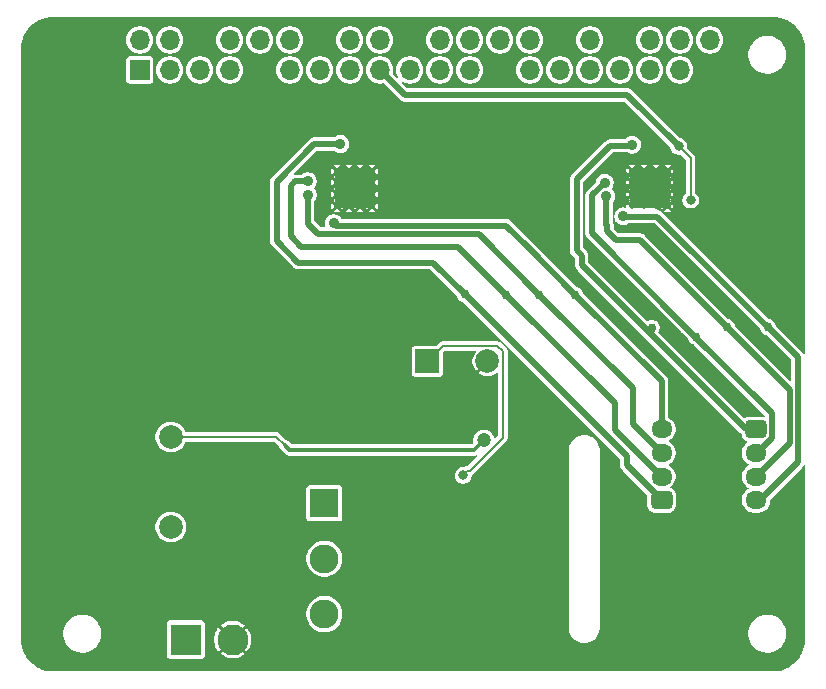
<source format=gbl>
G04 #@! TF.GenerationSoftware,KiCad,Pcbnew,9.0.2*
G04 #@! TF.CreationDate,2025-10-25T21:31:50-05:00*
G04 #@! TF.ProjectId,telescope_driver,74656c65-7363-46f7-9065-5f6472697665,rev?*
G04 #@! TF.SameCoordinates,Original*
G04 #@! TF.FileFunction,Copper,L2,Bot*
G04 #@! TF.FilePolarity,Positive*
%FSLAX46Y46*%
G04 Gerber Fmt 4.6, Leading zero omitted, Abs format (unit mm)*
G04 Created by KiCad (PCBNEW 9.0.2) date 2025-10-25 21:31:50*
%MOMM*%
%LPD*%
G01*
G04 APERTURE LIST*
G04 Aperture macros list*
%AMRoundRect*
0 Rectangle with rounded corners*
0 $1 Rounding radius*
0 $2 $3 $4 $5 $6 $7 $8 $9 X,Y pos of 4 corners*
0 Add a 4 corners polygon primitive as box body*
4,1,4,$2,$3,$4,$5,$6,$7,$8,$9,$2,$3,0*
0 Add four circle primitives for the rounded corners*
1,1,$1+$1,$2,$3*
1,1,$1+$1,$4,$5*
1,1,$1+$1,$6,$7*
1,1,$1+$1,$8,$9*
0 Add four rect primitives between the rounded corners*
20,1,$1+$1,$2,$3,$4,$5,0*
20,1,$1+$1,$4,$5,$6,$7,0*
20,1,$1+$1,$6,$7,$8,$9,0*
20,1,$1+$1,$8,$9,$2,$3,0*%
G04 Aperture macros list end*
G04 #@! TA.AperFunction,ComponentPad*
%ADD10RoundRect,0.312500X0.587500X-0.437500X0.587500X0.437500X-0.587500X0.437500X-0.587500X-0.437500X0*%
G04 #@! TD*
G04 #@! TA.AperFunction,ComponentPad*
%ADD11O,1.800000X1.500000*%
G04 #@! TD*
G04 #@! TA.AperFunction,ComponentPad*
%ADD12R,2.000000X2.000000*%
G04 #@! TD*
G04 #@! TA.AperFunction,ComponentPad*
%ADD13C,2.000000*%
G04 #@! TD*
G04 #@! TA.AperFunction,ComponentPad*
%ADD14R,2.450000X2.450000*%
G04 #@! TD*
G04 #@! TA.AperFunction,ComponentPad*
%ADD15C,2.450000*%
G04 #@! TD*
G04 #@! TA.AperFunction,ComponentPad*
%ADD16RoundRect,0.312500X-0.587500X0.437500X-0.587500X-0.437500X0.587500X-0.437500X0.587500X0.437500X0*%
G04 #@! TD*
G04 #@! TA.AperFunction,HeatsinkPad*
%ADD17C,0.500000*%
G04 #@! TD*
G04 #@! TA.AperFunction,HeatsinkPad*
%ADD18R,3.500000X3.500000*%
G04 #@! TD*
G04 #@! TA.AperFunction,ComponentPad*
%ADD19R,2.625000X2.625000*%
G04 #@! TD*
G04 #@! TA.AperFunction,ComponentPad*
%ADD20C,2.625000*%
G04 #@! TD*
G04 #@! TA.AperFunction,ComponentPad*
%ADD21R,1.700000X1.700000*%
G04 #@! TD*
G04 #@! TA.AperFunction,ComponentPad*
%ADD22O,1.700000X1.700000*%
G04 #@! TD*
G04 #@! TA.AperFunction,ViaPad*
%ADD23C,0.750000*%
G04 #@! TD*
G04 #@! TA.AperFunction,ViaPad*
%ADD24C,0.900000*%
G04 #@! TD*
G04 #@! TA.AperFunction,ViaPad*
%ADD25C,1.200000*%
G04 #@! TD*
G04 #@! TA.AperFunction,ViaPad*
%ADD26C,0.800000*%
G04 #@! TD*
G04 #@! TA.AperFunction,Conductor*
%ADD27C,1.000000*%
G04 #@! TD*
G04 #@! TA.AperFunction,Conductor*
%ADD28C,0.200000*%
G04 #@! TD*
G04 #@! TA.AperFunction,Conductor*
%ADD29C,0.350000*%
G04 #@! TD*
G04 #@! TA.AperFunction,Conductor*
%ADD30C,0.500000*%
G04 #@! TD*
G04 APERTURE END LIST*
D10*
X152550000Y-85200000D03*
D11*
X152550000Y-83200000D03*
X152550000Y-81200000D03*
X152550000Y-79200000D03*
D12*
X132710000Y-73450000D03*
D13*
X137790000Y-73450000D03*
X111000000Y-79850000D03*
X111000000Y-87470000D03*
D14*
X124000000Y-85450000D03*
D15*
X124000000Y-90150000D03*
X124000000Y-94850000D03*
D16*
X160550000Y-79200000D03*
D11*
X160550000Y-81200000D03*
X160550000Y-83200000D03*
X160550000Y-85200000D03*
D17*
X125050000Y-60300000D03*
X126050000Y-60300000D03*
X127050000Y-60300000D03*
X128050000Y-60300000D03*
X125050000Y-59300000D03*
X126050000Y-59300000D03*
X127050000Y-59300000D03*
X128050000Y-59300000D03*
D18*
X126550000Y-58800000D03*
D17*
X125050000Y-58300000D03*
X126050000Y-58300000D03*
X127050000Y-58300000D03*
X128050000Y-58300000D03*
X125050000Y-57300000D03*
X126050000Y-57300000D03*
X127050000Y-57300000D03*
X128050000Y-57300000D03*
X150050000Y-60300000D03*
X151050000Y-60300000D03*
X152050000Y-60300000D03*
X153050000Y-60300000D03*
X150050000Y-59300000D03*
X151050000Y-59300000D03*
X152050000Y-59300000D03*
X153050000Y-59300000D03*
D18*
X151550000Y-58800000D03*
D17*
X150050000Y-58300000D03*
X151050000Y-58300000D03*
X152050000Y-58300000D03*
X153050000Y-58300000D03*
X150050000Y-57300000D03*
X151050000Y-57300000D03*
X152050000Y-57300000D03*
X153050000Y-57300000D03*
D19*
X112270000Y-97000000D03*
D20*
X116230000Y-97000000D03*
D21*
X108370000Y-48770000D03*
D22*
X108370000Y-46230000D03*
X110910000Y-48770000D03*
X110910000Y-46230000D03*
X113450000Y-48770000D03*
X113450000Y-46230000D03*
X115990000Y-48770000D03*
X115990000Y-46230000D03*
X118530000Y-48770000D03*
X118530000Y-46230000D03*
X121070000Y-48770000D03*
X121070000Y-46230000D03*
X123610000Y-48770000D03*
X123610000Y-46230000D03*
X126150000Y-48770000D03*
X126150000Y-46230000D03*
X128690000Y-48770000D03*
X128690000Y-46230000D03*
X131230000Y-48770000D03*
X131230000Y-46230000D03*
X133770000Y-48770000D03*
X133770000Y-46230000D03*
X136310000Y-48770000D03*
X136310000Y-46230000D03*
X138850000Y-48770000D03*
X138850000Y-46230000D03*
X141390000Y-48770000D03*
X141390000Y-46230000D03*
X143930000Y-48770000D03*
X143930000Y-46230000D03*
X146470000Y-48770000D03*
X146470000Y-46230000D03*
X149010000Y-48770000D03*
X149010000Y-46230000D03*
X151550000Y-48770000D03*
X151550000Y-46230000D03*
X154090000Y-48770000D03*
X154090000Y-46230000D03*
X156630000Y-48770000D03*
X156630000Y-46230000D03*
D23*
X149400000Y-70400000D03*
X127600000Y-76200000D03*
X143400000Y-78800000D03*
X162600000Y-66800000D03*
X125000000Y-68400000D03*
X131400000Y-68400000D03*
X159600000Y-90800000D03*
X111800000Y-58800000D03*
X104200000Y-48400000D03*
X138000000Y-52600000D03*
X152000000Y-90800000D03*
X152000000Y-96400000D03*
X111200000Y-83800000D03*
X118600000Y-73200000D03*
X114150000Y-70200000D03*
X114150000Y-66400000D03*
D24*
X144750000Y-65050000D03*
X143350000Y-63800000D03*
X138700000Y-58450000D03*
D25*
X137500000Y-80150000D03*
D24*
X122600000Y-58200000D03*
D23*
X139400000Y-67800000D03*
X142200000Y-67800000D03*
D24*
X122600000Y-59350000D03*
D23*
X145250000Y-67800000D03*
D24*
X124793892Y-61750000D03*
X125350000Y-55050000D03*
D23*
X135875000Y-67775000D03*
X161540120Y-70550000D03*
D24*
X149305395Y-61167398D03*
D23*
X155435600Y-71361600D03*
D24*
X147730000Y-58310000D03*
D23*
X151700000Y-70600000D03*
D24*
X150050000Y-55100000D03*
X147866397Y-59446397D03*
D23*
X158100000Y-70550000D03*
D26*
X154000000Y-55250000D03*
X155000000Y-59800000D03*
X135760002Y-83110000D03*
D27*
X143350000Y-63100000D02*
X138700000Y-58450000D01*
X144750000Y-65050000D02*
X144600000Y-65050000D01*
X144600000Y-65050000D02*
X143350000Y-63800000D01*
X143350000Y-63800000D02*
X143350000Y-63100000D01*
D28*
X119938500Y-79850000D02*
X111000000Y-79850000D01*
D29*
X137500000Y-80150000D02*
X136700000Y-80950000D01*
D28*
X120650000Y-80561500D02*
X119938500Y-79850000D01*
D29*
X121038500Y-80950000D02*
X120650000Y-80561500D01*
X136700000Y-80950000D02*
X121038500Y-80950000D01*
D30*
X121550000Y-58200000D02*
X122600000Y-58200000D01*
X139400000Y-67800000D02*
X135351000Y-63751000D01*
X121150000Y-62850000D02*
X121150000Y-58600000D01*
X152550000Y-83200000D02*
X148600000Y-79250000D01*
X148600000Y-79250000D02*
X148600000Y-77000000D01*
X122051000Y-63751000D02*
X121150000Y-62850000D01*
X135351000Y-63751000D02*
X122051000Y-63751000D01*
X121150000Y-58600000D02*
X121550000Y-58200000D01*
X148600000Y-77000000D02*
X139400000Y-67800000D01*
X122600000Y-61800000D02*
X123450000Y-62650000D01*
X150100000Y-75700000D02*
X150100000Y-78750000D01*
X122600000Y-59350000D02*
X122600000Y-61800000D01*
X150100000Y-78750000D02*
X152550000Y-81200000D01*
X142200000Y-67800000D02*
X150100000Y-75700000D01*
X137050000Y-62650000D02*
X142200000Y-67800000D01*
X123450000Y-62650000D02*
X137050000Y-62650000D01*
X152550000Y-79200000D02*
X152550000Y-75100000D01*
X141250000Y-63800000D02*
X145250000Y-67800000D01*
X124793892Y-61750000D02*
X124993892Y-61950000D01*
X139400000Y-61950000D02*
X141250000Y-63800000D01*
X152550000Y-75100000D02*
X145250000Y-67800000D01*
X124993892Y-61950000D02*
X139400000Y-61950000D01*
X121800000Y-65100000D02*
X133200000Y-65100000D01*
X125350000Y-55050000D02*
X123150000Y-55050000D01*
X149600000Y-81500000D02*
X135875000Y-67775000D01*
X123150000Y-55050000D02*
X119950000Y-58250000D01*
X133200000Y-65100000D02*
X135875000Y-67775000D01*
X119950000Y-58250000D02*
X119950000Y-63250000D01*
X149600000Y-82250000D02*
X152550000Y-85200000D01*
X149600000Y-82250000D02*
X149600000Y-81500000D01*
X119950000Y-63250000D02*
X121800000Y-65100000D01*
X164100000Y-82000000D02*
X164100000Y-73100000D01*
X160900000Y-85200000D02*
X164100000Y-82000000D01*
X160550000Y-85200000D02*
X160900000Y-85200000D01*
X164100000Y-73100000D02*
X152200000Y-61200000D01*
X152200000Y-61200000D02*
X149337997Y-61200000D01*
X149337997Y-61200000D02*
X149305395Y-61167398D01*
X161901000Y-79953754D02*
X161901000Y-77851000D01*
X146650000Y-59390000D02*
X146650000Y-62600000D01*
X161901000Y-77851000D02*
X154650000Y-70600000D01*
X160550000Y-81200000D02*
X160654754Y-81200000D01*
X146650000Y-62600000D02*
X154650000Y-70600000D01*
X160654754Y-81200000D02*
X161901000Y-79953754D01*
X147730000Y-58310000D02*
X146650000Y-59390000D01*
X150050000Y-55100000D02*
X149950000Y-55200000D01*
X159675000Y-79200000D02*
X160550000Y-79200000D01*
X149950000Y-55200000D02*
X148200000Y-55200000D01*
X145350000Y-58050000D02*
X145350000Y-64056498D01*
X148200000Y-55200000D02*
X145350000Y-58050000D01*
X145800000Y-65325000D02*
X159675000Y-79200000D01*
X145800000Y-64506498D02*
X145800000Y-65325000D01*
X145350000Y-64056498D02*
X145800000Y-64506498D01*
X147932845Y-61932845D02*
X147932845Y-62432845D01*
X150700000Y-63150000D02*
X163400000Y-75850000D01*
X148650000Y-63150000D02*
X150700000Y-63150000D01*
X147932845Y-62432845D02*
X148650000Y-63150000D01*
X147866397Y-59446397D02*
X147866397Y-61866397D01*
X163400000Y-75850000D02*
X163400000Y-80350000D01*
X163400000Y-80350000D02*
X160550000Y-83200000D01*
X147866397Y-61866397D02*
X147932845Y-61932845D01*
D28*
X155000000Y-56250000D02*
X154000000Y-55250000D01*
X155000000Y-59800000D02*
X155000000Y-56250000D01*
D30*
X130820000Y-50900000D02*
X128690000Y-48770000D01*
X154000000Y-55250000D02*
X149650000Y-50900000D01*
X149650000Y-50900000D02*
X130820000Y-50900000D01*
D28*
X139100000Y-72600000D02*
X138649000Y-72149000D01*
X136100000Y-82700000D02*
X136312076Y-82700000D01*
X136312076Y-82700000D02*
X139100000Y-79912076D01*
X138649000Y-72149000D02*
X134011000Y-72149000D01*
X134011000Y-72149000D02*
X132710000Y-73450000D01*
X139100000Y-79912076D02*
X139100000Y-72600000D01*
X135725000Y-83075000D02*
X136100000Y-82700000D01*
G04 #@! TA.AperFunction,Conductor*
G36*
X130374101Y-51238282D02*
G01*
X130374106Y-51238288D01*
X130479523Y-51343706D01*
X130479527Y-51343709D01*
X130479529Y-51343711D01*
X130605971Y-51416712D01*
X130605974Y-51416713D01*
X130692276Y-51439837D01*
X130746998Y-51454500D01*
X130746999Y-51454500D01*
X149394431Y-51454500D01*
X149438625Y-51472806D01*
X153284648Y-55318829D01*
X153301753Y-55350829D01*
X153322572Y-55455494D01*
X153375680Y-55583706D01*
X153375681Y-55583708D01*
X153410661Y-55636059D01*
X153452779Y-55699093D01*
X153550907Y-55797221D01*
X153666294Y-55874320D01*
X153794505Y-55927427D01*
X153930613Y-55954500D01*
X154069385Y-55954500D01*
X154069387Y-55954500D01*
X154089222Y-55950554D01*
X154136137Y-55959885D01*
X154145609Y-55967659D01*
X154577194Y-56399243D01*
X154595500Y-56443437D01*
X154595500Y-59189575D01*
X154577194Y-59233769D01*
X154567724Y-59241541D01*
X154550912Y-59252774D01*
X154550907Y-59252778D01*
X154452778Y-59350907D01*
X154375681Y-59466291D01*
X154375680Y-59466293D01*
X154322573Y-59594503D01*
X154322572Y-59594506D01*
X154295500Y-59730612D01*
X154295500Y-59869387D01*
X154322572Y-60005493D01*
X154322573Y-60005496D01*
X154375680Y-60133706D01*
X154375681Y-60133708D01*
X154442459Y-60233648D01*
X154452779Y-60249093D01*
X154550907Y-60347221D01*
X154666294Y-60424320D01*
X154794505Y-60477427D01*
X154930613Y-60504500D01*
X155069387Y-60504500D01*
X155205495Y-60477427D01*
X155333706Y-60424320D01*
X155449093Y-60347221D01*
X155547221Y-60249093D01*
X155624320Y-60133706D01*
X155677427Y-60005495D01*
X155704500Y-59869387D01*
X155704500Y-59730613D01*
X155677427Y-59594505D01*
X155624320Y-59466294D01*
X155547221Y-59350907D01*
X155449093Y-59252779D01*
X155449092Y-59252778D01*
X155449087Y-59252774D01*
X155432276Y-59241541D01*
X155405701Y-59201767D01*
X155404500Y-59189575D01*
X155404500Y-56196748D01*
X155404498Y-56196740D01*
X155376935Y-56093872D01*
X155376934Y-56093869D01*
X155323681Y-56001631D01*
X154717659Y-55395609D01*
X154699353Y-55351415D01*
X154700553Y-55339228D01*
X154704500Y-55319387D01*
X154704500Y-55180613D01*
X154677427Y-55044505D01*
X154624320Y-54916294D01*
X154547221Y-54800907D01*
X154449093Y-54702779D01*
X154433874Y-54692610D01*
X154333708Y-54625681D01*
X154333706Y-54625680D01*
X154205494Y-54572572D01*
X154100829Y-54551753D01*
X154068829Y-54534648D01*
X150097279Y-50563098D01*
X150097267Y-50563084D01*
X149990476Y-50456293D01*
X149990472Y-50456290D01*
X149990471Y-50456289D01*
X149927250Y-50419788D01*
X149864028Y-50383287D01*
X149864025Y-50383286D01*
X149723008Y-50345501D01*
X149723003Y-50345500D01*
X149723002Y-50345500D01*
X149723001Y-50345500D01*
X131075569Y-50345500D01*
X131031375Y-50327194D01*
X130754181Y-50050000D01*
X164699500Y-50050000D01*
X164699500Y-72796110D01*
X164681194Y-72840304D01*
X164637000Y-72858610D01*
X164592806Y-72840304D01*
X164582874Y-72827360D01*
X164543713Y-72759532D01*
X164543706Y-72759523D01*
X164438293Y-72654111D01*
X164438282Y-72654101D01*
X162221197Y-70437016D01*
X162204092Y-70405014D01*
X162193507Y-70351798D01*
X162193504Y-70351789D01*
X162175640Y-70308663D01*
X162142285Y-70228136D01*
X162067922Y-70116844D01*
X161973276Y-70022198D01*
X161936816Y-69997836D01*
X161861986Y-69947836D01*
X161861984Y-69947835D01*
X161738322Y-69896612D01*
X161685102Y-69886026D01*
X161653102Y-69868921D01*
X152647279Y-60863098D01*
X152647275Y-60863089D01*
X152647274Y-60863091D01*
X152540476Y-60756293D01*
X152540472Y-60756290D01*
X152540471Y-60756289D01*
X152503066Y-60734693D01*
X152794910Y-60734693D01*
X152855457Y-60769650D01*
X152855463Y-60769653D01*
X152983640Y-60803998D01*
X152983648Y-60804000D01*
X153116352Y-60804000D01*
X153116359Y-60803998D01*
X153244536Y-60769653D01*
X153244539Y-60769652D01*
X153305088Y-60734693D01*
X153050000Y-60479605D01*
X152794910Y-60734693D01*
X152503066Y-60734693D01*
X152419475Y-60686432D01*
X152414028Y-60683287D01*
X152414025Y-60683286D01*
X152296975Y-60651923D01*
X152296970Y-60651922D01*
X152292356Y-60650686D01*
X152273002Y-60645500D01*
X152273001Y-60645500D01*
X152238367Y-60645500D01*
X152234973Y-60645128D01*
X152216769Y-60635138D01*
X152197589Y-60627194D01*
X151960197Y-60389803D01*
X151850503Y-60280109D01*
X151950000Y-60280109D01*
X151950000Y-60319891D01*
X151965224Y-60356645D01*
X151993355Y-60384776D01*
X152030109Y-60400000D01*
X152069891Y-60400000D01*
X152106645Y-60384776D01*
X152134776Y-60356645D01*
X152150000Y-60319891D01*
X152150000Y-60299999D01*
X152229605Y-60299999D01*
X152229605Y-60300000D01*
X152484692Y-60555087D01*
X152495872Y-60535724D01*
X152533823Y-60506604D01*
X152581249Y-60512847D01*
X152604125Y-60535724D01*
X152615304Y-60555087D01*
X152615306Y-60555088D01*
X152870394Y-60300000D01*
X152870394Y-60299999D01*
X152850504Y-60280109D01*
X152950000Y-60280109D01*
X152950000Y-60319891D01*
X152965224Y-60356645D01*
X152993355Y-60384776D01*
X153030109Y-60400000D01*
X153069891Y-60400000D01*
X153106645Y-60384776D01*
X153134776Y-60356645D01*
X153150000Y-60319891D01*
X153150000Y-60299999D01*
X153229605Y-60299999D01*
X153229605Y-60300000D01*
X153484693Y-60555088D01*
X153519652Y-60494539D01*
X153519653Y-60494536D01*
X153553998Y-60366359D01*
X153554000Y-60366351D01*
X153554000Y-60233648D01*
X153553998Y-60233640D01*
X153519653Y-60105463D01*
X153519650Y-60105457D01*
X153484693Y-60044911D01*
X153229605Y-60299999D01*
X153150000Y-60299999D01*
X153150000Y-60280109D01*
X153134776Y-60243355D01*
X153106645Y-60215224D01*
X153069891Y-60200000D01*
X153030109Y-60200000D01*
X152993355Y-60215224D01*
X152965224Y-60243355D01*
X152950000Y-60280109D01*
X152850504Y-60280109D01*
X152615305Y-60044911D01*
X152615304Y-60044911D01*
X152604125Y-60064275D01*
X152566175Y-60093396D01*
X152518749Y-60087151D01*
X152495872Y-60064275D01*
X152484692Y-60044911D01*
X152229605Y-60299999D01*
X152150000Y-60299999D01*
X152150000Y-60280109D01*
X152134776Y-60243355D01*
X152106645Y-60215224D01*
X152069891Y-60200000D01*
X152030109Y-60200000D01*
X151993355Y-60215224D01*
X151965224Y-60243355D01*
X151950000Y-60280109D01*
X151850503Y-60280109D01*
X151615305Y-60044911D01*
X151615304Y-60044911D01*
X151604125Y-60064275D01*
X151566175Y-60093396D01*
X151518749Y-60087151D01*
X151495872Y-60064275D01*
X151484692Y-60044911D01*
X151183996Y-60345608D01*
X151139802Y-60363914D01*
X151131108Y-60360312D01*
X151134776Y-60356645D01*
X151150000Y-60319891D01*
X151150000Y-60280109D01*
X151134776Y-60243355D01*
X151106645Y-60215224D01*
X151069891Y-60200000D01*
X151030109Y-60200000D01*
X150993355Y-60215224D01*
X150965224Y-60243355D01*
X150950000Y-60280109D01*
X150950000Y-60319891D01*
X150965224Y-60356645D01*
X150968891Y-60360312D01*
X150960197Y-60363914D01*
X150916003Y-60345608D01*
X150615306Y-60044911D01*
X150615304Y-60044911D01*
X150604125Y-60064275D01*
X150566175Y-60093396D01*
X150518749Y-60087151D01*
X150495872Y-60064275D01*
X150484692Y-60044911D01*
X150183996Y-60345608D01*
X150139802Y-60363914D01*
X150131108Y-60360312D01*
X150134776Y-60356645D01*
X150150000Y-60319891D01*
X150150000Y-60280109D01*
X150134776Y-60243355D01*
X150106645Y-60215224D01*
X150069891Y-60200000D01*
X150030109Y-60200000D01*
X149993355Y-60215224D01*
X149965224Y-60243355D01*
X149950000Y-60280109D01*
X149950000Y-60319891D01*
X149965224Y-60356645D01*
X149968891Y-60360312D01*
X149960197Y-60363914D01*
X149916003Y-60345608D01*
X149615306Y-60044911D01*
X149580347Y-60105463D01*
X149580345Y-60105467D01*
X149546001Y-60233640D01*
X149546000Y-60233648D01*
X149546000Y-60369819D01*
X149527694Y-60414013D01*
X149483500Y-60432319D01*
X149471307Y-60431118D01*
X149379707Y-60412898D01*
X149231083Y-60412898D01*
X149085316Y-60441892D01*
X148948004Y-60498769D01*
X148948001Y-60498770D01*
X148824429Y-60581338D01*
X148719335Y-60686432D01*
X148636767Y-60810004D01*
X148636766Y-60810007D01*
X148579889Y-60947319D01*
X148550895Y-61093085D01*
X148550895Y-61241710D01*
X148579889Y-61387476D01*
X148636766Y-61524788D01*
X148636767Y-61524791D01*
X148719335Y-61648363D01*
X148824429Y-61753457D01*
X148948001Y-61836025D01*
X148948003Y-61836025D01*
X148948005Y-61836027D01*
X149085315Y-61892903D01*
X149231083Y-61921898D01*
X149379707Y-61921898D01*
X149525475Y-61892903D01*
X149662785Y-61836027D01*
X149769036Y-61765032D01*
X149803759Y-61754500D01*
X151944431Y-61754500D01*
X151988625Y-61772806D01*
X160854134Y-70638315D01*
X160871239Y-70670315D01*
X160886732Y-70748202D01*
X160937955Y-70871864D01*
X160937956Y-70871866D01*
X161012317Y-70983155D01*
X161012318Y-70983156D01*
X161106964Y-71077802D01*
X161218256Y-71152165D01*
X161341917Y-71203387D01*
X161419802Y-71218879D01*
X161451803Y-71235984D01*
X163527194Y-73311375D01*
X163545500Y-73355569D01*
X163545500Y-75060431D01*
X163527194Y-75104625D01*
X163483000Y-75122931D01*
X163438806Y-75104625D01*
X158783530Y-70449349D01*
X158766425Y-70417347D01*
X158753387Y-70351798D01*
X158753384Y-70351789D01*
X158735520Y-70308663D01*
X158702165Y-70228136D01*
X158627802Y-70116844D01*
X158533156Y-70022198D01*
X158496696Y-69997836D01*
X158421866Y-69947836D01*
X158421864Y-69947835D01*
X158298202Y-69896612D01*
X158232649Y-69883573D01*
X158200649Y-69866468D01*
X151147279Y-62813098D01*
X151147267Y-62813084D01*
X151040476Y-62706293D01*
X151040472Y-62706290D01*
X151040471Y-62706289D01*
X150977250Y-62669788D01*
X150914028Y-62633287D01*
X150914025Y-62633286D01*
X150773008Y-62595501D01*
X150773003Y-62595500D01*
X150773002Y-62595500D01*
X150773001Y-62595500D01*
X148905569Y-62595500D01*
X148861375Y-62577194D01*
X148505651Y-62221470D01*
X148487345Y-62177276D01*
X148487345Y-62010891D01*
X148487346Y-62010878D01*
X148487346Y-61859844D01*
X148487345Y-61859838D01*
X148449558Y-61718819D01*
X148449558Y-61718818D01*
X148448340Y-61716709D01*
X148448339Y-61716706D01*
X148429270Y-61683676D01*
X148420897Y-61652427D01*
X148420897Y-59984810D01*
X148439203Y-59940616D01*
X148452456Y-59927363D01*
X148493922Y-59865304D01*
X149794911Y-59865304D01*
X149794911Y-59865305D01*
X150049999Y-60120394D01*
X150305088Y-59865306D01*
X150305087Y-59865304D01*
X150285724Y-59854125D01*
X150256603Y-59816175D01*
X150262848Y-59768749D01*
X150263780Y-59767186D01*
X150283824Y-59734692D01*
X150794911Y-59734692D01*
X150814275Y-59745872D01*
X150843395Y-59783822D01*
X150837152Y-59831249D01*
X150814275Y-59854125D01*
X150794911Y-59865304D01*
X150794911Y-59865305D01*
X151049999Y-60120394D01*
X151305088Y-59865306D01*
X151305087Y-59865304D01*
X151285724Y-59854125D01*
X151256603Y-59816175D01*
X151262848Y-59768749D01*
X151263780Y-59767186D01*
X151283824Y-59734692D01*
X151794911Y-59734692D01*
X151814275Y-59745872D01*
X151843395Y-59783822D01*
X151837152Y-59831249D01*
X151814275Y-59854125D01*
X151794911Y-59865304D01*
X151794911Y-59865305D01*
X152049999Y-60120394D01*
X152305088Y-59865306D01*
X152305087Y-59865304D01*
X152285724Y-59854125D01*
X152256603Y-59816175D01*
X152262848Y-59768749D01*
X152263780Y-59767186D01*
X152283824Y-59734692D01*
X152794911Y-59734692D01*
X152814275Y-59745872D01*
X152843395Y-59783822D01*
X152837152Y-59831249D01*
X152814275Y-59854125D01*
X152794911Y-59865304D01*
X152794911Y-59865305D01*
X153049999Y-60120394D01*
X153305088Y-59865306D01*
X153305087Y-59865304D01*
X153285724Y-59854125D01*
X153256603Y-59816175D01*
X153262848Y-59768749D01*
X153285724Y-59745872D01*
X153305087Y-59734692D01*
X153050000Y-59479605D01*
X152794911Y-59734692D01*
X152283824Y-59734692D01*
X152291936Y-59721541D01*
X152050000Y-59479605D01*
X151794911Y-59734692D01*
X151283824Y-59734692D01*
X151291936Y-59721541D01*
X151050000Y-59479605D01*
X150794911Y-59734692D01*
X150283824Y-59734692D01*
X150291936Y-59721541D01*
X150050000Y-59479605D01*
X149808062Y-59721541D01*
X149836219Y-59767186D01*
X149837707Y-59776410D01*
X149843395Y-59783822D01*
X149841377Y-59799147D01*
X149843841Y-59814410D01*
X149838371Y-59821985D01*
X149837152Y-59831249D01*
X149817476Y-59850923D01*
X149815838Y-59853193D01*
X149815085Y-59853314D01*
X149814275Y-59854125D01*
X149794911Y-59865304D01*
X148493922Y-59865304D01*
X148535026Y-59803787D01*
X148591902Y-59666477D01*
X148620897Y-59520709D01*
X148620897Y-59372085D01*
X148602602Y-59280109D01*
X148594971Y-59241744D01*
X148593360Y-59233648D01*
X149546000Y-59233648D01*
X149546000Y-59366351D01*
X149546001Y-59366359D01*
X149580345Y-59494532D01*
X149580346Y-59494536D01*
X149615306Y-59555087D01*
X149870394Y-59300000D01*
X149870394Y-59299999D01*
X149850504Y-59280109D01*
X149950000Y-59280109D01*
X149950000Y-59319891D01*
X149965224Y-59356645D01*
X149993355Y-59384776D01*
X150030109Y-59400000D01*
X150069891Y-59400000D01*
X150106645Y-59384776D01*
X150134776Y-59356645D01*
X150150000Y-59319891D01*
X150150000Y-59299999D01*
X150229605Y-59299999D01*
X150229605Y-59300000D01*
X150484692Y-59555087D01*
X150495872Y-59535724D01*
X150533823Y-59506604D01*
X150581249Y-59512847D01*
X150604125Y-59535724D01*
X150615304Y-59555087D01*
X150615306Y-59555088D01*
X150870394Y-59300000D01*
X150870394Y-59299999D01*
X150850504Y-59280109D01*
X150950000Y-59280109D01*
X150950000Y-59319891D01*
X150965224Y-59356645D01*
X150993355Y-59384776D01*
X151030109Y-59400000D01*
X151069891Y-59400000D01*
X151106645Y-59384776D01*
X151134776Y-59356645D01*
X151150000Y-59319891D01*
X151150000Y-59299999D01*
X151229605Y-59299999D01*
X151229605Y-59300000D01*
X151484692Y-59555087D01*
X151495872Y-59535724D01*
X151533823Y-59506604D01*
X151581249Y-59512847D01*
X151604125Y-59535724D01*
X151615304Y-59555087D01*
X151615306Y-59555088D01*
X151870394Y-59300000D01*
X151870394Y-59299999D01*
X151850504Y-59280109D01*
X151950000Y-59280109D01*
X151950000Y-59319891D01*
X151965224Y-59356645D01*
X151993355Y-59384776D01*
X152030109Y-59400000D01*
X152069891Y-59400000D01*
X152106645Y-59384776D01*
X152134776Y-59356645D01*
X152150000Y-59319891D01*
X152150000Y-59299999D01*
X152229605Y-59299999D01*
X152229605Y-59300000D01*
X152484692Y-59555087D01*
X152495872Y-59535724D01*
X152533823Y-59506604D01*
X152581249Y-59512847D01*
X152604125Y-59535724D01*
X152615304Y-59555087D01*
X152615306Y-59555088D01*
X152870394Y-59300000D01*
X152870394Y-59299999D01*
X152850504Y-59280109D01*
X152950000Y-59280109D01*
X152950000Y-59319891D01*
X152965224Y-59356645D01*
X152993355Y-59384776D01*
X153030109Y-59400000D01*
X153069891Y-59400000D01*
X153106645Y-59384776D01*
X153134776Y-59356645D01*
X153150000Y-59319891D01*
X153150000Y-59299999D01*
X153229605Y-59299999D01*
X153229605Y-59300000D01*
X153484693Y-59555088D01*
X153519652Y-59494539D01*
X153519653Y-59494536D01*
X153553998Y-59366359D01*
X153554000Y-59366351D01*
X153554000Y-59233648D01*
X153553998Y-59233640D01*
X153519653Y-59105463D01*
X153519650Y-59105457D01*
X153484693Y-59044911D01*
X153229605Y-59299999D01*
X153150000Y-59299999D01*
X153150000Y-59280109D01*
X153134776Y-59243355D01*
X153106645Y-59215224D01*
X153069891Y-59200000D01*
X153030109Y-59200000D01*
X152993355Y-59215224D01*
X152965224Y-59243355D01*
X152950000Y-59280109D01*
X152850504Y-59280109D01*
X152615305Y-59044911D01*
X152615304Y-59044911D01*
X152604125Y-59064275D01*
X152566175Y-59093396D01*
X152518749Y-59087151D01*
X152495872Y-59064275D01*
X152484692Y-59044911D01*
X152229605Y-59299999D01*
X152150000Y-59299999D01*
X152150000Y-59280109D01*
X152134776Y-59243355D01*
X152106645Y-59215224D01*
X152069891Y-59200000D01*
X152030109Y-59200000D01*
X151993355Y-59215224D01*
X151965224Y-59243355D01*
X151950000Y-59280109D01*
X151850504Y-59280109D01*
X151615305Y-59044911D01*
X151615304Y-59044911D01*
X151604125Y-59064275D01*
X151566175Y-59093396D01*
X151518749Y-59087151D01*
X151495872Y-59064275D01*
X151484692Y-59044911D01*
X151229605Y-59299999D01*
X151150000Y-59299999D01*
X151150000Y-59280109D01*
X151134776Y-59243355D01*
X151106645Y-59215224D01*
X151069891Y-59200000D01*
X151030109Y-59200000D01*
X150993355Y-59215224D01*
X150965224Y-59243355D01*
X150950000Y-59280109D01*
X150850504Y-59280109D01*
X150615305Y-59044911D01*
X150615304Y-59044911D01*
X150604125Y-59064275D01*
X150566175Y-59093396D01*
X150518749Y-59087151D01*
X150495872Y-59064275D01*
X150484692Y-59044911D01*
X150229605Y-59299999D01*
X150150000Y-59299999D01*
X150150000Y-59280109D01*
X150134776Y-59243355D01*
X150106645Y-59215224D01*
X150069891Y-59200000D01*
X150030109Y-59200000D01*
X149993355Y-59215224D01*
X149965224Y-59243355D01*
X149950000Y-59280109D01*
X149850504Y-59280109D01*
X149615306Y-59044911D01*
X149580347Y-59105463D01*
X149580345Y-59105467D01*
X149546001Y-59233640D01*
X149546000Y-59233648D01*
X148593360Y-59233648D01*
X148591902Y-59226317D01*
X148551973Y-59129921D01*
X148535026Y-59089007D01*
X148535024Y-59089005D01*
X148535024Y-59089003D01*
X148452456Y-58965431D01*
X148347363Y-58860338D01*
X148345640Y-58859187D01*
X148345251Y-58858604D01*
X148344988Y-58858389D01*
X148345053Y-58858309D01*
X148329312Y-58834748D01*
X148319066Y-58819414D01*
X148319110Y-58819194D01*
X148328397Y-58772499D01*
X148353659Y-58734692D01*
X149794911Y-58734692D01*
X149814275Y-58745872D01*
X149843395Y-58783822D01*
X149837152Y-58831249D01*
X149814275Y-58854125D01*
X149794911Y-58865304D01*
X149794911Y-58865305D01*
X150049999Y-59120394D01*
X150305088Y-58865306D01*
X150305087Y-58865304D01*
X150285724Y-58854125D01*
X150256603Y-58816175D01*
X150262848Y-58768749D01*
X150263780Y-58767186D01*
X150283824Y-58734692D01*
X150794911Y-58734692D01*
X150814275Y-58745872D01*
X150843395Y-58783822D01*
X150837152Y-58831249D01*
X150814275Y-58854125D01*
X150794911Y-58865304D01*
X150794911Y-58865305D01*
X151049999Y-59120394D01*
X151305088Y-58865306D01*
X151305087Y-58865304D01*
X151285724Y-58854125D01*
X151256603Y-58816175D01*
X151262848Y-58768749D01*
X151263780Y-58767186D01*
X151283824Y-58734692D01*
X151794911Y-58734692D01*
X151814275Y-58745872D01*
X151843395Y-58783822D01*
X151837152Y-58831249D01*
X151814275Y-58854125D01*
X151794911Y-58865304D01*
X151794911Y-58865305D01*
X152049999Y-59120394D01*
X152305088Y-58865306D01*
X152305087Y-58865304D01*
X152285724Y-58854125D01*
X152256603Y-58816175D01*
X152262848Y-58768749D01*
X152263780Y-58767186D01*
X152283824Y-58734692D01*
X152794911Y-58734692D01*
X152814275Y-58745872D01*
X152843395Y-58783822D01*
X152837152Y-58831249D01*
X152814275Y-58854125D01*
X152794911Y-58865304D01*
X152794911Y-58865305D01*
X153049999Y-59120394D01*
X153305088Y-58865306D01*
X153305087Y-58865304D01*
X153285724Y-58854125D01*
X153256603Y-58816175D01*
X153262848Y-58768749D01*
X153285724Y-58745872D01*
X153305087Y-58734692D01*
X153050000Y-58479605D01*
X152794911Y-58734692D01*
X152283824Y-58734692D01*
X152291936Y-58721541D01*
X152050000Y-58479605D01*
X151794911Y-58734692D01*
X151283824Y-58734692D01*
X151291936Y-58721541D01*
X151050000Y-58479605D01*
X150794911Y-58734692D01*
X150283824Y-58734692D01*
X150291936Y-58721541D01*
X150050000Y-58479605D01*
X149794911Y-58734692D01*
X148353659Y-58734692D01*
X148398629Y-58667390D01*
X148455505Y-58530080D01*
X148484500Y-58384312D01*
X148484500Y-58235688D01*
X148484094Y-58233648D01*
X149546000Y-58233648D01*
X149546000Y-58366351D01*
X149546001Y-58366359D01*
X149580345Y-58494532D01*
X149580346Y-58494536D01*
X149615306Y-58555087D01*
X149870394Y-58300000D01*
X149870394Y-58299999D01*
X149850504Y-58280109D01*
X149950000Y-58280109D01*
X149950000Y-58319891D01*
X149965224Y-58356645D01*
X149993355Y-58384776D01*
X150030109Y-58400000D01*
X150069891Y-58400000D01*
X150106645Y-58384776D01*
X150134776Y-58356645D01*
X150150000Y-58319891D01*
X150150000Y-58299999D01*
X150229605Y-58299999D01*
X150229605Y-58300000D01*
X150484692Y-58555087D01*
X150495872Y-58535724D01*
X150533823Y-58506604D01*
X150581249Y-58512847D01*
X150604125Y-58535724D01*
X150615304Y-58555087D01*
X150615306Y-58555088D01*
X150870394Y-58300000D01*
X150870394Y-58299999D01*
X150850504Y-58280109D01*
X150950000Y-58280109D01*
X150950000Y-58319891D01*
X150965224Y-58356645D01*
X150993355Y-58384776D01*
X151030109Y-58400000D01*
X151069891Y-58400000D01*
X151106645Y-58384776D01*
X151134776Y-58356645D01*
X151150000Y-58319891D01*
X151150000Y-58299999D01*
X151229605Y-58299999D01*
X151229605Y-58300000D01*
X151484692Y-58555087D01*
X151495872Y-58535724D01*
X151533823Y-58506604D01*
X151581249Y-58512847D01*
X151604125Y-58535724D01*
X151615304Y-58555087D01*
X151615306Y-58555088D01*
X151870394Y-58300000D01*
X151870394Y-58299999D01*
X151850504Y-58280109D01*
X151950000Y-58280109D01*
X151950000Y-58319891D01*
X151965224Y-58356645D01*
X151993355Y-58384776D01*
X152030109Y-58400000D01*
X152069891Y-58400000D01*
X152106645Y-58384776D01*
X152134776Y-58356645D01*
X152150000Y-58319891D01*
X152150000Y-58299999D01*
X152229605Y-58299999D01*
X152229605Y-58300000D01*
X152484692Y-58555087D01*
X152495872Y-58535724D01*
X152533823Y-58506604D01*
X152581249Y-58512847D01*
X152604125Y-58535724D01*
X152615304Y-58555087D01*
X152615306Y-58555088D01*
X152870394Y-58300000D01*
X152870394Y-58299999D01*
X152850504Y-58280109D01*
X152950000Y-58280109D01*
X152950000Y-58319891D01*
X152965224Y-58356645D01*
X152993355Y-58384776D01*
X153030109Y-58400000D01*
X153069891Y-58400000D01*
X153106645Y-58384776D01*
X153134776Y-58356645D01*
X153150000Y-58319891D01*
X153150000Y-58299999D01*
X153229605Y-58299999D01*
X153229605Y-58300000D01*
X153484693Y-58555088D01*
X153519652Y-58494539D01*
X153519653Y-58494536D01*
X153553998Y-58366359D01*
X153554000Y-58366351D01*
X153554000Y-58233648D01*
X153553998Y-58233640D01*
X153519653Y-58105463D01*
X153519650Y-58105457D01*
X153484693Y-58044911D01*
X153229605Y-58299999D01*
X153150000Y-58299999D01*
X153150000Y-58280109D01*
X153134776Y-58243355D01*
X153106645Y-58215224D01*
X153069891Y-58200000D01*
X153030109Y-58200000D01*
X152993355Y-58215224D01*
X152965224Y-58243355D01*
X152950000Y-58280109D01*
X152850504Y-58280109D01*
X152615305Y-58044911D01*
X152615304Y-58044911D01*
X152604125Y-58064275D01*
X152566175Y-58093396D01*
X152518749Y-58087151D01*
X152495872Y-58064275D01*
X152484692Y-58044911D01*
X152229605Y-58299999D01*
X152150000Y-58299999D01*
X152150000Y-58280109D01*
X152134776Y-58243355D01*
X152106645Y-58215224D01*
X152069891Y-58200000D01*
X152030109Y-58200000D01*
X151993355Y-58215224D01*
X151965224Y-58243355D01*
X151950000Y-58280109D01*
X151850504Y-58280109D01*
X151615305Y-58044911D01*
X151615304Y-58044911D01*
X151604125Y-58064275D01*
X151566175Y-58093396D01*
X151518749Y-58087151D01*
X151495872Y-58064275D01*
X151484692Y-58044911D01*
X151229605Y-58299999D01*
X151150000Y-58299999D01*
X151150000Y-58280109D01*
X151134776Y-58243355D01*
X151106645Y-58215224D01*
X151069891Y-58200000D01*
X151030109Y-58200000D01*
X150993355Y-58215224D01*
X150965224Y-58243355D01*
X150950000Y-58280109D01*
X150850504Y-58280109D01*
X150615305Y-58044911D01*
X150615304Y-58044911D01*
X150604125Y-58064275D01*
X150566175Y-58093396D01*
X150518749Y-58087151D01*
X150495872Y-58064275D01*
X150484692Y-58044911D01*
X150229605Y-58299999D01*
X150150000Y-58299999D01*
X150150000Y-58280109D01*
X150134776Y-58243355D01*
X150106645Y-58215224D01*
X150069891Y-58200000D01*
X150030109Y-58200000D01*
X149993355Y-58215224D01*
X149965224Y-58243355D01*
X149950000Y-58280109D01*
X149850504Y-58280109D01*
X149615306Y-58044911D01*
X149580347Y-58105463D01*
X149580345Y-58105467D01*
X149546001Y-58233640D01*
X149546000Y-58233648D01*
X148484094Y-58233648D01*
X148480429Y-58215224D01*
X148455505Y-58089921D01*
X148444882Y-58064275D01*
X148398629Y-57952610D01*
X148398627Y-57952608D01*
X148398627Y-57952606D01*
X148340294Y-57865304D01*
X149794911Y-57865304D01*
X149794911Y-57865305D01*
X150049999Y-58120394D01*
X150305088Y-57865306D01*
X150305087Y-57865304D01*
X150285724Y-57854125D01*
X150256603Y-57816175D01*
X150262848Y-57768749D01*
X150263780Y-57767186D01*
X150283824Y-57734692D01*
X150794911Y-57734692D01*
X150814275Y-57745872D01*
X150843395Y-57783822D01*
X150837152Y-57831249D01*
X150814275Y-57854125D01*
X150794911Y-57865304D01*
X150794911Y-57865305D01*
X151049999Y-58120394D01*
X151305088Y-57865306D01*
X151305087Y-57865304D01*
X151285724Y-57854125D01*
X151256603Y-57816175D01*
X151262848Y-57768749D01*
X151263780Y-57767186D01*
X151283824Y-57734692D01*
X151794911Y-57734692D01*
X151814275Y-57745872D01*
X151843395Y-57783822D01*
X151837152Y-57831249D01*
X151814275Y-57854125D01*
X151794911Y-57865304D01*
X151794911Y-57865305D01*
X152049999Y-58120394D01*
X152305088Y-57865306D01*
X152305087Y-57865304D01*
X152285724Y-57854125D01*
X152256603Y-57816175D01*
X152262848Y-57768749D01*
X152263780Y-57767186D01*
X152283824Y-57734692D01*
X152794911Y-57734692D01*
X152814275Y-57745872D01*
X152843395Y-57783822D01*
X152837152Y-57831249D01*
X152814275Y-57854125D01*
X152794911Y-57865304D01*
X152794911Y-57865305D01*
X153049999Y-58120394D01*
X153305088Y-57865306D01*
X153305087Y-57865304D01*
X153285724Y-57854125D01*
X153256603Y-57816175D01*
X153262848Y-57768749D01*
X153285724Y-57745872D01*
X153305087Y-57734692D01*
X153050000Y-57479605D01*
X152794911Y-57734692D01*
X152283824Y-57734692D01*
X152291936Y-57721541D01*
X152050000Y-57479605D01*
X151794911Y-57734692D01*
X151283824Y-57734692D01*
X151291936Y-57721541D01*
X151050000Y-57479605D01*
X150794911Y-57734692D01*
X150283824Y-57734692D01*
X150291936Y-57721541D01*
X150050000Y-57479605D01*
X149808062Y-57721541D01*
X149836219Y-57767186D01*
X149837707Y-57776410D01*
X149843395Y-57783822D01*
X149841377Y-57799147D01*
X149843841Y-57814410D01*
X149838371Y-57821985D01*
X149837152Y-57831249D01*
X149817476Y-57850923D01*
X149815838Y-57853193D01*
X149815085Y-57853314D01*
X149814275Y-57854125D01*
X149794911Y-57865304D01*
X148340294Y-57865304D01*
X148316059Y-57829034D01*
X148210965Y-57723940D01*
X148087393Y-57641372D01*
X148087390Y-57641371D01*
X147950078Y-57584494D01*
X147804312Y-57555500D01*
X147655688Y-57555500D01*
X147509921Y-57584494D01*
X147372609Y-57641371D01*
X147372606Y-57641372D01*
X147249034Y-57723940D01*
X147143940Y-57829034D01*
X147061372Y-57952606D01*
X147061371Y-57952609D01*
X147004494Y-58089921D01*
X146975500Y-58235687D01*
X146975500Y-58254430D01*
X146957194Y-58298624D01*
X146309529Y-58946289D01*
X146206293Y-59049523D01*
X146206290Y-59049527D01*
X146173999Y-59105457D01*
X146156382Y-59135971D01*
X146133288Y-59175971D01*
X146112708Y-59252779D01*
X146112708Y-59252780D01*
X146095500Y-59316993D01*
X146095500Y-62673007D01*
X146111654Y-62733288D01*
X146111654Y-62733289D01*
X146133286Y-62814025D01*
X146133287Y-62814028D01*
X146133288Y-62814029D01*
X146196203Y-62923002D01*
X146206290Y-62940472D01*
X146206293Y-62940476D01*
X146313084Y-63047267D01*
X146313098Y-63047279D01*
X154313083Y-71047266D01*
X154313097Y-71047278D01*
X154758027Y-71492208D01*
X154775132Y-71524208D01*
X154782213Y-71559802D01*
X154782212Y-71559802D01*
X154833435Y-71683464D01*
X154833436Y-71683466D01*
X154892637Y-71772066D01*
X154907798Y-71794756D01*
X155002444Y-71889402D01*
X155113736Y-71963765D01*
X155194263Y-71997120D01*
X155237389Y-72014984D01*
X155237392Y-72014985D01*
X155237397Y-72014987D01*
X155272988Y-72022066D01*
X155304990Y-72039171D01*
X161315364Y-78049545D01*
X161333670Y-78093739D01*
X161315364Y-78137933D01*
X161271170Y-78156239D01*
X161253737Y-78153758D01*
X161234787Y-78148253D01*
X161234783Y-78148252D01*
X161234781Y-78148252D01*
X161199816Y-78145500D01*
X161199808Y-78145500D01*
X159900192Y-78145500D01*
X159900184Y-78145500D01*
X159865218Y-78148252D01*
X159865213Y-78148252D01*
X159715514Y-78191744D01*
X159715512Y-78191744D01*
X159715512Y-78191745D01*
X159590979Y-78265393D01*
X159543622Y-78272132D01*
X159514971Y-78255790D01*
X152289920Y-71030739D01*
X152271614Y-70986545D01*
X152282148Y-70951821D01*
X152302162Y-70921868D01*
X152302165Y-70921864D01*
X152353387Y-70798203D01*
X152379500Y-70666925D01*
X152379500Y-70533075D01*
X152353387Y-70401797D01*
X152302165Y-70278136D01*
X152227802Y-70166844D01*
X152133156Y-70072198D01*
X152058326Y-70022198D01*
X152021866Y-69997836D01*
X152021864Y-69997835D01*
X151898201Y-69946612D01*
X151766925Y-69920500D01*
X151633075Y-69920500D01*
X151501800Y-69946612D01*
X151501798Y-69946612D01*
X151501797Y-69946613D01*
X151465580Y-69961614D01*
X151378137Y-69997834D01*
X151378129Y-69997838D01*
X151348176Y-70017852D01*
X151301260Y-70027184D01*
X151269260Y-70010079D01*
X146372806Y-65113625D01*
X146354500Y-65069431D01*
X146354500Y-64433497D01*
X146354499Y-64433494D01*
X146344712Y-64396969D01*
X146316712Y-64292469D01*
X146316710Y-64292465D01*
X146304044Y-64270526D01*
X146304044Y-64270525D01*
X146243713Y-64166030D01*
X146243706Y-64166021D01*
X146138293Y-64060609D01*
X146138282Y-64060599D01*
X145922806Y-63845123D01*
X145904500Y-63800929D01*
X145904500Y-58305569D01*
X145922806Y-58261375D01*
X146950533Y-57233648D01*
X149546000Y-57233648D01*
X149546000Y-57366351D01*
X149546001Y-57366359D01*
X149580345Y-57494532D01*
X149580346Y-57494536D01*
X149615306Y-57555087D01*
X149870394Y-57300000D01*
X149870394Y-57299999D01*
X149850504Y-57280109D01*
X149950000Y-57280109D01*
X149950000Y-57319891D01*
X149965224Y-57356645D01*
X149993355Y-57384776D01*
X150030109Y-57400000D01*
X150069891Y-57400000D01*
X150106645Y-57384776D01*
X150134776Y-57356645D01*
X150150000Y-57319891D01*
X150150000Y-57299999D01*
X150229605Y-57299999D01*
X150229605Y-57300000D01*
X150484692Y-57555087D01*
X150495872Y-57535724D01*
X150533823Y-57506604D01*
X150581249Y-57512847D01*
X150604125Y-57535724D01*
X150615304Y-57555087D01*
X150615306Y-57555088D01*
X150870394Y-57300000D01*
X150870394Y-57299999D01*
X150850504Y-57280109D01*
X150950000Y-57280109D01*
X150950000Y-57319891D01*
X150965224Y-57356645D01*
X150993355Y-57384776D01*
X151030109Y-57400000D01*
X151069891Y-57400000D01*
X151106645Y-57384776D01*
X151134776Y-57356645D01*
X151150000Y-57319891D01*
X151150000Y-57299999D01*
X151229605Y-57299999D01*
X151229605Y-57300000D01*
X151484692Y-57555087D01*
X151495872Y-57535724D01*
X151533823Y-57506604D01*
X151581249Y-57512847D01*
X151604125Y-57535724D01*
X151615304Y-57555087D01*
X151615306Y-57555088D01*
X151870394Y-57300000D01*
X151870394Y-57299999D01*
X151850504Y-57280109D01*
X151950000Y-57280109D01*
X151950000Y-57319891D01*
X151965224Y-57356645D01*
X151993355Y-57384776D01*
X152030109Y-57400000D01*
X152069891Y-57400000D01*
X152106645Y-57384776D01*
X152134776Y-57356645D01*
X152150000Y-57319891D01*
X152150000Y-57299999D01*
X152229605Y-57299999D01*
X152229605Y-57300000D01*
X152484692Y-57555087D01*
X152495872Y-57535724D01*
X152533823Y-57506604D01*
X152581249Y-57512847D01*
X152604125Y-57535724D01*
X152615304Y-57555087D01*
X152615306Y-57555088D01*
X152870394Y-57300000D01*
X152870394Y-57299999D01*
X152850504Y-57280109D01*
X152950000Y-57280109D01*
X152950000Y-57319891D01*
X152965224Y-57356645D01*
X152993355Y-57384776D01*
X153030109Y-57400000D01*
X153069891Y-57400000D01*
X153106645Y-57384776D01*
X153134776Y-57356645D01*
X153150000Y-57319891D01*
X153150000Y-57299999D01*
X153229605Y-57299999D01*
X153229605Y-57300000D01*
X153484693Y-57555088D01*
X153519652Y-57494539D01*
X153519653Y-57494536D01*
X153553998Y-57366359D01*
X153554000Y-57366351D01*
X153554000Y-57233648D01*
X153553998Y-57233640D01*
X153519653Y-57105463D01*
X153519650Y-57105457D01*
X153484693Y-57044911D01*
X153229605Y-57299999D01*
X153150000Y-57299999D01*
X153150000Y-57280109D01*
X153134776Y-57243355D01*
X153106645Y-57215224D01*
X153069891Y-57200000D01*
X153030109Y-57200000D01*
X152993355Y-57215224D01*
X152965224Y-57243355D01*
X152950000Y-57280109D01*
X152850504Y-57280109D01*
X152615305Y-57044911D01*
X152615304Y-57044911D01*
X152604125Y-57064275D01*
X152566175Y-57093396D01*
X152518749Y-57087151D01*
X152495872Y-57064275D01*
X152484692Y-57044911D01*
X152229605Y-57299999D01*
X152150000Y-57299999D01*
X152150000Y-57280109D01*
X152134776Y-57243355D01*
X152106645Y-57215224D01*
X152069891Y-57200000D01*
X152030109Y-57200000D01*
X151993355Y-57215224D01*
X151965224Y-57243355D01*
X151950000Y-57280109D01*
X151850504Y-57280109D01*
X151615305Y-57044911D01*
X151615304Y-57044911D01*
X151604125Y-57064275D01*
X151566175Y-57093396D01*
X151518749Y-57087151D01*
X151495872Y-57064275D01*
X151484692Y-57044911D01*
X151229605Y-57299999D01*
X151150000Y-57299999D01*
X151150000Y-57280109D01*
X151134776Y-57243355D01*
X151106645Y-57215224D01*
X151069891Y-57200000D01*
X151030109Y-57200000D01*
X150993355Y-57215224D01*
X150965224Y-57243355D01*
X150950000Y-57280109D01*
X150850504Y-57280109D01*
X150615305Y-57044911D01*
X150615304Y-57044911D01*
X150604125Y-57064275D01*
X150566175Y-57093396D01*
X150518749Y-57087151D01*
X150495872Y-57064275D01*
X150484692Y-57044911D01*
X150229605Y-57299999D01*
X150150000Y-57299999D01*
X150150000Y-57280109D01*
X150134776Y-57243355D01*
X150106645Y-57215224D01*
X150069891Y-57200000D01*
X150030109Y-57200000D01*
X149993355Y-57215224D01*
X149965224Y-57243355D01*
X149950000Y-57280109D01*
X149850504Y-57280109D01*
X149615306Y-57044911D01*
X149580347Y-57105463D01*
X149580345Y-57105467D01*
X149546001Y-57233640D01*
X149546000Y-57233648D01*
X146950533Y-57233648D01*
X147318875Y-56865306D01*
X149794911Y-56865306D01*
X150049999Y-57120394D01*
X150305088Y-56865306D01*
X150794911Y-56865306D01*
X151049999Y-57120394D01*
X151305088Y-56865306D01*
X151794911Y-56865306D01*
X152049999Y-57120394D01*
X152305087Y-56865306D01*
X152794911Y-56865306D01*
X153049999Y-57120394D01*
X153305088Y-56865306D01*
X153244536Y-56830346D01*
X153244532Y-56830345D01*
X153116359Y-56796001D01*
X153116352Y-56796000D01*
X152983648Y-56796000D01*
X152983640Y-56796001D01*
X152855467Y-56830345D01*
X152855463Y-56830347D01*
X152794911Y-56865306D01*
X152305087Y-56865306D01*
X152244536Y-56830346D01*
X152244532Y-56830345D01*
X152116359Y-56796001D01*
X152116352Y-56796000D01*
X151983648Y-56796000D01*
X151983640Y-56796001D01*
X151855467Y-56830345D01*
X151855463Y-56830347D01*
X151794911Y-56865306D01*
X151305088Y-56865306D01*
X151244536Y-56830346D01*
X151244532Y-56830345D01*
X151116359Y-56796001D01*
X151116352Y-56796000D01*
X150983648Y-56796000D01*
X150983640Y-56796001D01*
X150855467Y-56830345D01*
X150855463Y-56830347D01*
X150794911Y-56865306D01*
X150305088Y-56865306D01*
X150244536Y-56830346D01*
X150244532Y-56830345D01*
X150116359Y-56796001D01*
X150116352Y-56796000D01*
X149983648Y-56796000D01*
X149983640Y-56796001D01*
X149855467Y-56830345D01*
X149855463Y-56830347D01*
X149794911Y-56865306D01*
X147318875Y-56865306D01*
X148411375Y-55772806D01*
X148455569Y-55754500D01*
X149652505Y-55754500D01*
X149687228Y-55765033D01*
X149692610Y-55768629D01*
X149829920Y-55825505D01*
X149975688Y-55854500D01*
X150124312Y-55854500D01*
X150270080Y-55825505D01*
X150407390Y-55768629D01*
X150530966Y-55686059D01*
X150636059Y-55580966D01*
X150718629Y-55457390D01*
X150775505Y-55320080D01*
X150804500Y-55174312D01*
X150804500Y-55025688D01*
X150775505Y-54879920D01*
X150718629Y-54742610D01*
X150718627Y-54742608D01*
X150718627Y-54742606D01*
X150636059Y-54619034D01*
X150530965Y-54513940D01*
X150407393Y-54431372D01*
X150407390Y-54431371D01*
X150270078Y-54374494D01*
X150124312Y-54345500D01*
X149975688Y-54345500D01*
X149829921Y-54374494D01*
X149692609Y-54431371D01*
X149692606Y-54431372D01*
X149569034Y-54513940D01*
X149463942Y-54619032D01*
X149461992Y-54621409D01*
X149460785Y-54620418D01*
X149425039Y-54644300D01*
X149412850Y-54645500D01*
X148276843Y-54645500D01*
X148276827Y-54645499D01*
X148273002Y-54645499D01*
X148126999Y-54645499D01*
X148126993Y-54645499D01*
X147985973Y-54683287D01*
X147985971Y-54683287D01*
X147859527Y-54756290D01*
X147859523Y-54756293D01*
X147756289Y-54859529D01*
X144906289Y-57709528D01*
X144879292Y-57756290D01*
X144833287Y-57835971D01*
X144833286Y-57835974D01*
X144797502Y-57969526D01*
X144797502Y-57969527D01*
X144795500Y-57976996D01*
X144795500Y-64129504D01*
X144812973Y-64194709D01*
X144812973Y-64194710D01*
X144833286Y-64270523D01*
X144833287Y-64270526D01*
X144869788Y-64333748D01*
X144906288Y-64396968D01*
X144906290Y-64396970D01*
X144906293Y-64396974D01*
X145013084Y-64503765D01*
X145013098Y-64503777D01*
X145227194Y-64717873D01*
X145245500Y-64762067D01*
X145245500Y-65397999D01*
X145245501Y-65398007D01*
X145283286Y-65539025D01*
X145283287Y-65539028D01*
X145356290Y-65665472D01*
X145356293Y-65665476D01*
X145463084Y-65772267D01*
X145463098Y-65772279D01*
X159229101Y-79538282D01*
X159229106Y-79538288D01*
X159327194Y-79636376D01*
X159345500Y-79680570D01*
X159345500Y-79699816D01*
X159348252Y-79734781D01*
X159348252Y-79734786D01*
X159388176Y-79872203D01*
X159391745Y-79884488D01*
X159445488Y-79975363D01*
X159471100Y-80018671D01*
X159581328Y-80128899D01*
X159581330Y-80128900D01*
X159581331Y-80128901D01*
X159715512Y-80208255D01*
X159775315Y-80225629D01*
X159812647Y-80255537D01*
X159817896Y-80303084D01*
X159792602Y-80337613D01*
X159727799Y-80380914D01*
X159727794Y-80380918D01*
X159580916Y-80527796D01*
X159465515Y-80700504D01*
X159465514Y-80700506D01*
X159386024Y-80892410D01*
X159345500Y-81096140D01*
X159345500Y-81303859D01*
X159386024Y-81507589D01*
X159465514Y-81699493D01*
X159465515Y-81699495D01*
X159580916Y-81872203D01*
X159727796Y-82019083D01*
X159900503Y-82134484D01*
X159900505Y-82134485D01*
X159900507Y-82134486D01*
X159919271Y-82142258D01*
X159953095Y-82176083D01*
X159953094Y-82223919D01*
X159919271Y-82257741D01*
X159913483Y-82260138D01*
X159900503Y-82265515D01*
X159727796Y-82380916D01*
X159727796Y-82380917D01*
X159580918Y-82527794D01*
X159580916Y-82527796D01*
X159465515Y-82700504D01*
X159465514Y-82700506D01*
X159386024Y-82892410D01*
X159345500Y-83096140D01*
X159345500Y-83303859D01*
X159386024Y-83507589D01*
X159465514Y-83699493D01*
X159465515Y-83699495D01*
X159580916Y-83872203D01*
X159727796Y-84019083D01*
X159900503Y-84134484D01*
X159900505Y-84134485D01*
X159900507Y-84134486D01*
X159919271Y-84142258D01*
X159953095Y-84176083D01*
X159953094Y-84223919D01*
X159919271Y-84257741D01*
X159913483Y-84260138D01*
X159900503Y-84265515D01*
X159727796Y-84380916D01*
X159580916Y-84527796D01*
X159465515Y-84700504D01*
X159465514Y-84700506D01*
X159386024Y-84892410D01*
X159345500Y-85096140D01*
X159345500Y-85303859D01*
X159386024Y-85507589D01*
X159465514Y-85699493D01*
X159465515Y-85699495D01*
X159489093Y-85734781D01*
X159580917Y-85872204D01*
X159727796Y-86019083D01*
X159900507Y-86134486D01*
X159990971Y-86171957D01*
X160092410Y-86213975D01*
X160092413Y-86213975D01*
X160092414Y-86213976D01*
X160296141Y-86254500D01*
X160803859Y-86254500D01*
X161007586Y-86213976D01*
X161007587Y-86213975D01*
X161007589Y-86213975D01*
X161047073Y-86197620D01*
X161199493Y-86134486D01*
X161372204Y-86019083D01*
X161519083Y-85872204D01*
X161634486Y-85699493D01*
X161713976Y-85507586D01*
X161754500Y-85303859D01*
X161754500Y-85155568D01*
X161772805Y-85111375D01*
X164435324Y-82448855D01*
X164435329Y-82448852D01*
X164440469Y-82443711D01*
X164440471Y-82443711D01*
X164543711Y-82340471D01*
X164582874Y-82272638D01*
X164620824Y-82243519D01*
X164668250Y-82249762D01*
X164697370Y-82287713D01*
X164699500Y-82303889D01*
X164699500Y-96998241D01*
X164699402Y-97001746D01*
X164682722Y-97298746D01*
X164681937Y-97305710D01*
X164632405Y-97597238D01*
X164630845Y-97604071D01*
X164548984Y-97888214D01*
X164546670Y-97894830D01*
X164433506Y-98168030D01*
X164430469Y-98174335D01*
X164287429Y-98433147D01*
X164283701Y-98439082D01*
X164112585Y-98680247D01*
X164108215Y-98685727D01*
X163911173Y-98906217D01*
X163906217Y-98911173D01*
X163685727Y-99108215D01*
X163680247Y-99112585D01*
X163439082Y-99283701D01*
X163433147Y-99287429D01*
X163174335Y-99430469D01*
X163168030Y-99433506D01*
X162937201Y-99529119D01*
X162894830Y-99546670D01*
X162888214Y-99548984D01*
X162604071Y-99630845D01*
X162597238Y-99632405D01*
X162305710Y-99681937D01*
X162298746Y-99682722D01*
X162023887Y-99698158D01*
X162001744Y-99699402D01*
X161998241Y-99699500D01*
X101001759Y-99699500D01*
X100998255Y-99699402D01*
X100974248Y-99698053D01*
X100701253Y-99682722D01*
X100694289Y-99681937D01*
X100402761Y-99632405D01*
X100395928Y-99630845D01*
X100111785Y-99548984D01*
X100105173Y-99546671D01*
X99831962Y-99433503D01*
X99825664Y-99430469D01*
X99566852Y-99287429D01*
X99560917Y-99283701D01*
X99319752Y-99112585D01*
X99314272Y-99108215D01*
X99093782Y-98911173D01*
X99088826Y-98906217D01*
X98891784Y-98685727D01*
X98887414Y-98680247D01*
X98716298Y-98439082D01*
X98712570Y-98433147D01*
X98569530Y-98174335D01*
X98566499Y-98168045D01*
X98453324Y-97894816D01*
X98451015Y-97888214D01*
X98441563Y-97855404D01*
X98369151Y-97604060D01*
X98367596Y-97597248D01*
X98318061Y-97305706D01*
X98317277Y-97298745D01*
X98316626Y-97287159D01*
X98300598Y-97001745D01*
X98300500Y-96998241D01*
X98300500Y-96374040D01*
X101899500Y-96374040D01*
X101899500Y-96625959D01*
X101899501Y-96625975D01*
X101938909Y-96874782D01*
X101938909Y-96874783D01*
X102007597Y-97086180D01*
X102016759Y-97114379D01*
X102131130Y-97338845D01*
X102279207Y-97542656D01*
X102279210Y-97542659D01*
X102279213Y-97542663D01*
X102457336Y-97720786D01*
X102457339Y-97720788D01*
X102457344Y-97720793D01*
X102661155Y-97868870D01*
X102885621Y-97983241D01*
X103125215Y-98061090D01*
X103230083Y-98077699D01*
X103374024Y-98100498D01*
X103374030Y-98100498D01*
X103374038Y-98100500D01*
X103374040Y-98100500D01*
X103625960Y-98100500D01*
X103625962Y-98100500D01*
X103874785Y-98061090D01*
X104114379Y-97983241D01*
X104338845Y-97868870D01*
X104542656Y-97720793D01*
X104720793Y-97542656D01*
X104868870Y-97338845D01*
X104983241Y-97114379D01*
X105061090Y-96874785D01*
X105100500Y-96625962D01*
X105100500Y-96374038D01*
X105091995Y-96320343D01*
X105076829Y-96224585D01*
X105061090Y-96125215D01*
X104983241Y-95885621D01*
X104868870Y-95661155D01*
X104854982Y-95642040D01*
X110653000Y-95642040D01*
X110653000Y-98357960D01*
X110655954Y-98383423D01*
X110701937Y-98487565D01*
X110782435Y-98568063D01*
X110886577Y-98614046D01*
X110912040Y-98617000D01*
X110912041Y-98617000D01*
X113627959Y-98617000D01*
X113627960Y-98617000D01*
X113653423Y-98614046D01*
X113757565Y-98568063D01*
X113838063Y-98487565D01*
X113884046Y-98383423D01*
X113887000Y-98357960D01*
X113887000Y-96876712D01*
X114663500Y-96876712D01*
X114663500Y-97123287D01*
X114702073Y-97366828D01*
X114778266Y-97601325D01*
X114778267Y-97601328D01*
X114890211Y-97821028D01*
X115032929Y-98017463D01*
X115527219Y-97523173D01*
X115550343Y-97557780D01*
X115672220Y-97679657D01*
X115706824Y-97702779D01*
X115212535Y-98197068D01*
X115408974Y-98339790D01*
X115628671Y-98451732D01*
X115628674Y-98451733D01*
X115863171Y-98527926D01*
X116106712Y-98566499D01*
X116106716Y-98566500D01*
X116353284Y-98566500D01*
X116353287Y-98566499D01*
X116596828Y-98527926D01*
X116831325Y-98451733D01*
X116831328Y-98451732D01*
X117051025Y-98339790D01*
X117247463Y-98197068D01*
X116753174Y-97702779D01*
X116787780Y-97679657D01*
X116909657Y-97557780D01*
X116932779Y-97523174D01*
X117427068Y-98017463D01*
X117569790Y-97821025D01*
X117681732Y-97601328D01*
X117681733Y-97601325D01*
X117757926Y-97366828D01*
X117796499Y-97123287D01*
X117796500Y-97123283D01*
X117796500Y-96876716D01*
X117796499Y-96876712D01*
X117757926Y-96633171D01*
X117681733Y-96398674D01*
X117681732Y-96398671D01*
X117569790Y-96178974D01*
X117427068Y-95982535D01*
X116932778Y-96476824D01*
X116909657Y-96442220D01*
X116787780Y-96320343D01*
X116753173Y-96297219D01*
X117247464Y-95802929D01*
X117051028Y-95660211D01*
X116831328Y-95548267D01*
X116831325Y-95548266D01*
X116596828Y-95472073D01*
X116353287Y-95433500D01*
X116106712Y-95433500D01*
X115863171Y-95472073D01*
X115628674Y-95548266D01*
X115628671Y-95548267D01*
X115408971Y-95660211D01*
X115212534Y-95802929D01*
X115706825Y-96297220D01*
X115672220Y-96320343D01*
X115550343Y-96442220D01*
X115527220Y-96476825D01*
X115032929Y-95982534D01*
X114890211Y-96178971D01*
X114778267Y-96398671D01*
X114778266Y-96398674D01*
X114702073Y-96633171D01*
X114663500Y-96876712D01*
X113887000Y-96876712D01*
X113887000Y-95642040D01*
X113884046Y-95616577D01*
X113838063Y-95512435D01*
X113757565Y-95431937D01*
X113653423Y-95385954D01*
X113627960Y-95383000D01*
X110912040Y-95383000D01*
X110899308Y-95384477D01*
X110886576Y-95385954D01*
X110782433Y-95431938D01*
X110701938Y-95512433D01*
X110701937Y-95512434D01*
X110701937Y-95512435D01*
X110655954Y-95616577D01*
X110653000Y-95642040D01*
X104854982Y-95642040D01*
X104720793Y-95457344D01*
X104720788Y-95457339D01*
X104720786Y-95457336D01*
X104542663Y-95279213D01*
X104542659Y-95279210D01*
X104542656Y-95279207D01*
X104338845Y-95131130D01*
X104114379Y-95016759D01*
X104114377Y-95016758D01*
X103874783Y-94938909D01*
X103625975Y-94899501D01*
X103625963Y-94899500D01*
X103625962Y-94899500D01*
X103374038Y-94899500D01*
X103374036Y-94899500D01*
X103374024Y-94899501D01*
X103125217Y-94938909D01*
X103125216Y-94938909D01*
X102885622Y-95016758D01*
X102885614Y-95016762D01*
X102668457Y-95127409D01*
X102661155Y-95131130D01*
X102555127Y-95208164D01*
X102457336Y-95279213D01*
X102279213Y-95457336D01*
X102279207Y-95457343D01*
X102279207Y-95457344D01*
X102138049Y-95651633D01*
X102131129Y-95661157D01*
X102016762Y-95885614D01*
X102016758Y-95885622D01*
X101938909Y-96125216D01*
X101938909Y-96125217D01*
X101899501Y-96374024D01*
X101899500Y-96374040D01*
X98300500Y-96374040D01*
X98300500Y-94729624D01*
X122470500Y-94729624D01*
X122470500Y-94970375D01*
X122508162Y-95208164D01*
X122582555Y-95437122D01*
X122582556Y-95437125D01*
X122673992Y-95616577D01*
X122691854Y-95651633D01*
X122833362Y-95846403D01*
X122833365Y-95846406D01*
X122833368Y-95846410D01*
X123003589Y-96016631D01*
X123003592Y-96016633D01*
X123003597Y-96016638D01*
X123198367Y-96158146D01*
X123412876Y-96267444D01*
X123641841Y-96341839D01*
X123879626Y-96379500D01*
X123879628Y-96379500D01*
X124120372Y-96379500D01*
X124120374Y-96379500D01*
X124358159Y-96341839D01*
X124587124Y-96267444D01*
X124801633Y-96158146D01*
X124996403Y-96016638D01*
X125166638Y-95846403D01*
X125308146Y-95651633D01*
X125417444Y-95437124D01*
X125491839Y-95208159D01*
X125529500Y-94970374D01*
X125529500Y-94729626D01*
X125491839Y-94491841D01*
X125417444Y-94262876D01*
X125308146Y-94048367D01*
X125166638Y-93853597D01*
X125166633Y-93853592D01*
X125166631Y-93853589D01*
X124996410Y-93683368D01*
X124996406Y-93683365D01*
X124996403Y-93683362D01*
X124801633Y-93541854D01*
X124587125Y-93432556D01*
X124587122Y-93432555D01*
X124358164Y-93358162D01*
X124358160Y-93358161D01*
X124358159Y-93358161D01*
X124223143Y-93336776D01*
X124120375Y-93320500D01*
X124120374Y-93320500D01*
X123879626Y-93320500D01*
X123879624Y-93320500D01*
X123641835Y-93358162D01*
X123412877Y-93432555D01*
X123412874Y-93432556D01*
X123198366Y-93541854D01*
X123003589Y-93683368D01*
X122833368Y-93853589D01*
X122691854Y-94048366D01*
X122582556Y-94262874D01*
X122582555Y-94262877D01*
X122508162Y-94491835D01*
X122470500Y-94729624D01*
X98300500Y-94729624D01*
X98300500Y-90029624D01*
X122470500Y-90029624D01*
X122470500Y-90270375D01*
X122508162Y-90508164D01*
X122582555Y-90737122D01*
X122582556Y-90737125D01*
X122691854Y-90951633D01*
X122833362Y-91146403D01*
X122833365Y-91146406D01*
X122833368Y-91146410D01*
X123003589Y-91316631D01*
X123003592Y-91316633D01*
X123003597Y-91316638D01*
X123198367Y-91458146D01*
X123412876Y-91567444D01*
X123641841Y-91641839D01*
X123879626Y-91679500D01*
X123879628Y-91679500D01*
X124120372Y-91679500D01*
X124120374Y-91679500D01*
X124358159Y-91641839D01*
X124587124Y-91567444D01*
X124801633Y-91458146D01*
X124996403Y-91316638D01*
X125166638Y-91146403D01*
X125308146Y-90951633D01*
X125417444Y-90737124D01*
X125491839Y-90508159D01*
X125529500Y-90270374D01*
X125529500Y-90029626D01*
X125491839Y-89791841D01*
X125417444Y-89562876D01*
X125308146Y-89348367D01*
X125166638Y-89153597D01*
X125166633Y-89153592D01*
X125166631Y-89153589D01*
X124996410Y-88983368D01*
X124996406Y-88983365D01*
X124996403Y-88983362D01*
X124801633Y-88841854D01*
X124669440Y-88774498D01*
X124587125Y-88732556D01*
X124587122Y-88732555D01*
X124358164Y-88658162D01*
X124358160Y-88658161D01*
X124358159Y-88658161D01*
X124223143Y-88636776D01*
X124120375Y-88620500D01*
X124120374Y-88620500D01*
X123879626Y-88620500D01*
X123879624Y-88620500D01*
X123641835Y-88658162D01*
X123412877Y-88732555D01*
X123412874Y-88732556D01*
X123198366Y-88841854D01*
X123003589Y-88983368D01*
X122833368Y-89153589D01*
X122691854Y-89348366D01*
X122582556Y-89562874D01*
X122582555Y-89562877D01*
X122508162Y-89791835D01*
X122470500Y-90029624D01*
X98300500Y-90029624D01*
X98300500Y-87367336D01*
X109695500Y-87367336D01*
X109695500Y-87572663D01*
X109695501Y-87572679D01*
X109727620Y-87775465D01*
X109727622Y-87775474D01*
X109791071Y-87970752D01*
X109791075Y-87970760D01*
X109884292Y-88153709D01*
X110004982Y-88319824D01*
X110004989Y-88319832D01*
X110150167Y-88465010D01*
X110150175Y-88465017D01*
X110316293Y-88585709D01*
X110499246Y-88678928D01*
X110694529Y-88742379D01*
X110853645Y-88767580D01*
X110897320Y-88774498D01*
X110897326Y-88774498D01*
X110897334Y-88774500D01*
X110897336Y-88774500D01*
X111102664Y-88774500D01*
X111102666Y-88774500D01*
X111305471Y-88742379D01*
X111500754Y-88678928D01*
X111683707Y-88585709D01*
X111849825Y-88465017D01*
X111995017Y-88319825D01*
X112115709Y-88153707D01*
X112208928Y-87970754D01*
X112272379Y-87775471D01*
X112304500Y-87572666D01*
X112304500Y-87367334D01*
X112272379Y-87164529D01*
X112208928Y-86969246D01*
X112115709Y-86786293D01*
X112086378Y-86745923D01*
X111995017Y-86620175D01*
X111995010Y-86620167D01*
X111849832Y-86474989D01*
X111849824Y-86474982D01*
X111683709Y-86354292D01*
X111500760Y-86261075D01*
X111500752Y-86261071D01*
X111305474Y-86197622D01*
X111305471Y-86197621D01*
X111305465Y-86197620D01*
X111102679Y-86165501D01*
X111102667Y-86165500D01*
X111102666Y-86165500D01*
X110897334Y-86165500D01*
X110897332Y-86165500D01*
X110897320Y-86165501D01*
X110694534Y-86197620D01*
X110694525Y-86197622D01*
X110499247Y-86261071D01*
X110499239Y-86261075D01*
X110316290Y-86354292D01*
X110150175Y-86474982D01*
X110150167Y-86474989D01*
X110004989Y-86620167D01*
X110004982Y-86620175D01*
X109884292Y-86786290D01*
X109791075Y-86969239D01*
X109791071Y-86969247D01*
X109727622Y-87164525D01*
X109727620Y-87164534D01*
X109695501Y-87367320D01*
X109695500Y-87367336D01*
X98300500Y-87367336D01*
X98300500Y-84179540D01*
X122470500Y-84179540D01*
X122470500Y-86720460D01*
X122473454Y-86745923D01*
X122519437Y-86850065D01*
X122599935Y-86930563D01*
X122704077Y-86976546D01*
X122729540Y-86979500D01*
X122729541Y-86979500D01*
X125270459Y-86979500D01*
X125270460Y-86979500D01*
X125295923Y-86976546D01*
X125400065Y-86930563D01*
X125480563Y-86850065D01*
X125526546Y-86745923D01*
X125529500Y-86720460D01*
X125529500Y-84179540D01*
X125526546Y-84154077D01*
X125480563Y-84049935D01*
X125400065Y-83969437D01*
X125295923Y-83923454D01*
X125270460Y-83920500D01*
X122729540Y-83920500D01*
X122716808Y-83921977D01*
X122704076Y-83923454D01*
X122599933Y-83969438D01*
X122519438Y-84049933D01*
X122476026Y-84148253D01*
X122473454Y-84154077D01*
X122470500Y-84179540D01*
X98300500Y-84179540D01*
X98300500Y-79747336D01*
X109695500Y-79747336D01*
X109695500Y-79952663D01*
X109695501Y-79952679D01*
X109727620Y-80155465D01*
X109727622Y-80155474D01*
X109791071Y-80350752D01*
X109791075Y-80350760D01*
X109884292Y-80533709D01*
X110004982Y-80699824D01*
X110004989Y-80699832D01*
X110150167Y-80845010D01*
X110150175Y-80845017D01*
X110233294Y-80905407D01*
X110316293Y-80965709D01*
X110499246Y-81058928D01*
X110694529Y-81122379D01*
X110853645Y-81147580D01*
X110897320Y-81154498D01*
X110897326Y-81154498D01*
X110897334Y-81154500D01*
X110897336Y-81154500D01*
X111102664Y-81154500D01*
X111102666Y-81154500D01*
X111305471Y-81122379D01*
X111500754Y-81058928D01*
X111683707Y-80965709D01*
X111849825Y-80845017D01*
X111995017Y-80699825D01*
X112115709Y-80533707D01*
X112208928Y-80350754D01*
X112226171Y-80297686D01*
X112257238Y-80261312D01*
X112285612Y-80254500D01*
X119745063Y-80254500D01*
X119789257Y-80272806D01*
X120169426Y-80652975D01*
X120185602Y-80680992D01*
X120203177Y-80746580D01*
X120203179Y-80746585D01*
X120266302Y-80855916D01*
X120266309Y-80855925D01*
X120652616Y-81242231D01*
X120652621Y-81242237D01*
X120654804Y-81244420D01*
X120744080Y-81333696D01*
X120853420Y-81396823D01*
X120853423Y-81396824D01*
X120886023Y-81405559D01*
X120975372Y-81429500D01*
X120975373Y-81429500D01*
X136763127Y-81429500D01*
X136763128Y-81429500D01*
X136763136Y-81429498D01*
X136786668Y-81423192D01*
X136875775Y-81399316D01*
X136923202Y-81405559D01*
X136952322Y-81443509D01*
X136946079Y-81490936D01*
X136936146Y-81503880D01*
X136162833Y-82277194D01*
X136118639Y-82295500D01*
X136046747Y-82295500D01*
X136046746Y-82295500D01*
X136046740Y-82295501D01*
X135943872Y-82323064D01*
X135943863Y-82323068D01*
X135851634Y-82376317D01*
X135851625Y-82376324D01*
X135840756Y-82387194D01*
X135796562Y-82405500D01*
X135690615Y-82405500D01*
X135554508Y-82432572D01*
X135554505Y-82432573D01*
X135426295Y-82485680D01*
X135426293Y-82485681D01*
X135310909Y-82562778D01*
X135212780Y-82660907D01*
X135135683Y-82776291D01*
X135135682Y-82776293D01*
X135082575Y-82904503D01*
X135082574Y-82904506D01*
X135055502Y-83040612D01*
X135055502Y-83179387D01*
X135082574Y-83315493D01*
X135082575Y-83315496D01*
X135135682Y-83443706D01*
X135135683Y-83443708D01*
X135171868Y-83497863D01*
X135212781Y-83559093D01*
X135310909Y-83657221D01*
X135426296Y-83734320D01*
X135554507Y-83787427D01*
X135690615Y-83814500D01*
X135829389Y-83814500D01*
X135965497Y-83787427D01*
X136093708Y-83734320D01*
X136209095Y-83657221D01*
X136307223Y-83559093D01*
X136384322Y-83443706D01*
X136437429Y-83315495D01*
X136464502Y-83179387D01*
X136464502Y-83115157D01*
X136482808Y-83070963D01*
X136495747Y-83061033D01*
X136560445Y-83023680D01*
X137589694Y-81994431D01*
X138691888Y-80892238D01*
X144699500Y-80892238D01*
X144699500Y-80960438D01*
X144699500Y-95952405D01*
X144699500Y-96000000D01*
X144699500Y-96107762D01*
X144734974Y-96320348D01*
X144804955Y-96524195D01*
X144860027Y-96625959D01*
X144907533Y-96713743D01*
X144907534Y-96713745D01*
X145039907Y-96883817D01*
X145039910Y-96883821D01*
X145198475Y-97029791D01*
X145198477Y-97029792D01*
X145198479Y-97029794D01*
X145378909Y-97147675D01*
X145576281Y-97234251D01*
X145785211Y-97287159D01*
X146000000Y-97304957D01*
X146214789Y-97287159D01*
X146423719Y-97234251D01*
X146621091Y-97147675D01*
X146801521Y-97029794D01*
X146960088Y-96883823D01*
X147092466Y-96713744D01*
X147195045Y-96524195D01*
X147246593Y-96374040D01*
X159899500Y-96374040D01*
X159899500Y-96625959D01*
X159899501Y-96625975D01*
X159938909Y-96874782D01*
X159938909Y-96874783D01*
X160007597Y-97086180D01*
X160016759Y-97114379D01*
X160131130Y-97338845D01*
X160279207Y-97542656D01*
X160279210Y-97542659D01*
X160279213Y-97542663D01*
X160457336Y-97720786D01*
X160457339Y-97720788D01*
X160457344Y-97720793D01*
X160661155Y-97868870D01*
X160885621Y-97983241D01*
X161125215Y-98061090D01*
X161230083Y-98077699D01*
X161374024Y-98100498D01*
X161374030Y-98100498D01*
X161374038Y-98100500D01*
X161374040Y-98100500D01*
X161625960Y-98100500D01*
X161625962Y-98100500D01*
X161874785Y-98061090D01*
X162114379Y-97983241D01*
X162338845Y-97868870D01*
X162542656Y-97720793D01*
X162720793Y-97542656D01*
X162868870Y-97338845D01*
X162983241Y-97114379D01*
X163061090Y-96874785D01*
X163100500Y-96625962D01*
X163100500Y-96374038D01*
X163091995Y-96320343D01*
X163076829Y-96224585D01*
X163061090Y-96125215D01*
X162983241Y-95885621D01*
X162868870Y-95661155D01*
X162720793Y-95457344D01*
X162720788Y-95457339D01*
X162720786Y-95457336D01*
X162542663Y-95279213D01*
X162542659Y-95279210D01*
X162542656Y-95279207D01*
X162338845Y-95131130D01*
X162114379Y-95016759D01*
X162114377Y-95016758D01*
X161874783Y-94938909D01*
X161625975Y-94899501D01*
X161625963Y-94899500D01*
X161625962Y-94899500D01*
X161374038Y-94899500D01*
X161374036Y-94899500D01*
X161374024Y-94899501D01*
X161125217Y-94938909D01*
X161125216Y-94938909D01*
X160885622Y-95016758D01*
X160885614Y-95016762D01*
X160668457Y-95127409D01*
X160661155Y-95131130D01*
X160555127Y-95208164D01*
X160457336Y-95279213D01*
X160279213Y-95457336D01*
X160279207Y-95457343D01*
X160279207Y-95457344D01*
X160138049Y-95651633D01*
X160131129Y-95661157D01*
X160016762Y-95885614D01*
X160016758Y-95885622D01*
X159938909Y-96125216D01*
X159938909Y-96125217D01*
X159899501Y-96374024D01*
X159899500Y-96374040D01*
X147246593Y-96374040D01*
X147265026Y-96320348D01*
X147300500Y-96107762D01*
X147300500Y-96000000D01*
X147300500Y-95952405D01*
X147300500Y-80960438D01*
X147300500Y-80892238D01*
X147265026Y-80679652D01*
X147195045Y-80475805D01*
X147092466Y-80286256D01*
X147092465Y-80286254D01*
X146960092Y-80116182D01*
X146960089Y-80116178D01*
X146958458Y-80114677D01*
X146907974Y-80068203D01*
X146801524Y-79970208D01*
X146801519Y-79970205D01*
X146621096Y-79852328D01*
X146621093Y-79852326D01*
X146423721Y-79765750D01*
X146423719Y-79765749D01*
X146214789Y-79712841D01*
X146000000Y-79695043D01*
X145785211Y-79712841D01*
X145576281Y-79765749D01*
X145576279Y-79765749D01*
X145576278Y-79765750D01*
X145378906Y-79852326D01*
X145378903Y-79852328D01*
X145198480Y-79970205D01*
X145198475Y-79970208D01*
X145039910Y-80116178D01*
X145039907Y-80116182D01*
X144907534Y-80286254D01*
X144907533Y-80286256D01*
X144847350Y-80397466D01*
X144817238Y-80453109D01*
X144804956Y-80475804D01*
X144804955Y-80475805D01*
X144734974Y-80679651D01*
X144731494Y-80700504D01*
X144699500Y-80892238D01*
X138691888Y-80892238D01*
X138738667Y-80845459D01*
X139423675Y-80160450D01*
X139423680Y-80160445D01*
X139476934Y-80068207D01*
X139504500Y-79965329D01*
X139504500Y-79858823D01*
X139504500Y-72546747D01*
X139476934Y-72443869D01*
X139476934Y-72443868D01*
X139423680Y-72351631D01*
X139423675Y-72351625D01*
X138897374Y-71825324D01*
X138897365Y-71825317D01*
X138805136Y-71772068D01*
X138805127Y-71772064D01*
X138702259Y-71744501D01*
X138702254Y-71744500D01*
X138702253Y-71744500D01*
X134064253Y-71744500D01*
X133957747Y-71744500D01*
X133957746Y-71744500D01*
X133957740Y-71744501D01*
X133854872Y-71772064D01*
X133854863Y-71772068D01*
X133762634Y-71825317D01*
X133762625Y-71825324D01*
X133460757Y-72127194D01*
X133416563Y-72145500D01*
X131664540Y-72145500D01*
X131651808Y-72146977D01*
X131639076Y-72148454D01*
X131534933Y-72194438D01*
X131454438Y-72274933D01*
X131420573Y-72351631D01*
X131408454Y-72379077D01*
X131405500Y-72404540D01*
X131405500Y-74495460D01*
X131408454Y-74520923D01*
X131454437Y-74625065D01*
X131534935Y-74705563D01*
X131639077Y-74751546D01*
X131664540Y-74754500D01*
X131664541Y-74754500D01*
X133755459Y-74754500D01*
X133755460Y-74754500D01*
X133780923Y-74751546D01*
X133885065Y-74705563D01*
X133965563Y-74625065D01*
X134011546Y-74520923D01*
X134014500Y-74495460D01*
X134014500Y-72743437D01*
X134032806Y-72699243D01*
X134160243Y-72571806D01*
X134204437Y-72553500D01*
X136768653Y-72553500D01*
X136812847Y-72571806D01*
X136831153Y-72616000D01*
X136819217Y-72652737D01*
X136717481Y-72792763D01*
X136627873Y-72968627D01*
X136627872Y-72968629D01*
X136566878Y-73156348D01*
X136536000Y-73351306D01*
X136536000Y-73548693D01*
X136566878Y-73743651D01*
X136627872Y-73931370D01*
X136627873Y-73931372D01*
X136717485Y-74107242D01*
X136816654Y-74243738D01*
X137321631Y-73738761D01*
X137349890Y-73787708D01*
X137452292Y-73890110D01*
X137501236Y-73918367D01*
X136996259Y-74423344D01*
X137132757Y-74522514D01*
X137308627Y-74612126D01*
X137308629Y-74612127D01*
X137496348Y-74673121D01*
X137691306Y-74703999D01*
X137691310Y-74704000D01*
X137888690Y-74704000D01*
X137888693Y-74703999D01*
X138083651Y-74673121D01*
X138271370Y-74612127D01*
X138271372Y-74612126D01*
X138447236Y-74522518D01*
X138596263Y-74414244D01*
X138642777Y-74403077D01*
X138683564Y-74428071D01*
X138695500Y-74464808D01*
X138695500Y-79718638D01*
X138677194Y-79762832D01*
X138482968Y-79957057D01*
X138438774Y-79975363D01*
X138394580Y-79957057D01*
X138377475Y-79925056D01*
X138369740Y-79886168D01*
X138369739Y-79886165D01*
X138301557Y-79721559D01*
X138301555Y-79721557D01*
X138301555Y-79721555D01*
X138202571Y-79573415D01*
X138076584Y-79447428D01*
X137928444Y-79348444D01*
X137928441Y-79348443D01*
X137763831Y-79280259D01*
X137589085Y-79245500D01*
X137410915Y-79245500D01*
X137236168Y-79280259D01*
X137071558Y-79348443D01*
X137071555Y-79348444D01*
X136923415Y-79447428D01*
X136797428Y-79573415D01*
X136698444Y-79721555D01*
X136698443Y-79721558D01*
X136630259Y-79886168D01*
X136595500Y-80060914D01*
X136595500Y-80239088D01*
X136611761Y-80320841D01*
X136610512Y-80327118D01*
X136612962Y-80333032D01*
X136605984Y-80349877D01*
X136602428Y-80367757D01*
X136594657Y-80377227D01*
X136519690Y-80452194D01*
X136475498Y-80470500D01*
X121263003Y-80470500D01*
X121218809Y-80452194D01*
X120944425Y-80177809D01*
X120944416Y-80177802D01*
X120835085Y-80114679D01*
X120835080Y-80114677D01*
X120769492Y-80097102D01*
X120741475Y-80080926D01*
X120186874Y-79526324D01*
X120186865Y-79526317D01*
X120094636Y-79473068D01*
X120094627Y-79473064D01*
X119991759Y-79445501D01*
X119991754Y-79445500D01*
X119991753Y-79445500D01*
X119991752Y-79445500D01*
X112285612Y-79445500D01*
X112241418Y-79427194D01*
X112226171Y-79402314D01*
X112208928Y-79349247D01*
X112208924Y-79349239D01*
X112208519Y-79348444D01*
X112115709Y-79166293D01*
X111995017Y-79000175D01*
X111995010Y-79000167D01*
X111849832Y-78854989D01*
X111849824Y-78854982D01*
X111683709Y-78734292D01*
X111500760Y-78641075D01*
X111500752Y-78641071D01*
X111305474Y-78577622D01*
X111305471Y-78577621D01*
X111305465Y-78577620D01*
X111102679Y-78545501D01*
X111102667Y-78545500D01*
X111102666Y-78545500D01*
X110897334Y-78545500D01*
X110897332Y-78545500D01*
X110897320Y-78545501D01*
X110694534Y-78577620D01*
X110694525Y-78577622D01*
X110499247Y-78641071D01*
X110499239Y-78641075D01*
X110316290Y-78734292D01*
X110150175Y-78854982D01*
X110150167Y-78854989D01*
X110004989Y-79000167D01*
X110004982Y-79000175D01*
X109884292Y-79166290D01*
X109791075Y-79349239D01*
X109791071Y-79349247D01*
X109727622Y-79544525D01*
X109727620Y-79544534D01*
X109695501Y-79747320D01*
X109695500Y-79747336D01*
X98300500Y-79747336D01*
X98300500Y-58176999D01*
X119395500Y-58176999D01*
X119395500Y-58180193D01*
X119395500Y-63323006D01*
X119414262Y-63393023D01*
X119418953Y-63410529D01*
X119433288Y-63464029D01*
X119433289Y-63464030D01*
X119506290Y-63590472D01*
X119506293Y-63590476D01*
X119613084Y-63697267D01*
X119613098Y-63697279D01*
X121354101Y-65438282D01*
X121354106Y-65438288D01*
X121459523Y-65543706D01*
X121459527Y-65543709D01*
X121459529Y-65543711D01*
X121585971Y-65616712D01*
X121585974Y-65616713D01*
X121672276Y-65639837D01*
X121726998Y-65654500D01*
X121726999Y-65654500D01*
X132944431Y-65654500D01*
X132988625Y-65672806D01*
X135191468Y-67875649D01*
X135208573Y-67907649D01*
X135221612Y-67973202D01*
X135272835Y-68096864D01*
X135272836Y-68096866D01*
X135347197Y-68208155D01*
X135347198Y-68208156D01*
X135441844Y-68302802D01*
X135553136Y-68377165D01*
X135633663Y-68410520D01*
X135676789Y-68428384D01*
X135676792Y-68428385D01*
X135676797Y-68428387D01*
X135742347Y-68441425D01*
X135774349Y-68458530D01*
X149027194Y-81711375D01*
X149045500Y-81755569D01*
X149045500Y-82323006D01*
X149057914Y-82369334D01*
X149059785Y-82376317D01*
X149061018Y-82380916D01*
X149061018Y-82380917D01*
X149083286Y-82464025D01*
X149083287Y-82464028D01*
X149156290Y-82590472D01*
X149156293Y-82590476D01*
X149263084Y-82697267D01*
X149263098Y-82697279D01*
X151327194Y-84761375D01*
X151345500Y-84805569D01*
X151345500Y-85699816D01*
X151348252Y-85734781D01*
X151348252Y-85734786D01*
X151388176Y-85872203D01*
X151391745Y-85884488D01*
X151455942Y-85993040D01*
X151471100Y-86018671D01*
X151581328Y-86128899D01*
X151581330Y-86128900D01*
X151581331Y-86128901D01*
X151715512Y-86208255D01*
X151865213Y-86251747D01*
X151872208Y-86252297D01*
X151900184Y-86254500D01*
X151900192Y-86254500D01*
X153199816Y-86254500D01*
X153219796Y-86252926D01*
X153234787Y-86251747D01*
X153384488Y-86208255D01*
X153518669Y-86128901D01*
X153628901Y-86018669D01*
X153708255Y-85884488D01*
X153751747Y-85734787D01*
X153752926Y-85719796D01*
X153754500Y-85699816D01*
X153754500Y-84700183D01*
X153751747Y-84665218D01*
X153751747Y-84665213D01*
X153708255Y-84515512D01*
X153628901Y-84381331D01*
X153628900Y-84381330D01*
X153628899Y-84381328D01*
X153518671Y-84271100D01*
X153493040Y-84255942D01*
X153384488Y-84191745D01*
X153384485Y-84191744D01*
X153324684Y-84174370D01*
X153287352Y-84144461D01*
X153282103Y-84096915D01*
X153307397Y-84062385D01*
X153372204Y-84019083D01*
X153519083Y-83872204D01*
X153634486Y-83699493D01*
X153713976Y-83507586D01*
X153754500Y-83303859D01*
X153754500Y-83096141D01*
X153713976Y-82892414D01*
X153713975Y-82892413D01*
X153713975Y-82892410D01*
X153665877Y-82776293D01*
X153634486Y-82700507D01*
X153519083Y-82527796D01*
X153372204Y-82380917D01*
X153372203Y-82380916D01*
X153199495Y-82265515D01*
X153199493Y-82265514D01*
X153180728Y-82257741D01*
X153146905Y-82223918D01*
X153146905Y-82176082D01*
X153180728Y-82142258D01*
X153199493Y-82134486D01*
X153372204Y-82019083D01*
X153519083Y-81872204D01*
X153634486Y-81699493D01*
X153713976Y-81507586D01*
X153754500Y-81303859D01*
X153754500Y-81096141D01*
X153713976Y-80892414D01*
X153713975Y-80892412D01*
X153713975Y-80892410D01*
X153653570Y-80746580D01*
X153634486Y-80700507D01*
X153519083Y-80527796D01*
X153372204Y-80380917D01*
X153352509Y-80367757D01*
X153199495Y-80265515D01*
X153199493Y-80265514D01*
X153189348Y-80261312D01*
X153180728Y-80257741D01*
X153146905Y-80223918D01*
X153146905Y-80176082D01*
X153180728Y-80142258D01*
X153199493Y-80134486D01*
X153372204Y-80019083D01*
X153519083Y-79872204D01*
X153634486Y-79699493D01*
X153706216Y-79526320D01*
X153713975Y-79507589D01*
X153720842Y-79473066D01*
X153754500Y-79303859D01*
X153754500Y-79096141D01*
X153713976Y-78892414D01*
X153713975Y-78892413D01*
X153713975Y-78892410D01*
X153648480Y-78734292D01*
X153634486Y-78700507D01*
X153519083Y-78527796D01*
X153372204Y-78380917D01*
X153199493Y-78265514D01*
X153199492Y-78265513D01*
X153199490Y-78265512D01*
X153143082Y-78242147D01*
X153109257Y-78208322D01*
X153104500Y-78184405D01*
X153104500Y-75027000D01*
X153104498Y-75026992D01*
X153066713Y-74885974D01*
X153066712Y-74885971D01*
X152993711Y-74759529D01*
X152993709Y-74759527D01*
X152993706Y-74759523D01*
X152888293Y-74654111D01*
X152888282Y-74654101D01*
X145933530Y-67699349D01*
X145916425Y-67667347D01*
X145915151Y-67660943D01*
X145903387Y-67601797D01*
X145852165Y-67478136D01*
X145777802Y-67366844D01*
X145683156Y-67272198D01*
X145645741Y-67247198D01*
X145571866Y-67197836D01*
X145571864Y-67197835D01*
X145448202Y-67146612D01*
X145382649Y-67133573D01*
X145350649Y-67116468D01*
X139847279Y-61613098D01*
X139847267Y-61613084D01*
X139740476Y-61506293D01*
X139740472Y-61506290D01*
X139740471Y-61506289D01*
X139614029Y-61433288D01*
X139574465Y-61422687D01*
X139554172Y-61417249D01*
X139473006Y-61395500D01*
X139473002Y-61395500D01*
X139473001Y-61395500D01*
X125497859Y-61395500D01*
X125453665Y-61377194D01*
X125445892Y-61367723D01*
X125379951Y-61269034D01*
X125274857Y-61163940D01*
X125151285Y-61081372D01*
X125151282Y-61081371D01*
X125013970Y-61024494D01*
X124868204Y-60995500D01*
X124719580Y-60995500D01*
X124573813Y-61024494D01*
X124436501Y-61081371D01*
X124436498Y-61081372D01*
X124312926Y-61163940D01*
X124207832Y-61269034D01*
X124125264Y-61392606D01*
X124125263Y-61392609D01*
X124068386Y-61529921D01*
X124039392Y-61675687D01*
X124039392Y-61824312D01*
X124068197Y-61969128D01*
X124068387Y-61970080D01*
X124083204Y-62005850D01*
X124084543Y-62009083D01*
X124084542Y-62056918D01*
X124050717Y-62090743D01*
X124026800Y-62095500D01*
X123705570Y-62095500D01*
X123661376Y-62077194D01*
X123172806Y-61588624D01*
X123154500Y-61544430D01*
X123154500Y-60734693D01*
X124794911Y-60734693D01*
X124855457Y-60769650D01*
X124855463Y-60769653D01*
X124983640Y-60803998D01*
X124983648Y-60804000D01*
X125116352Y-60804000D01*
X125116359Y-60803998D01*
X125244536Y-60769653D01*
X125244539Y-60769652D01*
X125305088Y-60734693D01*
X125794911Y-60734693D01*
X125855457Y-60769650D01*
X125855463Y-60769653D01*
X125983640Y-60803998D01*
X125983648Y-60804000D01*
X126116352Y-60804000D01*
X126116359Y-60803998D01*
X126244536Y-60769653D01*
X126244539Y-60769652D01*
X126305088Y-60734693D01*
X126794911Y-60734693D01*
X126855457Y-60769650D01*
X126855463Y-60769653D01*
X126983640Y-60803998D01*
X126983648Y-60804000D01*
X127116352Y-60804000D01*
X127116359Y-60803998D01*
X127244536Y-60769653D01*
X127244539Y-60769652D01*
X127305088Y-60734693D01*
X127794910Y-60734693D01*
X127855457Y-60769650D01*
X127855463Y-60769653D01*
X127983640Y-60803998D01*
X127983648Y-60804000D01*
X128116352Y-60804000D01*
X128116359Y-60803998D01*
X128244536Y-60769653D01*
X128244539Y-60769652D01*
X128305088Y-60734693D01*
X128050000Y-60479605D01*
X127794910Y-60734693D01*
X127305088Y-60734693D01*
X127050000Y-60479605D01*
X126794911Y-60734693D01*
X126305088Y-60734693D01*
X126050000Y-60479605D01*
X125794911Y-60734693D01*
X125305088Y-60734693D01*
X125050000Y-60479605D01*
X124794911Y-60734693D01*
X123154500Y-60734693D01*
X123154500Y-60233648D01*
X124546000Y-60233648D01*
X124546000Y-60366351D01*
X124546001Y-60366359D01*
X124580345Y-60494532D01*
X124580346Y-60494536D01*
X124615306Y-60555087D01*
X124870394Y-60300000D01*
X124870394Y-60299999D01*
X124850504Y-60280109D01*
X124950000Y-60280109D01*
X124950000Y-60319891D01*
X124965224Y-60356645D01*
X124993355Y-60384776D01*
X125030109Y-60400000D01*
X125069891Y-60400000D01*
X125106645Y-60384776D01*
X125134776Y-60356645D01*
X125150000Y-60319891D01*
X125150000Y-60299999D01*
X125229605Y-60299999D01*
X125229605Y-60300000D01*
X125484692Y-60555087D01*
X125495872Y-60535724D01*
X125533823Y-60506604D01*
X125581249Y-60512847D01*
X125604125Y-60535724D01*
X125615304Y-60555087D01*
X125615306Y-60555088D01*
X125870394Y-60300000D01*
X125870394Y-60299999D01*
X125850504Y-60280109D01*
X125950000Y-60280109D01*
X125950000Y-60319891D01*
X125965224Y-60356645D01*
X125993355Y-60384776D01*
X126030109Y-60400000D01*
X126069891Y-60400000D01*
X126106645Y-60384776D01*
X126134776Y-60356645D01*
X126150000Y-60319891D01*
X126150000Y-60299999D01*
X126229605Y-60299999D01*
X126229605Y-60300000D01*
X126484692Y-60555087D01*
X126495872Y-60535724D01*
X126533823Y-60506604D01*
X126581249Y-60512847D01*
X126604125Y-60535724D01*
X126615304Y-60555087D01*
X126615306Y-60555088D01*
X126870394Y-60300000D01*
X126870394Y-60299999D01*
X126850504Y-60280109D01*
X126950000Y-60280109D01*
X126950000Y-60319891D01*
X126965224Y-60356645D01*
X126993355Y-60384776D01*
X127030109Y-60400000D01*
X127069891Y-60400000D01*
X127106645Y-60384776D01*
X127134776Y-60356645D01*
X127150000Y-60319891D01*
X127150000Y-60299999D01*
X127229605Y-60299999D01*
X127229605Y-60300000D01*
X127484692Y-60555087D01*
X127495872Y-60535724D01*
X127533823Y-60506604D01*
X127581249Y-60512847D01*
X127604125Y-60535724D01*
X127615304Y-60555087D01*
X127615306Y-60555088D01*
X127870394Y-60300000D01*
X127870394Y-60299999D01*
X127850504Y-60280109D01*
X127950000Y-60280109D01*
X127950000Y-60319891D01*
X127965224Y-60356645D01*
X127993355Y-60384776D01*
X128030109Y-60400000D01*
X128069891Y-60400000D01*
X128106645Y-60384776D01*
X128134776Y-60356645D01*
X128150000Y-60319891D01*
X128150000Y-60299999D01*
X128229605Y-60299999D01*
X128229605Y-60300000D01*
X128484693Y-60555088D01*
X128519652Y-60494539D01*
X128519653Y-60494536D01*
X128553998Y-60366359D01*
X128554000Y-60366351D01*
X128554000Y-60233648D01*
X128553998Y-60233640D01*
X128519653Y-60105463D01*
X128519650Y-60105457D01*
X128484693Y-60044911D01*
X128229605Y-60299999D01*
X128150000Y-60299999D01*
X128150000Y-60280109D01*
X128134776Y-60243355D01*
X128106645Y-60215224D01*
X128069891Y-60200000D01*
X128030109Y-60200000D01*
X127993355Y-60215224D01*
X127965224Y-60243355D01*
X127950000Y-60280109D01*
X127850504Y-60280109D01*
X127615305Y-60044911D01*
X127615304Y-60044911D01*
X127604125Y-60064275D01*
X127566175Y-60093396D01*
X127518749Y-60087151D01*
X127495872Y-60064275D01*
X127484692Y-60044911D01*
X127229605Y-60299999D01*
X127150000Y-60299999D01*
X127150000Y-60280109D01*
X127134776Y-60243355D01*
X127106645Y-60215224D01*
X127069891Y-60200000D01*
X127030109Y-60200000D01*
X126993355Y-60215224D01*
X126965224Y-60243355D01*
X126950000Y-60280109D01*
X126850504Y-60280109D01*
X126615305Y-60044911D01*
X126615304Y-60044911D01*
X126604125Y-60064275D01*
X126566175Y-60093396D01*
X126518749Y-60087151D01*
X126495872Y-60064275D01*
X126484692Y-60044911D01*
X126229605Y-60299999D01*
X126150000Y-60299999D01*
X126150000Y-60280109D01*
X126134776Y-60243355D01*
X126106645Y-60215224D01*
X126069891Y-60200000D01*
X126030109Y-60200000D01*
X125993355Y-60215224D01*
X125965224Y-60243355D01*
X125950000Y-60280109D01*
X125850504Y-60280109D01*
X125615305Y-60044911D01*
X125615304Y-60044911D01*
X125604125Y-60064275D01*
X125566175Y-60093396D01*
X125518749Y-60087151D01*
X125495872Y-60064275D01*
X125484692Y-60044911D01*
X125229605Y-60299999D01*
X125150000Y-60299999D01*
X125150000Y-60280109D01*
X125134776Y-60243355D01*
X125106645Y-60215224D01*
X125069891Y-60200000D01*
X125030109Y-60200000D01*
X124993355Y-60215224D01*
X124965224Y-60243355D01*
X124950000Y-60280109D01*
X124850504Y-60280109D01*
X124615306Y-60044911D01*
X124580347Y-60105463D01*
X124580345Y-60105467D01*
X124546001Y-60233640D01*
X124546000Y-60233648D01*
X123154500Y-60233648D01*
X123154500Y-59888413D01*
X123164072Y-59865304D01*
X124794911Y-59865304D01*
X124794911Y-59865305D01*
X125049999Y-60120394D01*
X125305088Y-59865306D01*
X125305087Y-59865304D01*
X125285724Y-59854125D01*
X125256603Y-59816175D01*
X125262848Y-59768749D01*
X125263780Y-59767186D01*
X125283824Y-59734692D01*
X125794911Y-59734692D01*
X125814275Y-59745872D01*
X125843395Y-59783822D01*
X125837152Y-59831249D01*
X125814275Y-59854125D01*
X125794911Y-59865304D01*
X125794911Y-59865305D01*
X126049999Y-60120394D01*
X126305088Y-59865306D01*
X126305087Y-59865304D01*
X126285724Y-59854125D01*
X126256603Y-59816175D01*
X126262848Y-59768749D01*
X126263780Y-59767186D01*
X126283824Y-59734692D01*
X126794911Y-59734692D01*
X126814275Y-59745872D01*
X126843395Y-59783822D01*
X126837152Y-59831249D01*
X126814275Y-59854125D01*
X126794911Y-59865304D01*
X126794911Y-59865305D01*
X127049999Y-60120394D01*
X127305088Y-59865306D01*
X127305087Y-59865304D01*
X127285724Y-59854125D01*
X127256603Y-59816175D01*
X127262848Y-59768749D01*
X127263780Y-59767186D01*
X127283824Y-59734692D01*
X127794911Y-59734692D01*
X127814275Y-59745872D01*
X127843395Y-59783822D01*
X127837152Y-59831249D01*
X127814275Y-59854125D01*
X127794911Y-59865304D01*
X127794911Y-59865305D01*
X128049999Y-60120394D01*
X128305088Y-59865306D01*
X128305087Y-59865304D01*
X128285724Y-59854125D01*
X128256603Y-59816175D01*
X128262848Y-59768749D01*
X128285724Y-59745872D01*
X128305087Y-59734692D01*
X128050000Y-59479605D01*
X127794911Y-59734692D01*
X127283824Y-59734692D01*
X127291936Y-59721541D01*
X127050000Y-59479605D01*
X126794911Y-59734692D01*
X126283824Y-59734692D01*
X126291936Y-59721541D01*
X126050000Y-59479605D01*
X125794911Y-59734692D01*
X125283824Y-59734692D01*
X125291936Y-59721541D01*
X125050000Y-59479605D01*
X124808062Y-59721541D01*
X124836219Y-59767186D01*
X124837707Y-59776410D01*
X124843395Y-59783822D01*
X124841377Y-59799147D01*
X124843841Y-59814410D01*
X124838371Y-59821985D01*
X124837152Y-59831249D01*
X124817476Y-59850923D01*
X124815838Y-59853193D01*
X124815085Y-59853314D01*
X124814275Y-59854125D01*
X124794911Y-59865304D01*
X123164072Y-59865304D01*
X123172806Y-59844219D01*
X123186059Y-59830966D01*
X123268629Y-59707390D01*
X123325505Y-59570080D01*
X123354500Y-59424312D01*
X123354500Y-59275688D01*
X123346138Y-59233648D01*
X124546000Y-59233648D01*
X124546000Y-59366351D01*
X124546001Y-59366359D01*
X124580345Y-59494532D01*
X124580346Y-59494536D01*
X124615306Y-59555087D01*
X124870394Y-59300000D01*
X124870394Y-59299999D01*
X124850504Y-59280109D01*
X124950000Y-59280109D01*
X124950000Y-59319891D01*
X124965224Y-59356645D01*
X124993355Y-59384776D01*
X125030109Y-59400000D01*
X125069891Y-59400000D01*
X125106645Y-59384776D01*
X125134776Y-59356645D01*
X125150000Y-59319891D01*
X125150000Y-59299999D01*
X125229605Y-59299999D01*
X125229605Y-59300000D01*
X125484692Y-59555087D01*
X125495872Y-59535724D01*
X125533823Y-59506604D01*
X125581249Y-59512847D01*
X125604125Y-59535724D01*
X125615304Y-59555087D01*
X125615306Y-59555088D01*
X125870394Y-59300000D01*
X125870394Y-59299999D01*
X125850504Y-59280109D01*
X125950000Y-59280109D01*
X125950000Y-59319891D01*
X125965224Y-59356645D01*
X125993355Y-59384776D01*
X126030109Y-59400000D01*
X126069891Y-59400000D01*
X126106645Y-59384776D01*
X126134776Y-59356645D01*
X126150000Y-59319891D01*
X126150000Y-59299999D01*
X126229605Y-59299999D01*
X126229605Y-59300000D01*
X126484692Y-59555087D01*
X126495872Y-59535724D01*
X126533823Y-59506604D01*
X126581249Y-59512847D01*
X126604125Y-59535724D01*
X126615304Y-59555087D01*
X126615306Y-59555088D01*
X126870394Y-59300000D01*
X126870394Y-59299999D01*
X126850504Y-59280109D01*
X126950000Y-59280109D01*
X126950000Y-59319891D01*
X126965224Y-59356645D01*
X126993355Y-59384776D01*
X127030109Y-59400000D01*
X127069891Y-59400000D01*
X127106645Y-59384776D01*
X127134776Y-59356645D01*
X127150000Y-59319891D01*
X127150000Y-59299999D01*
X127229605Y-59299999D01*
X127229605Y-59300000D01*
X127484692Y-59555087D01*
X127495872Y-59535724D01*
X127533823Y-59506604D01*
X127581249Y-59512847D01*
X127604125Y-59535724D01*
X127615304Y-59555087D01*
X127615306Y-59555088D01*
X127870394Y-59300000D01*
X127870394Y-59299999D01*
X127850504Y-59280109D01*
X127950000Y-59280109D01*
X127950000Y-59319891D01*
X127965224Y-59356645D01*
X127993355Y-59384776D01*
X128030109Y-59400000D01*
X128069891Y-59400000D01*
X128106645Y-59384776D01*
X128134776Y-59356645D01*
X128150000Y-59319891D01*
X128150000Y-59299999D01*
X128229605Y-59299999D01*
X128229605Y-59300000D01*
X128484693Y-59555088D01*
X128519652Y-59494539D01*
X128519653Y-59494536D01*
X128553998Y-59366359D01*
X128554000Y-59366351D01*
X128554000Y-59233648D01*
X128553998Y-59233640D01*
X128519653Y-59105463D01*
X128519650Y-59105457D01*
X128484693Y-59044911D01*
X128229605Y-59299999D01*
X128150000Y-59299999D01*
X128150000Y-59280109D01*
X128134776Y-59243355D01*
X128106645Y-59215224D01*
X128069891Y-59200000D01*
X128030109Y-59200000D01*
X127993355Y-59215224D01*
X127965224Y-59243355D01*
X127950000Y-59280109D01*
X127850504Y-59280109D01*
X127615305Y-59044911D01*
X127615304Y-59044911D01*
X127604125Y-59064275D01*
X127566175Y-59093396D01*
X127518749Y-59087151D01*
X127495872Y-59064275D01*
X127484692Y-59044911D01*
X127229605Y-59299999D01*
X127150000Y-59299999D01*
X127150000Y-59280109D01*
X127134776Y-59243355D01*
X127106645Y-59215224D01*
X127069891Y-59200000D01*
X127030109Y-59200000D01*
X126993355Y-59215224D01*
X126965224Y-59243355D01*
X126950000Y-59280109D01*
X126850504Y-59280109D01*
X126615305Y-59044911D01*
X126615304Y-59044911D01*
X126604125Y-59064275D01*
X126566175Y-59093396D01*
X126518749Y-59087151D01*
X126495872Y-59064275D01*
X126484692Y-59044911D01*
X126229605Y-59299999D01*
X126150000Y-59299999D01*
X126150000Y-59280109D01*
X126134776Y-59243355D01*
X126106645Y-59215224D01*
X126069891Y-59200000D01*
X126030109Y-59200000D01*
X125993355Y-59215224D01*
X125965224Y-59243355D01*
X125950000Y-59280109D01*
X125850504Y-59280109D01*
X125615305Y-59044911D01*
X125615304Y-59044911D01*
X125604125Y-59064275D01*
X125566175Y-59093396D01*
X125518749Y-59087151D01*
X125495872Y-59064275D01*
X125484692Y-59044911D01*
X125229605Y-59299999D01*
X125150000Y-59299999D01*
X125150000Y-59280109D01*
X125134776Y-59243355D01*
X125106645Y-59215224D01*
X125069891Y-59200000D01*
X125030109Y-59200000D01*
X124993355Y-59215224D01*
X124965224Y-59243355D01*
X124950000Y-59280109D01*
X124850504Y-59280109D01*
X124615306Y-59044911D01*
X124580347Y-59105463D01*
X124580345Y-59105467D01*
X124546001Y-59233640D01*
X124546000Y-59233648D01*
X123346138Y-59233648D01*
X123325505Y-59129920D01*
X123268629Y-58992610D01*
X123268627Y-58992608D01*
X123268627Y-58992606D01*
X123186059Y-58869034D01*
X123136219Y-58819194D01*
X123127318Y-58797707D01*
X123117930Y-58776440D01*
X123118214Y-58775728D01*
X123117913Y-58775000D01*
X123134067Y-58734692D01*
X124794911Y-58734692D01*
X124814275Y-58745872D01*
X124843395Y-58783822D01*
X124837152Y-58831249D01*
X124814275Y-58854125D01*
X124794911Y-58865304D01*
X124794911Y-58865305D01*
X125049999Y-59120394D01*
X125305088Y-58865306D01*
X125305087Y-58865304D01*
X125285724Y-58854125D01*
X125256603Y-58816175D01*
X125262848Y-58768749D01*
X125263780Y-58767186D01*
X125283824Y-58734692D01*
X125794911Y-58734692D01*
X125814275Y-58745872D01*
X125843395Y-58783822D01*
X125837152Y-58831249D01*
X125814275Y-58854125D01*
X125794911Y-58865304D01*
X125794911Y-58865305D01*
X126049999Y-59120394D01*
X126305088Y-58865306D01*
X126305087Y-58865304D01*
X126285724Y-58854125D01*
X126256603Y-58816175D01*
X126262848Y-58768749D01*
X126263780Y-58767186D01*
X126283824Y-58734692D01*
X126794911Y-58734692D01*
X126814275Y-58745872D01*
X126843395Y-58783822D01*
X126837152Y-58831249D01*
X126814275Y-58854125D01*
X126794911Y-58865304D01*
X126794911Y-58865305D01*
X127049999Y-59120394D01*
X127305088Y-58865306D01*
X127305087Y-58865304D01*
X127285724Y-58854125D01*
X127256603Y-58816175D01*
X127262848Y-58768749D01*
X127263780Y-58767186D01*
X127283824Y-58734692D01*
X127794911Y-58734692D01*
X127814275Y-58745872D01*
X127843395Y-58783822D01*
X127837152Y-58831249D01*
X127814275Y-58854125D01*
X127794911Y-58865304D01*
X127794911Y-58865305D01*
X128049999Y-59120394D01*
X128305088Y-58865306D01*
X128305087Y-58865304D01*
X128285724Y-58854125D01*
X128256603Y-58816175D01*
X128262848Y-58768749D01*
X128285724Y-58745872D01*
X128305087Y-58734692D01*
X128050000Y-58479605D01*
X127794911Y-58734692D01*
X127283824Y-58734692D01*
X127291936Y-58721541D01*
X127050000Y-58479605D01*
X126794911Y-58734692D01*
X126283824Y-58734692D01*
X126291936Y-58721541D01*
X126050000Y-58479605D01*
X125794911Y-58734692D01*
X125283824Y-58734692D01*
X125291936Y-58721541D01*
X125050000Y-58479605D01*
X124794911Y-58734692D01*
X123134067Y-58734692D01*
X123135212Y-58731836D01*
X123135699Y-58731325D01*
X123186059Y-58680966D01*
X123268629Y-58557390D01*
X123325505Y-58420080D01*
X123354500Y-58274312D01*
X123354500Y-58233648D01*
X124546000Y-58233648D01*
X124546000Y-58366351D01*
X124546001Y-58366359D01*
X124580345Y-58494532D01*
X124580346Y-58494536D01*
X124615306Y-58555087D01*
X124870394Y-58300000D01*
X124870394Y-58299999D01*
X124850504Y-58280109D01*
X124950000Y-58280109D01*
X124950000Y-58319891D01*
X124965224Y-58356645D01*
X124993355Y-58384776D01*
X125030109Y-58400000D01*
X125069891Y-58400000D01*
X125106645Y-58384776D01*
X125134776Y-58356645D01*
X125150000Y-58319891D01*
X125150000Y-58299999D01*
X125229605Y-58299999D01*
X125229605Y-58300000D01*
X125484692Y-58555087D01*
X125495872Y-58535724D01*
X125533823Y-58506604D01*
X125581249Y-58512847D01*
X125604125Y-58535724D01*
X125615304Y-58555087D01*
X125615306Y-58555088D01*
X125870394Y-58300000D01*
X125870394Y-58299999D01*
X125850504Y-58280109D01*
X125950000Y-58280109D01*
X125950000Y-58319891D01*
X125965224Y-58356645D01*
X125993355Y-58384776D01*
X126030109Y-58400000D01*
X126069891Y-58400000D01*
X126106645Y-58384776D01*
X126134776Y-58356645D01*
X126150000Y-58319891D01*
X126150000Y-58299999D01*
X126229605Y-58299999D01*
X126229605Y-58300000D01*
X126484692Y-58555087D01*
X126495872Y-58535724D01*
X126533823Y-58506604D01*
X126581249Y-58512847D01*
X126604125Y-58535724D01*
X126615304Y-58555087D01*
X126615306Y-58555088D01*
X126870394Y-58300000D01*
X126870394Y-58299999D01*
X126850504Y-58280109D01*
X126950000Y-58280109D01*
X126950000Y-58319891D01*
X126965224Y-58356645D01*
X126993355Y-58384776D01*
X127030109Y-58400000D01*
X127069891Y-58400000D01*
X127106645Y-58384776D01*
X127134776Y-58356645D01*
X127150000Y-58319891D01*
X127150000Y-58299999D01*
X127229605Y-58299999D01*
X127229605Y-58300000D01*
X127484692Y-58555087D01*
X127495872Y-58535724D01*
X127533823Y-58506604D01*
X127581249Y-58512847D01*
X127604125Y-58535724D01*
X127615304Y-58555087D01*
X127615306Y-58555088D01*
X127870394Y-58300000D01*
X127870394Y-58299999D01*
X127850504Y-58280109D01*
X127950000Y-58280109D01*
X127950000Y-58319891D01*
X127965224Y-58356645D01*
X127993355Y-58384776D01*
X128030109Y-58400000D01*
X128069891Y-58400000D01*
X128106645Y-58384776D01*
X128134776Y-58356645D01*
X128150000Y-58319891D01*
X128150000Y-58299999D01*
X128229605Y-58299999D01*
X128229605Y-58300000D01*
X128484693Y-58555088D01*
X128519652Y-58494539D01*
X128519653Y-58494536D01*
X128553998Y-58366359D01*
X128554000Y-58366351D01*
X128554000Y-58233648D01*
X128553998Y-58233640D01*
X128519653Y-58105463D01*
X128519650Y-58105457D01*
X128484693Y-58044911D01*
X128229605Y-58299999D01*
X128150000Y-58299999D01*
X128150000Y-58280109D01*
X128134776Y-58243355D01*
X128106645Y-58215224D01*
X128069891Y-58200000D01*
X128030109Y-58200000D01*
X127993355Y-58215224D01*
X127965224Y-58243355D01*
X127950000Y-58280109D01*
X127850504Y-58280109D01*
X127615305Y-58044911D01*
X127615304Y-58044911D01*
X127604125Y-58064275D01*
X127566175Y-58093396D01*
X127518749Y-58087151D01*
X127495872Y-58064275D01*
X127484692Y-58044911D01*
X127229605Y-58299999D01*
X127150000Y-58299999D01*
X127150000Y-58280109D01*
X127134776Y-58243355D01*
X127106645Y-58215224D01*
X127069891Y-58200000D01*
X127030109Y-58200000D01*
X126993355Y-58215224D01*
X126965224Y-58243355D01*
X126950000Y-58280109D01*
X126850504Y-58280109D01*
X126615305Y-58044911D01*
X126615304Y-58044911D01*
X126604125Y-58064275D01*
X126566175Y-58093396D01*
X126518749Y-58087151D01*
X126495872Y-58064275D01*
X126484692Y-58044911D01*
X126229605Y-58299999D01*
X126150000Y-58299999D01*
X126150000Y-58280109D01*
X126134776Y-58243355D01*
X126106645Y-58215224D01*
X126069891Y-58200000D01*
X126030109Y-58200000D01*
X125993355Y-58215224D01*
X125965224Y-58243355D01*
X125950000Y-58280109D01*
X125850504Y-58280109D01*
X125615305Y-58044911D01*
X125615304Y-58044911D01*
X125604125Y-58064275D01*
X125566175Y-58093396D01*
X125518749Y-58087151D01*
X125495872Y-58064275D01*
X125484692Y-58044911D01*
X125229605Y-58299999D01*
X125150000Y-58299999D01*
X125150000Y-58280109D01*
X125134776Y-58243355D01*
X125106645Y-58215224D01*
X125069891Y-58200000D01*
X125030109Y-58200000D01*
X124993355Y-58215224D01*
X124965224Y-58243355D01*
X124950000Y-58280109D01*
X124850504Y-58280109D01*
X124615306Y-58044911D01*
X124580347Y-58105463D01*
X124580345Y-58105467D01*
X124546001Y-58233640D01*
X124546000Y-58233648D01*
X123354500Y-58233648D01*
X123354500Y-58125688D01*
X123325505Y-57979920D01*
X123278029Y-57865304D01*
X124794911Y-57865304D01*
X124794911Y-57865305D01*
X125049999Y-58120394D01*
X125305088Y-57865306D01*
X125305087Y-57865304D01*
X125285724Y-57854125D01*
X125256603Y-57816175D01*
X125262848Y-57768749D01*
X125263780Y-57767186D01*
X125283824Y-57734692D01*
X125794911Y-57734692D01*
X125814275Y-57745872D01*
X125843395Y-57783822D01*
X125837152Y-57831249D01*
X125814275Y-57854125D01*
X125794911Y-57865304D01*
X125794911Y-57865305D01*
X126049999Y-58120394D01*
X126305088Y-57865306D01*
X126305087Y-57865304D01*
X126285724Y-57854125D01*
X126256603Y-57816175D01*
X126262848Y-57768749D01*
X126263780Y-57767186D01*
X126283824Y-57734692D01*
X126794911Y-57734692D01*
X126814275Y-57745872D01*
X126843395Y-57783822D01*
X126837152Y-57831249D01*
X126814275Y-57854125D01*
X126794911Y-57865304D01*
X126794911Y-57865305D01*
X127049999Y-58120394D01*
X127305088Y-57865306D01*
X127305087Y-57865304D01*
X127285724Y-57854125D01*
X127256603Y-57816175D01*
X127262848Y-57768749D01*
X127263780Y-57767186D01*
X127283824Y-57734692D01*
X127794911Y-57734692D01*
X127814275Y-57745872D01*
X127843395Y-57783822D01*
X127837152Y-57831249D01*
X127814275Y-57854125D01*
X127794911Y-57865304D01*
X127794911Y-57865305D01*
X128049999Y-58120394D01*
X128305088Y-57865306D01*
X128305087Y-57865304D01*
X128285724Y-57854125D01*
X128256603Y-57816175D01*
X128262848Y-57768749D01*
X128285724Y-57745872D01*
X128305087Y-57734692D01*
X128050000Y-57479605D01*
X127794911Y-57734692D01*
X127283824Y-57734692D01*
X127291936Y-57721541D01*
X127050000Y-57479605D01*
X126794911Y-57734692D01*
X126283824Y-57734692D01*
X126291936Y-57721541D01*
X126050000Y-57479605D01*
X125794911Y-57734692D01*
X125283824Y-57734692D01*
X125291936Y-57721541D01*
X125050000Y-57479605D01*
X124808062Y-57721541D01*
X124836219Y-57767186D01*
X124837707Y-57776410D01*
X124843395Y-57783822D01*
X124841377Y-57799147D01*
X124843841Y-57814410D01*
X124838371Y-57821985D01*
X124837152Y-57831249D01*
X124817476Y-57850923D01*
X124815838Y-57853193D01*
X124815085Y-57853314D01*
X124814275Y-57854125D01*
X124794911Y-57865304D01*
X123278029Y-57865304D01*
X123268629Y-57842610D01*
X123268627Y-57842608D01*
X123268627Y-57842606D01*
X123204756Y-57747016D01*
X123186059Y-57719034D01*
X123080965Y-57613940D01*
X122957393Y-57531372D01*
X122957390Y-57531371D01*
X122820078Y-57474494D01*
X122674312Y-57445500D01*
X122525688Y-57445500D01*
X122379921Y-57474494D01*
X122242609Y-57531371D01*
X122242606Y-57531372D01*
X122119034Y-57613940D01*
X122119032Y-57613942D01*
X122105781Y-57627194D01*
X122061587Y-57645500D01*
X121489568Y-57645500D01*
X121445374Y-57627194D01*
X121427068Y-57583000D01*
X121445374Y-57538806D01*
X121750532Y-57233648D01*
X124546000Y-57233648D01*
X124546000Y-57366351D01*
X124546001Y-57366359D01*
X124580345Y-57494532D01*
X124580346Y-57494536D01*
X124615306Y-57555087D01*
X124870394Y-57300000D01*
X124870394Y-57299999D01*
X124850504Y-57280109D01*
X124950000Y-57280109D01*
X124950000Y-57319891D01*
X124965224Y-57356645D01*
X124993355Y-57384776D01*
X125030109Y-57400000D01*
X125069891Y-57400000D01*
X125106645Y-57384776D01*
X125134776Y-57356645D01*
X125150000Y-57319891D01*
X125150000Y-57299999D01*
X125229605Y-57299999D01*
X125229605Y-57300000D01*
X125484692Y-57555087D01*
X125495872Y-57535724D01*
X125533823Y-57506604D01*
X125581249Y-57512847D01*
X125604125Y-57535724D01*
X125615304Y-57555087D01*
X125615306Y-57555088D01*
X125870394Y-57300000D01*
X125870394Y-57299999D01*
X125850504Y-57280109D01*
X125950000Y-57280109D01*
X125950000Y-57319891D01*
X125965224Y-57356645D01*
X125993355Y-57384776D01*
X126030109Y-57400000D01*
X126069891Y-57400000D01*
X126106645Y-57384776D01*
X126134776Y-57356645D01*
X126150000Y-57319891D01*
X126150000Y-57299999D01*
X126229605Y-57299999D01*
X126229605Y-57300000D01*
X126484692Y-57555087D01*
X126495872Y-57535724D01*
X126533823Y-57506604D01*
X126581249Y-57512847D01*
X126604125Y-57535724D01*
X126615304Y-57555087D01*
X126615306Y-57555088D01*
X126870394Y-57300000D01*
X126870394Y-57299999D01*
X126850504Y-57280109D01*
X126950000Y-57280109D01*
X126950000Y-57319891D01*
X126965224Y-57356645D01*
X126993355Y-57384776D01*
X127030109Y-57400000D01*
X127069891Y-57400000D01*
X127106645Y-57384776D01*
X127134776Y-57356645D01*
X127150000Y-57319891D01*
X127150000Y-57299999D01*
X127229605Y-57299999D01*
X127229605Y-57300000D01*
X127484692Y-57555087D01*
X127495872Y-57535724D01*
X127533823Y-57506604D01*
X127581249Y-57512847D01*
X127604125Y-57535724D01*
X127615304Y-57555087D01*
X127615306Y-57555088D01*
X127870394Y-57300000D01*
X127870394Y-57299999D01*
X127850504Y-57280109D01*
X127950000Y-57280109D01*
X127950000Y-57319891D01*
X127965224Y-57356645D01*
X127993355Y-57384776D01*
X128030109Y-57400000D01*
X128069891Y-57400000D01*
X128106645Y-57384776D01*
X128134776Y-57356645D01*
X128150000Y-57319891D01*
X128150000Y-57299999D01*
X128229605Y-57299999D01*
X128229605Y-57300000D01*
X128484693Y-57555088D01*
X128519652Y-57494539D01*
X128519653Y-57494536D01*
X128553998Y-57366359D01*
X128554000Y-57366351D01*
X128554000Y-57233648D01*
X128553998Y-57233640D01*
X128519653Y-57105463D01*
X128519650Y-57105457D01*
X128484693Y-57044911D01*
X128229605Y-57299999D01*
X128150000Y-57299999D01*
X128150000Y-57280109D01*
X128134776Y-57243355D01*
X128106645Y-57215224D01*
X128069891Y-57200000D01*
X128030109Y-57200000D01*
X127993355Y-57215224D01*
X127965224Y-57243355D01*
X127950000Y-57280109D01*
X127850504Y-57280109D01*
X127615305Y-57044911D01*
X127615304Y-57044911D01*
X127604125Y-57064275D01*
X127566175Y-57093396D01*
X127518749Y-57087151D01*
X127495872Y-57064275D01*
X127484692Y-57044911D01*
X127229605Y-57299999D01*
X127150000Y-57299999D01*
X127150000Y-57280109D01*
X127134776Y-57243355D01*
X127106645Y-57215224D01*
X127069891Y-57200000D01*
X127030109Y-57200000D01*
X126993355Y-57215224D01*
X126965224Y-57243355D01*
X126950000Y-57280109D01*
X126850504Y-57280109D01*
X126615305Y-57044911D01*
X126615304Y-57044911D01*
X126604125Y-57064275D01*
X126566175Y-57093396D01*
X126518749Y-57087151D01*
X126495872Y-57064275D01*
X126484692Y-57044911D01*
X126229605Y-57299999D01*
X126150000Y-57299999D01*
X126150000Y-57280109D01*
X126134776Y-57243355D01*
X126106645Y-57215224D01*
X126069891Y-57200000D01*
X126030109Y-57200000D01*
X125993355Y-57215224D01*
X125965224Y-57243355D01*
X125950000Y-57280109D01*
X125850504Y-57280109D01*
X125615305Y-57044911D01*
X125615304Y-57044911D01*
X125604125Y-57064275D01*
X125566175Y-57093396D01*
X125518749Y-57087151D01*
X125495872Y-57064275D01*
X125484692Y-57044911D01*
X125229605Y-57299999D01*
X125150000Y-57299999D01*
X125150000Y-57280109D01*
X125134776Y-57243355D01*
X125106645Y-57215224D01*
X125069891Y-57200000D01*
X125030109Y-57200000D01*
X124993355Y-57215224D01*
X124965224Y-57243355D01*
X124950000Y-57280109D01*
X124850504Y-57280109D01*
X124615306Y-57044911D01*
X124580347Y-57105463D01*
X124580345Y-57105467D01*
X124546001Y-57233640D01*
X124546000Y-57233648D01*
X121750532Y-57233648D01*
X122118874Y-56865306D01*
X124794911Y-56865306D01*
X125049999Y-57120394D01*
X125305088Y-56865306D01*
X125794911Y-56865306D01*
X126049999Y-57120394D01*
X126305088Y-56865306D01*
X126794911Y-56865306D01*
X127049999Y-57120394D01*
X127305088Y-56865306D01*
X127794911Y-56865306D01*
X128049999Y-57120394D01*
X128305087Y-56865306D01*
X128244536Y-56830346D01*
X128244532Y-56830345D01*
X128116359Y-56796001D01*
X128116352Y-56796000D01*
X127983648Y-56796000D01*
X127983640Y-56796001D01*
X127855467Y-56830345D01*
X127855463Y-56830347D01*
X127794911Y-56865306D01*
X127305088Y-56865306D01*
X127244536Y-56830346D01*
X127244532Y-56830345D01*
X127116359Y-56796001D01*
X127116352Y-56796000D01*
X126983648Y-56796000D01*
X126983640Y-56796001D01*
X126855467Y-56830345D01*
X126855463Y-56830347D01*
X126794911Y-56865306D01*
X126305088Y-56865306D01*
X126244536Y-56830346D01*
X126244532Y-56830345D01*
X126116359Y-56796001D01*
X126116352Y-56796000D01*
X125983648Y-56796000D01*
X125983640Y-56796001D01*
X125855467Y-56830345D01*
X125855463Y-56830347D01*
X125794911Y-56865306D01*
X125305088Y-56865306D01*
X125244536Y-56830346D01*
X125244532Y-56830345D01*
X125116359Y-56796001D01*
X125116352Y-56796000D01*
X124983648Y-56796000D01*
X124983640Y-56796001D01*
X124855467Y-56830345D01*
X124855463Y-56830347D01*
X124794911Y-56865306D01*
X122118874Y-56865306D01*
X122140668Y-56843512D01*
X122540744Y-56443437D01*
X123361375Y-55622806D01*
X123405569Y-55604500D01*
X124811587Y-55604500D01*
X124855781Y-55622806D01*
X124869034Y-55636059D01*
X124992606Y-55718627D01*
X124992608Y-55718627D01*
X124992610Y-55718629D01*
X125129920Y-55775505D01*
X125275688Y-55804500D01*
X125424312Y-55804500D01*
X125570080Y-55775505D01*
X125707390Y-55718629D01*
X125830966Y-55636059D01*
X125936059Y-55530966D01*
X126018629Y-55407390D01*
X126075505Y-55270080D01*
X126104500Y-55124312D01*
X126104500Y-54975688D01*
X126075505Y-54829920D01*
X126018629Y-54692610D01*
X126018627Y-54692608D01*
X126018627Y-54692606D01*
X125936059Y-54569034D01*
X125830965Y-54463940D01*
X125707393Y-54381372D01*
X125707390Y-54381371D01*
X125570078Y-54324494D01*
X125424312Y-54295500D01*
X125275688Y-54295500D01*
X125129921Y-54324494D01*
X124992609Y-54381371D01*
X124992606Y-54381372D01*
X124869034Y-54463940D01*
X124869032Y-54463942D01*
X124855781Y-54477194D01*
X124811587Y-54495500D01*
X123223001Y-54495500D01*
X123076998Y-54495500D01*
X123076997Y-54495500D01*
X123076991Y-54495501D01*
X122935974Y-54533286D01*
X122935971Y-54533287D01*
X122809527Y-54606290D01*
X122809523Y-54606293D01*
X122706289Y-54709529D01*
X119609529Y-57806289D01*
X119506293Y-57909523D01*
X119506290Y-57909527D01*
X119461954Y-57986320D01*
X119433288Y-58035971D01*
X119433286Y-58035974D01*
X119401942Y-58152957D01*
X119401698Y-58153869D01*
X119395500Y-58176999D01*
X98300500Y-58176999D01*
X98300500Y-50050000D01*
X129185819Y-50050000D01*
X130374101Y-51238282D01*
G37*
G04 #@! TD.AperFunction*
G04 #@! TA.AperFunction,Conductor*
G36*
X161948614Y-44301053D02*
G01*
X161949277Y-44301045D01*
X161949280Y-44301046D01*
X161994343Y-44300509D01*
X161994773Y-44300504D01*
X161995517Y-44300500D01*
X161995930Y-44300500D01*
X161998698Y-44300561D01*
X162293211Y-44313615D01*
X162300188Y-44314319D01*
X162589716Y-44360073D01*
X162596555Y-44361551D01*
X162879139Y-44439505D01*
X162885778Y-44441746D01*
X163157802Y-44550901D01*
X163164159Y-44553877D01*
X163422225Y-44692867D01*
X163428212Y-44696540D01*
X163548629Y-44780069D01*
X163669053Y-44863604D01*
X163674577Y-44867915D01*
X163734184Y-44920078D01*
X163895156Y-45060950D01*
X163900173Y-45065865D01*
X163934890Y-45103927D01*
X164097700Y-45282426D01*
X164102126Y-45287863D01*
X164123158Y-45316889D01*
X164274107Y-45525218D01*
X164277902Y-45531128D01*
X164422163Y-45786274D01*
X164425271Y-45792572D01*
X164539998Y-46062300D01*
X164542379Y-46068907D01*
X164626117Y-46349798D01*
X164627742Y-46356631D01*
X164679435Y-46645135D01*
X164680284Y-46652107D01*
X164699369Y-46945943D01*
X164699500Y-46949994D01*
X164699500Y-50050000D01*
X130754181Y-50050000D01*
X130570972Y-49866791D01*
X130552666Y-49822597D01*
X130570972Y-49778403D01*
X130615166Y-49760097D01*
X130643538Y-49766908D01*
X130786826Y-49839917D01*
X130959654Y-49896072D01*
X131019861Y-49905608D01*
X131139125Y-49924498D01*
X131139131Y-49924498D01*
X131139139Y-49924500D01*
X131139141Y-49924500D01*
X131320859Y-49924500D01*
X131320861Y-49924500D01*
X131500346Y-49896072D01*
X131673174Y-49839917D01*
X131835090Y-49757417D01*
X131982106Y-49650603D01*
X132110603Y-49522106D01*
X132217417Y-49375090D01*
X132299917Y-49213174D01*
X132356072Y-49040346D01*
X132381357Y-48880704D01*
X132384498Y-48860874D01*
X132384500Y-48860858D01*
X132384500Y-48679141D01*
X132615500Y-48679141D01*
X132615500Y-48860858D01*
X132615501Y-48860874D01*
X132643927Y-49040343D01*
X132643927Y-49040344D01*
X132700082Y-49213172D01*
X132700086Y-49213180D01*
X132782584Y-49375092D01*
X132889396Y-49522105D01*
X132889403Y-49522113D01*
X133017886Y-49650596D01*
X133017894Y-49650603D01*
X133164910Y-49757417D01*
X133326826Y-49839917D01*
X133499654Y-49896072D01*
X133559861Y-49905608D01*
X133679125Y-49924498D01*
X133679131Y-49924498D01*
X133679139Y-49924500D01*
X133679141Y-49924500D01*
X133860859Y-49924500D01*
X133860861Y-49924500D01*
X134040346Y-49896072D01*
X134213174Y-49839917D01*
X134375090Y-49757417D01*
X134522106Y-49650603D01*
X134650603Y-49522106D01*
X134757417Y-49375090D01*
X134839917Y-49213174D01*
X134896072Y-49040346D01*
X134921357Y-48880704D01*
X134924498Y-48860874D01*
X134924500Y-48860858D01*
X134924500Y-48679141D01*
X135155500Y-48679141D01*
X135155500Y-48860858D01*
X135155501Y-48860874D01*
X135183927Y-49040343D01*
X135183927Y-49040344D01*
X135240082Y-49213172D01*
X135240086Y-49213180D01*
X135322584Y-49375092D01*
X135429396Y-49522105D01*
X135429403Y-49522113D01*
X135557886Y-49650596D01*
X135557894Y-49650603D01*
X135704910Y-49757417D01*
X135866826Y-49839917D01*
X136039654Y-49896072D01*
X136099861Y-49905608D01*
X136219125Y-49924498D01*
X136219131Y-49924498D01*
X136219139Y-49924500D01*
X136219141Y-49924500D01*
X136400859Y-49924500D01*
X136400861Y-49924500D01*
X136580346Y-49896072D01*
X136753174Y-49839917D01*
X136915090Y-49757417D01*
X137062106Y-49650603D01*
X137190603Y-49522106D01*
X137297417Y-49375090D01*
X137379917Y-49213174D01*
X137436072Y-49040346D01*
X137461357Y-48880704D01*
X137464498Y-48860874D01*
X137464500Y-48860858D01*
X137464500Y-48679141D01*
X140235500Y-48679141D01*
X140235500Y-48860858D01*
X140235501Y-48860874D01*
X140263927Y-49040343D01*
X140263927Y-49040344D01*
X140320082Y-49213172D01*
X140320086Y-49213180D01*
X140402584Y-49375092D01*
X140509396Y-49522105D01*
X140509403Y-49522113D01*
X140637886Y-49650596D01*
X140637894Y-49650603D01*
X140784910Y-49757417D01*
X140946826Y-49839917D01*
X141119654Y-49896072D01*
X141179861Y-49905608D01*
X141299125Y-49924498D01*
X141299131Y-49924498D01*
X141299139Y-49924500D01*
X141299141Y-49924500D01*
X141480859Y-49924500D01*
X141480861Y-49924500D01*
X141660346Y-49896072D01*
X141833174Y-49839917D01*
X141995090Y-49757417D01*
X142142106Y-49650603D01*
X142270603Y-49522106D01*
X142377417Y-49375090D01*
X142459917Y-49213174D01*
X142516072Y-49040346D01*
X142541357Y-48880704D01*
X142544498Y-48860874D01*
X142544500Y-48860858D01*
X142544500Y-48679141D01*
X142775500Y-48679141D01*
X142775500Y-48860858D01*
X142775501Y-48860874D01*
X142803927Y-49040343D01*
X142803927Y-49040344D01*
X142860082Y-49213172D01*
X142860086Y-49213180D01*
X142942584Y-49375092D01*
X143049396Y-49522105D01*
X143049403Y-49522113D01*
X143177886Y-49650596D01*
X143177894Y-49650603D01*
X143324910Y-49757417D01*
X143486826Y-49839917D01*
X143659654Y-49896072D01*
X143719861Y-49905608D01*
X143839125Y-49924498D01*
X143839131Y-49924498D01*
X143839139Y-49924500D01*
X143839141Y-49924500D01*
X144020859Y-49924500D01*
X144020861Y-49924500D01*
X144200346Y-49896072D01*
X144373174Y-49839917D01*
X144535090Y-49757417D01*
X144682106Y-49650603D01*
X144810603Y-49522106D01*
X144917417Y-49375090D01*
X144999917Y-49213174D01*
X145056072Y-49040346D01*
X145081357Y-48880704D01*
X145084498Y-48860874D01*
X145084500Y-48860858D01*
X145084500Y-48679141D01*
X145315500Y-48679141D01*
X145315500Y-48860858D01*
X145315501Y-48860874D01*
X145343927Y-49040343D01*
X145343927Y-49040344D01*
X145400082Y-49213172D01*
X145400086Y-49213180D01*
X145482584Y-49375092D01*
X145589396Y-49522105D01*
X145589403Y-49522113D01*
X145717886Y-49650596D01*
X145717894Y-49650603D01*
X145864910Y-49757417D01*
X146026826Y-49839917D01*
X146199654Y-49896072D01*
X146259861Y-49905608D01*
X146379125Y-49924498D01*
X146379131Y-49924498D01*
X146379139Y-49924500D01*
X146379141Y-49924500D01*
X146560859Y-49924500D01*
X146560861Y-49924500D01*
X146740346Y-49896072D01*
X146913174Y-49839917D01*
X147075090Y-49757417D01*
X147222106Y-49650603D01*
X147350603Y-49522106D01*
X147457417Y-49375090D01*
X147539917Y-49213174D01*
X147596072Y-49040346D01*
X147621357Y-48880704D01*
X147624498Y-48860874D01*
X147624500Y-48860858D01*
X147624500Y-48679141D01*
X147855500Y-48679141D01*
X147855500Y-48860858D01*
X147855501Y-48860874D01*
X147883927Y-49040343D01*
X147883927Y-49040344D01*
X147940082Y-49213172D01*
X147940086Y-49213180D01*
X148022584Y-49375092D01*
X148129396Y-49522105D01*
X148129403Y-49522113D01*
X148257886Y-49650596D01*
X148257894Y-49650603D01*
X148404910Y-49757417D01*
X148566826Y-49839917D01*
X148739654Y-49896072D01*
X148799861Y-49905608D01*
X148919125Y-49924498D01*
X148919131Y-49924498D01*
X148919139Y-49924500D01*
X148919141Y-49924500D01*
X149100859Y-49924500D01*
X149100861Y-49924500D01*
X149280346Y-49896072D01*
X149453174Y-49839917D01*
X149615090Y-49757417D01*
X149762106Y-49650603D01*
X149890603Y-49522106D01*
X149997417Y-49375090D01*
X150079917Y-49213174D01*
X150136072Y-49040346D01*
X150161357Y-48880704D01*
X150164498Y-48860874D01*
X150164500Y-48860858D01*
X150164500Y-48679141D01*
X150395500Y-48679141D01*
X150395500Y-48860858D01*
X150395501Y-48860874D01*
X150423927Y-49040343D01*
X150423927Y-49040344D01*
X150480082Y-49213172D01*
X150480086Y-49213180D01*
X150562584Y-49375092D01*
X150669396Y-49522105D01*
X150669403Y-49522113D01*
X150797886Y-49650596D01*
X150797894Y-49650603D01*
X150944910Y-49757417D01*
X151106826Y-49839917D01*
X151279654Y-49896072D01*
X151339861Y-49905608D01*
X151459125Y-49924498D01*
X151459131Y-49924498D01*
X151459139Y-49924500D01*
X151459141Y-49924500D01*
X151640859Y-49924500D01*
X151640861Y-49924500D01*
X151820346Y-49896072D01*
X151993174Y-49839917D01*
X152155090Y-49757417D01*
X152302106Y-49650603D01*
X152430603Y-49522106D01*
X152537417Y-49375090D01*
X152619917Y-49213174D01*
X152676072Y-49040346D01*
X152701357Y-48880704D01*
X152704498Y-48860874D01*
X152704500Y-48860858D01*
X152704500Y-48679141D01*
X152935500Y-48679141D01*
X152935500Y-48860858D01*
X152935501Y-48860874D01*
X152963927Y-49040343D01*
X152963927Y-49040344D01*
X153020082Y-49213172D01*
X153020086Y-49213180D01*
X153102584Y-49375092D01*
X153209396Y-49522105D01*
X153209403Y-49522113D01*
X153337886Y-49650596D01*
X153337894Y-49650603D01*
X153484910Y-49757417D01*
X153646826Y-49839917D01*
X153819654Y-49896072D01*
X153879861Y-49905608D01*
X153999125Y-49924498D01*
X153999131Y-49924498D01*
X153999139Y-49924500D01*
X153999141Y-49924500D01*
X154180859Y-49924500D01*
X154180861Y-49924500D01*
X154360346Y-49896072D01*
X154533174Y-49839917D01*
X154695090Y-49757417D01*
X154842106Y-49650603D01*
X154970603Y-49522106D01*
X155077417Y-49375090D01*
X155159917Y-49213174D01*
X155216072Y-49040346D01*
X155241357Y-48880704D01*
X155244498Y-48860874D01*
X155244500Y-48860858D01*
X155244500Y-48679141D01*
X155244498Y-48679125D01*
X155216072Y-48499656D01*
X155216072Y-48499655D01*
X155159917Y-48326827D01*
X155159913Y-48326819D01*
X155077415Y-48164907D01*
X154970603Y-48017894D01*
X154970596Y-48017886D01*
X154842113Y-47889403D01*
X154842105Y-47889396D01*
X154695092Y-47782584D01*
X154533180Y-47700086D01*
X154533172Y-47700082D01*
X154360344Y-47643927D01*
X154180874Y-47615501D01*
X154180862Y-47615500D01*
X154180861Y-47615500D01*
X153999139Y-47615500D01*
X153999137Y-47615500D01*
X153999125Y-47615501D01*
X153819656Y-47643927D01*
X153819655Y-47643927D01*
X153646827Y-47700082D01*
X153646819Y-47700086D01*
X153484907Y-47782584D01*
X153337894Y-47889396D01*
X153337886Y-47889403D01*
X153209403Y-48017886D01*
X153209396Y-48017894D01*
X153102584Y-48164907D01*
X153020086Y-48326819D01*
X153020082Y-48326827D01*
X152963927Y-48499655D01*
X152963927Y-48499656D01*
X152935501Y-48679125D01*
X152935500Y-48679141D01*
X152704500Y-48679141D01*
X152704498Y-48679125D01*
X152676072Y-48499656D01*
X152676072Y-48499655D01*
X152619917Y-48326827D01*
X152619913Y-48326819D01*
X152537415Y-48164907D01*
X152430603Y-48017894D01*
X152430596Y-48017886D01*
X152302113Y-47889403D01*
X152302105Y-47889396D01*
X152155092Y-47782584D01*
X151993180Y-47700086D01*
X151993172Y-47700082D01*
X151820344Y-47643927D01*
X151640874Y-47615501D01*
X151640862Y-47615500D01*
X151640861Y-47615500D01*
X151459139Y-47615500D01*
X151459137Y-47615500D01*
X151459125Y-47615501D01*
X151279656Y-47643927D01*
X151279655Y-47643927D01*
X151106827Y-47700082D01*
X151106819Y-47700086D01*
X150944907Y-47782584D01*
X150797894Y-47889396D01*
X150797886Y-47889403D01*
X150669403Y-48017886D01*
X150669396Y-48017894D01*
X150562584Y-48164907D01*
X150480086Y-48326819D01*
X150480082Y-48326827D01*
X150423927Y-48499655D01*
X150423927Y-48499656D01*
X150395501Y-48679125D01*
X150395500Y-48679141D01*
X150164500Y-48679141D01*
X150164498Y-48679125D01*
X150136072Y-48499656D01*
X150136072Y-48499655D01*
X150079917Y-48326827D01*
X150079913Y-48326819D01*
X149997415Y-48164907D01*
X149890603Y-48017894D01*
X149890596Y-48017886D01*
X149762113Y-47889403D01*
X149762105Y-47889396D01*
X149615092Y-47782584D01*
X149453180Y-47700086D01*
X149453172Y-47700082D01*
X149280344Y-47643927D01*
X149100874Y-47615501D01*
X149100862Y-47615500D01*
X149100861Y-47615500D01*
X148919139Y-47615500D01*
X148919137Y-47615500D01*
X148919125Y-47615501D01*
X148739656Y-47643927D01*
X148739655Y-47643927D01*
X148566827Y-47700082D01*
X148566819Y-47700086D01*
X148404907Y-47782584D01*
X148257894Y-47889396D01*
X148257886Y-47889403D01*
X148129403Y-48017886D01*
X148129396Y-48017894D01*
X148022584Y-48164907D01*
X147940086Y-48326819D01*
X147940082Y-48326827D01*
X147883927Y-48499655D01*
X147883927Y-48499656D01*
X147855501Y-48679125D01*
X147855500Y-48679141D01*
X147624500Y-48679141D01*
X147624498Y-48679125D01*
X147596072Y-48499656D01*
X147596072Y-48499655D01*
X147539917Y-48326827D01*
X147539913Y-48326819D01*
X147457415Y-48164907D01*
X147350603Y-48017894D01*
X147350596Y-48017886D01*
X147222113Y-47889403D01*
X147222105Y-47889396D01*
X147075092Y-47782584D01*
X146913180Y-47700086D01*
X146913172Y-47700082D01*
X146740344Y-47643927D01*
X146560874Y-47615501D01*
X146560862Y-47615500D01*
X146560861Y-47615500D01*
X146379139Y-47615500D01*
X146379137Y-47615500D01*
X146379125Y-47615501D01*
X146199656Y-47643927D01*
X146199655Y-47643927D01*
X146026827Y-47700082D01*
X146026819Y-47700086D01*
X145864907Y-47782584D01*
X145717894Y-47889396D01*
X145717886Y-47889403D01*
X145589403Y-48017886D01*
X145589396Y-48017894D01*
X145482584Y-48164907D01*
X145400086Y-48326819D01*
X145400082Y-48326827D01*
X145343927Y-48499655D01*
X145343927Y-48499656D01*
X145315501Y-48679125D01*
X145315500Y-48679141D01*
X145084500Y-48679141D01*
X145084498Y-48679125D01*
X145056072Y-48499656D01*
X145056072Y-48499655D01*
X144999917Y-48326827D01*
X144999913Y-48326819D01*
X144917415Y-48164907D01*
X144810603Y-48017894D01*
X144810596Y-48017886D01*
X144682113Y-47889403D01*
X144682105Y-47889396D01*
X144535092Y-47782584D01*
X144373180Y-47700086D01*
X144373172Y-47700082D01*
X144200344Y-47643927D01*
X144020874Y-47615501D01*
X144020862Y-47615500D01*
X144020861Y-47615500D01*
X143839139Y-47615500D01*
X143839137Y-47615500D01*
X143839125Y-47615501D01*
X143659656Y-47643927D01*
X143659655Y-47643927D01*
X143486827Y-47700082D01*
X143486819Y-47700086D01*
X143324907Y-47782584D01*
X143177894Y-47889396D01*
X143177886Y-47889403D01*
X143049403Y-48017886D01*
X143049396Y-48017894D01*
X142942584Y-48164907D01*
X142860086Y-48326819D01*
X142860082Y-48326827D01*
X142803927Y-48499655D01*
X142803927Y-48499656D01*
X142775501Y-48679125D01*
X142775500Y-48679141D01*
X142544500Y-48679141D01*
X142544498Y-48679125D01*
X142516072Y-48499656D01*
X142516072Y-48499655D01*
X142459917Y-48326827D01*
X142459913Y-48326819D01*
X142377415Y-48164907D01*
X142270603Y-48017894D01*
X142270596Y-48017886D01*
X142142113Y-47889403D01*
X142142105Y-47889396D01*
X141995092Y-47782584D01*
X141833180Y-47700086D01*
X141833172Y-47700082D01*
X141660344Y-47643927D01*
X141480874Y-47615501D01*
X141480862Y-47615500D01*
X141480861Y-47615500D01*
X141299139Y-47615500D01*
X141299137Y-47615500D01*
X141299125Y-47615501D01*
X141119656Y-47643927D01*
X141119655Y-47643927D01*
X140946827Y-47700082D01*
X140946819Y-47700086D01*
X140784907Y-47782584D01*
X140637894Y-47889396D01*
X140637886Y-47889403D01*
X140509403Y-48017886D01*
X140509396Y-48017894D01*
X140402584Y-48164907D01*
X140320086Y-48326819D01*
X140320082Y-48326827D01*
X140263927Y-48499655D01*
X140263927Y-48499656D01*
X140235501Y-48679125D01*
X140235500Y-48679141D01*
X137464500Y-48679141D01*
X137464498Y-48679125D01*
X137436072Y-48499656D01*
X137436072Y-48499655D01*
X137379917Y-48326827D01*
X137379913Y-48326819D01*
X137297415Y-48164907D01*
X137190603Y-48017894D01*
X137190596Y-48017886D01*
X137062113Y-47889403D01*
X137062105Y-47889396D01*
X136915092Y-47782584D01*
X136753180Y-47700086D01*
X136753172Y-47700082D01*
X136580344Y-47643927D01*
X136400874Y-47615501D01*
X136400862Y-47615500D01*
X136400861Y-47615500D01*
X136219139Y-47615500D01*
X136219137Y-47615500D01*
X136219125Y-47615501D01*
X136039656Y-47643927D01*
X136039655Y-47643927D01*
X135866827Y-47700082D01*
X135866819Y-47700086D01*
X135704907Y-47782584D01*
X135557894Y-47889396D01*
X135557886Y-47889403D01*
X135429403Y-48017886D01*
X135429396Y-48017894D01*
X135322584Y-48164907D01*
X135240086Y-48326819D01*
X135240082Y-48326827D01*
X135183927Y-48499655D01*
X135183927Y-48499656D01*
X135155501Y-48679125D01*
X135155500Y-48679141D01*
X134924500Y-48679141D01*
X134924498Y-48679125D01*
X134896072Y-48499656D01*
X134896072Y-48499655D01*
X134839917Y-48326827D01*
X134839913Y-48326819D01*
X134757415Y-48164907D01*
X134650603Y-48017894D01*
X134650596Y-48017886D01*
X134522113Y-47889403D01*
X134522105Y-47889396D01*
X134375092Y-47782584D01*
X134213180Y-47700086D01*
X134213172Y-47700082D01*
X134040344Y-47643927D01*
X133860874Y-47615501D01*
X133860862Y-47615500D01*
X133860861Y-47615500D01*
X133679139Y-47615500D01*
X133679137Y-47615500D01*
X133679125Y-47615501D01*
X133499656Y-47643927D01*
X133499655Y-47643927D01*
X133326827Y-47700082D01*
X133326819Y-47700086D01*
X133164907Y-47782584D01*
X133017894Y-47889396D01*
X133017886Y-47889403D01*
X132889403Y-48017886D01*
X132889396Y-48017894D01*
X132782584Y-48164907D01*
X132700086Y-48326819D01*
X132700082Y-48326827D01*
X132643927Y-48499655D01*
X132643927Y-48499656D01*
X132615501Y-48679125D01*
X132615500Y-48679141D01*
X132384500Y-48679141D01*
X132384498Y-48679125D01*
X132356072Y-48499656D01*
X132356072Y-48499655D01*
X132299917Y-48326827D01*
X132299913Y-48326819D01*
X132217415Y-48164907D01*
X132110603Y-48017894D01*
X132110596Y-48017886D01*
X131982113Y-47889403D01*
X131982105Y-47889396D01*
X131835092Y-47782584D01*
X131673180Y-47700086D01*
X131673172Y-47700082D01*
X131500344Y-47643927D01*
X131320874Y-47615501D01*
X131320862Y-47615500D01*
X131320861Y-47615500D01*
X131139139Y-47615500D01*
X131139137Y-47615500D01*
X131139125Y-47615501D01*
X130959656Y-47643927D01*
X130959655Y-47643927D01*
X130786827Y-47700082D01*
X130786819Y-47700086D01*
X130624907Y-47782584D01*
X130477894Y-47889396D01*
X130477886Y-47889403D01*
X130349403Y-48017886D01*
X130349396Y-48017894D01*
X130242584Y-48164907D01*
X130160086Y-48326819D01*
X130160082Y-48326827D01*
X130103927Y-48499655D01*
X130103927Y-48499656D01*
X130075501Y-48679125D01*
X130075500Y-48679141D01*
X130075500Y-48860858D01*
X130075501Y-48860874D01*
X130103927Y-49040343D01*
X130103927Y-49040344D01*
X130160082Y-49213172D01*
X130160086Y-49213180D01*
X130233090Y-49356459D01*
X130236843Y-49404147D01*
X130205776Y-49440521D01*
X130158088Y-49444274D01*
X130133208Y-49429027D01*
X129825608Y-49121427D01*
X129807302Y-49077233D01*
X129810360Y-49057922D01*
X129816072Y-49040346D01*
X129842526Y-48873322D01*
X129844498Y-48860874D01*
X129844500Y-48860858D01*
X129844500Y-48679141D01*
X129844498Y-48679125D01*
X129816072Y-48499656D01*
X129816072Y-48499655D01*
X129759917Y-48326827D01*
X129759913Y-48326819D01*
X129677415Y-48164907D01*
X129570603Y-48017894D01*
X129570596Y-48017886D01*
X129442113Y-47889403D01*
X129442105Y-47889396D01*
X129295092Y-47782584D01*
X129133180Y-47700086D01*
X129133172Y-47700082D01*
X128960344Y-47643927D01*
X128780874Y-47615501D01*
X128780862Y-47615500D01*
X128780861Y-47615500D01*
X128599139Y-47615500D01*
X128599137Y-47615500D01*
X128599125Y-47615501D01*
X128419656Y-47643927D01*
X128419655Y-47643927D01*
X128246827Y-47700082D01*
X128246819Y-47700086D01*
X128084907Y-47782584D01*
X127937894Y-47889396D01*
X127937886Y-47889403D01*
X127809403Y-48017886D01*
X127809396Y-48017894D01*
X127702584Y-48164907D01*
X127620086Y-48326819D01*
X127620082Y-48326827D01*
X127563927Y-48499655D01*
X127563927Y-48499656D01*
X127535501Y-48679125D01*
X127535500Y-48679141D01*
X127535500Y-48860858D01*
X127535501Y-48860874D01*
X127563927Y-49040343D01*
X127563927Y-49040344D01*
X127620082Y-49213172D01*
X127620086Y-49213180D01*
X127702584Y-49375092D01*
X127809396Y-49522105D01*
X127809403Y-49522113D01*
X127937886Y-49650596D01*
X127937894Y-49650603D01*
X128084910Y-49757417D01*
X128246826Y-49839917D01*
X128419654Y-49896072D01*
X128479861Y-49905608D01*
X128599125Y-49924498D01*
X128599131Y-49924498D01*
X128599139Y-49924500D01*
X128599141Y-49924500D01*
X128780859Y-49924500D01*
X128780861Y-49924500D01*
X128960346Y-49896072D01*
X128977918Y-49890362D01*
X129025604Y-49894112D01*
X129041427Y-49905608D01*
X129185819Y-50050000D01*
X98300500Y-50050000D01*
X98300500Y-47874540D01*
X107215500Y-47874540D01*
X107215500Y-49665460D01*
X107218454Y-49690923D01*
X107264437Y-49795065D01*
X107344935Y-49875563D01*
X107449077Y-49921546D01*
X107474540Y-49924500D01*
X107474541Y-49924500D01*
X109265459Y-49924500D01*
X109265460Y-49924500D01*
X109290923Y-49921546D01*
X109395065Y-49875563D01*
X109475563Y-49795065D01*
X109521546Y-49690923D01*
X109524500Y-49665460D01*
X109524500Y-48679141D01*
X109755500Y-48679141D01*
X109755500Y-48860858D01*
X109755501Y-48860874D01*
X109783927Y-49040343D01*
X109783927Y-49040344D01*
X109840082Y-49213172D01*
X109840086Y-49213180D01*
X109922584Y-49375092D01*
X110029396Y-49522105D01*
X110029403Y-49522113D01*
X110157886Y-49650596D01*
X110157894Y-49650603D01*
X110304910Y-49757417D01*
X110466826Y-49839917D01*
X110639654Y-49896072D01*
X110699861Y-49905608D01*
X110819125Y-49924498D01*
X110819131Y-49924498D01*
X110819139Y-49924500D01*
X110819141Y-49924500D01*
X111000859Y-49924500D01*
X111000861Y-49924500D01*
X111180346Y-49896072D01*
X111353174Y-49839917D01*
X111515090Y-49757417D01*
X111662106Y-49650603D01*
X111790603Y-49522106D01*
X111897417Y-49375090D01*
X111979917Y-49213174D01*
X112036072Y-49040346D01*
X112061357Y-48880704D01*
X112064498Y-48860874D01*
X112064500Y-48860858D01*
X112064500Y-48679141D01*
X112295500Y-48679141D01*
X112295500Y-48860858D01*
X112295501Y-48860874D01*
X112323927Y-49040343D01*
X112323927Y-49040344D01*
X112380082Y-49213172D01*
X112380086Y-49213180D01*
X112462584Y-49375092D01*
X112569396Y-49522105D01*
X112569403Y-49522113D01*
X112697886Y-49650596D01*
X112697894Y-49650603D01*
X112844910Y-49757417D01*
X113006826Y-49839917D01*
X113179654Y-49896072D01*
X113239861Y-49905608D01*
X113359125Y-49924498D01*
X113359131Y-49924498D01*
X113359139Y-49924500D01*
X113359141Y-49924500D01*
X113540859Y-49924500D01*
X113540861Y-49924500D01*
X113720346Y-49896072D01*
X113893174Y-49839917D01*
X114055090Y-49757417D01*
X114202106Y-49650603D01*
X114330603Y-49522106D01*
X114437417Y-49375090D01*
X114519917Y-49213174D01*
X114576072Y-49040346D01*
X114601357Y-48880704D01*
X114604498Y-48860874D01*
X114604500Y-48860858D01*
X114604500Y-48679141D01*
X114835500Y-48679141D01*
X114835500Y-48860858D01*
X114835501Y-48860874D01*
X114863927Y-49040343D01*
X114863927Y-49040344D01*
X114920082Y-49213172D01*
X114920086Y-49213180D01*
X115002584Y-49375092D01*
X115109396Y-49522105D01*
X115109403Y-49522113D01*
X115237886Y-49650596D01*
X115237894Y-49650603D01*
X115384910Y-49757417D01*
X115546826Y-49839917D01*
X115719654Y-49896072D01*
X115779861Y-49905608D01*
X115899125Y-49924498D01*
X115899131Y-49924498D01*
X115899139Y-49924500D01*
X115899141Y-49924500D01*
X116080859Y-49924500D01*
X116080861Y-49924500D01*
X116260346Y-49896072D01*
X116433174Y-49839917D01*
X116595090Y-49757417D01*
X116742106Y-49650603D01*
X116870603Y-49522106D01*
X116977417Y-49375090D01*
X117059917Y-49213174D01*
X117116072Y-49040346D01*
X117141357Y-48880704D01*
X117144498Y-48860874D01*
X117144500Y-48860858D01*
X117144500Y-48679141D01*
X119915500Y-48679141D01*
X119915500Y-48860858D01*
X119915501Y-48860874D01*
X119943927Y-49040343D01*
X119943927Y-49040344D01*
X120000082Y-49213172D01*
X120000086Y-49213180D01*
X120082584Y-49375092D01*
X120189396Y-49522105D01*
X120189403Y-49522113D01*
X120317886Y-49650596D01*
X120317894Y-49650603D01*
X120464910Y-49757417D01*
X120626826Y-49839917D01*
X120799654Y-49896072D01*
X120859861Y-49905608D01*
X120979125Y-49924498D01*
X120979131Y-49924498D01*
X120979139Y-49924500D01*
X120979141Y-49924500D01*
X121160859Y-49924500D01*
X121160861Y-49924500D01*
X121340346Y-49896072D01*
X121513174Y-49839917D01*
X121675090Y-49757417D01*
X121822106Y-49650603D01*
X121950603Y-49522106D01*
X122057417Y-49375090D01*
X122139917Y-49213174D01*
X122196072Y-49040346D01*
X122221357Y-48880704D01*
X122224498Y-48860874D01*
X122224500Y-48860858D01*
X122224500Y-48679141D01*
X122455500Y-48679141D01*
X122455500Y-48860858D01*
X122455501Y-48860874D01*
X122483927Y-49040343D01*
X122483927Y-49040344D01*
X122540082Y-49213172D01*
X122540086Y-49213180D01*
X122622584Y-49375092D01*
X122729396Y-49522105D01*
X122729403Y-49522113D01*
X122857886Y-49650596D01*
X122857894Y-49650603D01*
X123004910Y-49757417D01*
X123166826Y-49839917D01*
X123339654Y-49896072D01*
X123399861Y-49905608D01*
X123519125Y-49924498D01*
X123519131Y-49924498D01*
X123519139Y-49924500D01*
X123519141Y-49924500D01*
X123700859Y-49924500D01*
X123700861Y-49924500D01*
X123880346Y-49896072D01*
X124053174Y-49839917D01*
X124215090Y-49757417D01*
X124362106Y-49650603D01*
X124490603Y-49522106D01*
X124597417Y-49375090D01*
X124679917Y-49213174D01*
X124736072Y-49040346D01*
X124761357Y-48880704D01*
X124764498Y-48860874D01*
X124764500Y-48860858D01*
X124764500Y-48679141D01*
X124995500Y-48679141D01*
X124995500Y-48860858D01*
X124995501Y-48860874D01*
X125023927Y-49040343D01*
X125023927Y-49040344D01*
X125080082Y-49213172D01*
X125080086Y-49213180D01*
X125162584Y-49375092D01*
X125269396Y-49522105D01*
X125269403Y-49522113D01*
X125397886Y-49650596D01*
X125397894Y-49650603D01*
X125544910Y-49757417D01*
X125706826Y-49839917D01*
X125879654Y-49896072D01*
X125939861Y-49905608D01*
X126059125Y-49924498D01*
X126059131Y-49924498D01*
X126059139Y-49924500D01*
X126059141Y-49924500D01*
X126240859Y-49924500D01*
X126240861Y-49924500D01*
X126420346Y-49896072D01*
X126593174Y-49839917D01*
X126755090Y-49757417D01*
X126902106Y-49650603D01*
X127030603Y-49522106D01*
X127137417Y-49375090D01*
X127219917Y-49213174D01*
X127276072Y-49040346D01*
X127301357Y-48880704D01*
X127304498Y-48860874D01*
X127304500Y-48860858D01*
X127304500Y-48679141D01*
X127304498Y-48679125D01*
X127276072Y-48499656D01*
X127276072Y-48499655D01*
X127219917Y-48326827D01*
X127219913Y-48326819D01*
X127137415Y-48164907D01*
X127030603Y-48017894D01*
X127030596Y-48017886D01*
X126902113Y-47889403D01*
X126902105Y-47889396D01*
X126755092Y-47782584D01*
X126593180Y-47700086D01*
X126593172Y-47700082D01*
X126420344Y-47643927D01*
X126240874Y-47615501D01*
X126240862Y-47615500D01*
X126240861Y-47615500D01*
X126059139Y-47615500D01*
X126059137Y-47615500D01*
X126059125Y-47615501D01*
X125879656Y-47643927D01*
X125879655Y-47643927D01*
X125706827Y-47700082D01*
X125706819Y-47700086D01*
X125544907Y-47782584D01*
X125397894Y-47889396D01*
X125397886Y-47889403D01*
X125269403Y-48017886D01*
X125269396Y-48017894D01*
X125162584Y-48164907D01*
X125080086Y-48326819D01*
X125080082Y-48326827D01*
X125023927Y-48499655D01*
X125023927Y-48499656D01*
X124995501Y-48679125D01*
X124995500Y-48679141D01*
X124764500Y-48679141D01*
X124764498Y-48679125D01*
X124736072Y-48499656D01*
X124736072Y-48499655D01*
X124679917Y-48326827D01*
X124679913Y-48326819D01*
X124597415Y-48164907D01*
X124490603Y-48017894D01*
X124490596Y-48017886D01*
X124362113Y-47889403D01*
X124362105Y-47889396D01*
X124215092Y-47782584D01*
X124053180Y-47700086D01*
X124053172Y-47700082D01*
X123880344Y-47643927D01*
X123700874Y-47615501D01*
X123700862Y-47615500D01*
X123700861Y-47615500D01*
X123519139Y-47615500D01*
X123519137Y-47615500D01*
X123519125Y-47615501D01*
X123339656Y-47643927D01*
X123339655Y-47643927D01*
X123166827Y-47700082D01*
X123166819Y-47700086D01*
X123004907Y-47782584D01*
X122857894Y-47889396D01*
X122857886Y-47889403D01*
X122729403Y-48017886D01*
X122729396Y-48017894D01*
X122622584Y-48164907D01*
X122540086Y-48326819D01*
X122540082Y-48326827D01*
X122483927Y-48499655D01*
X122483927Y-48499656D01*
X122455501Y-48679125D01*
X122455500Y-48679141D01*
X122224500Y-48679141D01*
X122224498Y-48679125D01*
X122196072Y-48499656D01*
X122196072Y-48499655D01*
X122139917Y-48326827D01*
X122139913Y-48326819D01*
X122057415Y-48164907D01*
X121950603Y-48017894D01*
X121950596Y-48017886D01*
X121822113Y-47889403D01*
X121822105Y-47889396D01*
X121675092Y-47782584D01*
X121513180Y-47700086D01*
X121513172Y-47700082D01*
X121340344Y-47643927D01*
X121160874Y-47615501D01*
X121160862Y-47615500D01*
X121160861Y-47615500D01*
X120979139Y-47615500D01*
X120979137Y-47615500D01*
X120979125Y-47615501D01*
X120799656Y-47643927D01*
X120799655Y-47643927D01*
X120626827Y-47700082D01*
X120626819Y-47700086D01*
X120464907Y-47782584D01*
X120317894Y-47889396D01*
X120317886Y-47889403D01*
X120189403Y-48017886D01*
X120189396Y-48017894D01*
X120082584Y-48164907D01*
X120000086Y-48326819D01*
X120000082Y-48326827D01*
X119943927Y-48499655D01*
X119943927Y-48499656D01*
X119915501Y-48679125D01*
X119915500Y-48679141D01*
X117144500Y-48679141D01*
X117144498Y-48679125D01*
X117116072Y-48499656D01*
X117116072Y-48499655D01*
X117059917Y-48326827D01*
X117059913Y-48326819D01*
X116977415Y-48164907D01*
X116870603Y-48017894D01*
X116870596Y-48017886D01*
X116742113Y-47889403D01*
X116742105Y-47889396D01*
X116595092Y-47782584D01*
X116433180Y-47700086D01*
X116433172Y-47700082D01*
X116260344Y-47643927D01*
X116080874Y-47615501D01*
X116080862Y-47615500D01*
X116080861Y-47615500D01*
X115899139Y-47615500D01*
X115899137Y-47615500D01*
X115899125Y-47615501D01*
X115719656Y-47643927D01*
X115719655Y-47643927D01*
X115546827Y-47700082D01*
X115546819Y-47700086D01*
X115384907Y-47782584D01*
X115237894Y-47889396D01*
X115237886Y-47889403D01*
X115109403Y-48017886D01*
X115109396Y-48017894D01*
X115002584Y-48164907D01*
X114920086Y-48326819D01*
X114920082Y-48326827D01*
X114863927Y-48499655D01*
X114863927Y-48499656D01*
X114835501Y-48679125D01*
X114835500Y-48679141D01*
X114604500Y-48679141D01*
X114604498Y-48679125D01*
X114576072Y-48499656D01*
X114576072Y-48499655D01*
X114519917Y-48326827D01*
X114519913Y-48326819D01*
X114437415Y-48164907D01*
X114330603Y-48017894D01*
X114330596Y-48017886D01*
X114202113Y-47889403D01*
X114202105Y-47889396D01*
X114055092Y-47782584D01*
X113893180Y-47700086D01*
X113893172Y-47700082D01*
X113720344Y-47643927D01*
X113540874Y-47615501D01*
X113540862Y-47615500D01*
X113540861Y-47615500D01*
X113359139Y-47615500D01*
X113359137Y-47615500D01*
X113359125Y-47615501D01*
X113179656Y-47643927D01*
X113179655Y-47643927D01*
X113006827Y-47700082D01*
X113006819Y-47700086D01*
X112844907Y-47782584D01*
X112697894Y-47889396D01*
X112697886Y-47889403D01*
X112569403Y-48017886D01*
X112569396Y-48017894D01*
X112462584Y-48164907D01*
X112380086Y-48326819D01*
X112380082Y-48326827D01*
X112323927Y-48499655D01*
X112323927Y-48499656D01*
X112295501Y-48679125D01*
X112295500Y-48679141D01*
X112064500Y-48679141D01*
X112064498Y-48679125D01*
X112036072Y-48499656D01*
X112036072Y-48499655D01*
X111979917Y-48326827D01*
X111979913Y-48326819D01*
X111897415Y-48164907D01*
X111790603Y-48017894D01*
X111790596Y-48017886D01*
X111662113Y-47889403D01*
X111662105Y-47889396D01*
X111515092Y-47782584D01*
X111353180Y-47700086D01*
X111353172Y-47700082D01*
X111180344Y-47643927D01*
X111000874Y-47615501D01*
X111000862Y-47615500D01*
X111000861Y-47615500D01*
X110819139Y-47615500D01*
X110819137Y-47615500D01*
X110819125Y-47615501D01*
X110639656Y-47643927D01*
X110639655Y-47643927D01*
X110466827Y-47700082D01*
X110466819Y-47700086D01*
X110304907Y-47782584D01*
X110157894Y-47889396D01*
X110157886Y-47889403D01*
X110029403Y-48017886D01*
X110029396Y-48017894D01*
X109922584Y-48164907D01*
X109840086Y-48326819D01*
X109840082Y-48326827D01*
X109783927Y-48499655D01*
X109783927Y-48499656D01*
X109755501Y-48679125D01*
X109755500Y-48679141D01*
X109524500Y-48679141D01*
X109524500Y-47874540D01*
X109521546Y-47849077D01*
X109475563Y-47744935D01*
X109395065Y-47664437D01*
X109290923Y-47618454D01*
X109265460Y-47615500D01*
X107474540Y-47615500D01*
X107461808Y-47616977D01*
X107449076Y-47618454D01*
X107344933Y-47664438D01*
X107264438Y-47744933D01*
X107264437Y-47744934D01*
X107264437Y-47744935D01*
X107218454Y-47849077D01*
X107215500Y-47874540D01*
X98300500Y-47874540D01*
X98300500Y-47001758D01*
X98300598Y-46998254D01*
X98301033Y-46990512D01*
X98317277Y-46701248D01*
X98318062Y-46694289D01*
X98321650Y-46673172D01*
X98367597Y-46402747D01*
X98369150Y-46395943D01*
X98443133Y-46139141D01*
X107215500Y-46139141D01*
X107215500Y-46320858D01*
X107215501Y-46320874D01*
X107243927Y-46500343D01*
X107243927Y-46500344D01*
X107300082Y-46673172D01*
X107300086Y-46673180D01*
X107382584Y-46835092D01*
X107489396Y-46982105D01*
X107489403Y-46982113D01*
X107617886Y-47110596D01*
X107617894Y-47110603D01*
X107764910Y-47217417D01*
X107926826Y-47299917D01*
X108099654Y-47356072D01*
X108175295Y-47368052D01*
X108279125Y-47384498D01*
X108279131Y-47384498D01*
X108279139Y-47384500D01*
X108279141Y-47384500D01*
X108460859Y-47384500D01*
X108460861Y-47384500D01*
X108640346Y-47356072D01*
X108813174Y-47299917D01*
X108975090Y-47217417D01*
X109122106Y-47110603D01*
X109250603Y-46982106D01*
X109357417Y-46835090D01*
X109439917Y-46673174D01*
X109496072Y-46500346D01*
X109524500Y-46320861D01*
X109524500Y-46139141D01*
X109755500Y-46139141D01*
X109755500Y-46320858D01*
X109755501Y-46320874D01*
X109783927Y-46500343D01*
X109783927Y-46500344D01*
X109840082Y-46673172D01*
X109840086Y-46673180D01*
X109922584Y-46835092D01*
X110029396Y-46982105D01*
X110029403Y-46982113D01*
X110157886Y-47110596D01*
X110157894Y-47110603D01*
X110304910Y-47217417D01*
X110466826Y-47299917D01*
X110639654Y-47356072D01*
X110715295Y-47368052D01*
X110819125Y-47384498D01*
X110819131Y-47384498D01*
X110819139Y-47384500D01*
X110819141Y-47384500D01*
X111000859Y-47384500D01*
X111000861Y-47384500D01*
X111180346Y-47356072D01*
X111353174Y-47299917D01*
X111515090Y-47217417D01*
X111662106Y-47110603D01*
X111790603Y-46982106D01*
X111897417Y-46835090D01*
X111979917Y-46673174D01*
X112036072Y-46500346D01*
X112064500Y-46320861D01*
X112064500Y-46139141D01*
X114835500Y-46139141D01*
X114835500Y-46320858D01*
X114835501Y-46320874D01*
X114863927Y-46500343D01*
X114863927Y-46500344D01*
X114920082Y-46673172D01*
X114920086Y-46673180D01*
X115002584Y-46835092D01*
X115109396Y-46982105D01*
X115109403Y-46982113D01*
X115237886Y-47110596D01*
X115237894Y-47110603D01*
X115384910Y-47217417D01*
X115546826Y-47299917D01*
X115719654Y-47356072D01*
X115795295Y-47368052D01*
X115899125Y-47384498D01*
X115899131Y-47384498D01*
X115899139Y-47384500D01*
X115899141Y-47384500D01*
X116080859Y-47384500D01*
X116080861Y-47384500D01*
X116260346Y-47356072D01*
X116433174Y-47299917D01*
X116595090Y-47217417D01*
X116742106Y-47110603D01*
X116870603Y-46982106D01*
X116977417Y-46835090D01*
X117059917Y-46673174D01*
X117116072Y-46500346D01*
X117144500Y-46320861D01*
X117144500Y-46139141D01*
X117375500Y-46139141D01*
X117375500Y-46320858D01*
X117375501Y-46320874D01*
X117403927Y-46500343D01*
X117403927Y-46500344D01*
X117460082Y-46673172D01*
X117460086Y-46673180D01*
X117542584Y-46835092D01*
X117649396Y-46982105D01*
X117649403Y-46982113D01*
X117777886Y-47110596D01*
X117777894Y-47110603D01*
X117924910Y-47217417D01*
X118086826Y-47299917D01*
X118259654Y-47356072D01*
X118335295Y-47368052D01*
X118439125Y-47384498D01*
X118439131Y-47384498D01*
X118439139Y-47384500D01*
X118439141Y-47384500D01*
X118620859Y-47384500D01*
X118620861Y-47384500D01*
X118800346Y-47356072D01*
X118973174Y-47299917D01*
X119135090Y-47217417D01*
X119282106Y-47110603D01*
X119410603Y-46982106D01*
X119517417Y-46835090D01*
X119599917Y-46673174D01*
X119656072Y-46500346D01*
X119684500Y-46320861D01*
X119684500Y-46139141D01*
X119915500Y-46139141D01*
X119915500Y-46320858D01*
X119915501Y-46320874D01*
X119943927Y-46500343D01*
X119943927Y-46500344D01*
X120000082Y-46673172D01*
X120000086Y-46673180D01*
X120082584Y-46835092D01*
X120189396Y-46982105D01*
X120189403Y-46982113D01*
X120317886Y-47110596D01*
X120317894Y-47110603D01*
X120464910Y-47217417D01*
X120626826Y-47299917D01*
X120799654Y-47356072D01*
X120875295Y-47368052D01*
X120979125Y-47384498D01*
X120979131Y-47384498D01*
X120979139Y-47384500D01*
X120979141Y-47384500D01*
X121160859Y-47384500D01*
X121160861Y-47384500D01*
X121340346Y-47356072D01*
X121513174Y-47299917D01*
X121675090Y-47217417D01*
X121822106Y-47110603D01*
X121950603Y-46982106D01*
X122057417Y-46835090D01*
X122139917Y-46673174D01*
X122196072Y-46500346D01*
X122224500Y-46320861D01*
X122224500Y-46139141D01*
X124995500Y-46139141D01*
X124995500Y-46320858D01*
X124995501Y-46320874D01*
X125023927Y-46500343D01*
X125023927Y-46500344D01*
X125080082Y-46673172D01*
X125080086Y-46673180D01*
X125162584Y-46835092D01*
X125269396Y-46982105D01*
X125269403Y-46982113D01*
X125397886Y-47110596D01*
X125397894Y-47110603D01*
X125544910Y-47217417D01*
X125706826Y-47299917D01*
X125879654Y-47356072D01*
X125955295Y-47368052D01*
X126059125Y-47384498D01*
X126059131Y-47384498D01*
X126059139Y-47384500D01*
X126059141Y-47384500D01*
X126240859Y-47384500D01*
X126240861Y-47384500D01*
X126420346Y-47356072D01*
X126593174Y-47299917D01*
X126755090Y-47217417D01*
X126902106Y-47110603D01*
X127030603Y-46982106D01*
X127137417Y-46835090D01*
X127219917Y-46673174D01*
X127276072Y-46500346D01*
X127304500Y-46320861D01*
X127304500Y-46139141D01*
X127535500Y-46139141D01*
X127535500Y-46320858D01*
X127535501Y-46320874D01*
X127563927Y-46500343D01*
X127563927Y-46500344D01*
X127620082Y-46673172D01*
X127620086Y-46673180D01*
X127702584Y-46835092D01*
X127809396Y-46982105D01*
X127809403Y-46982113D01*
X127937886Y-47110596D01*
X127937894Y-47110603D01*
X128084910Y-47217417D01*
X128246826Y-47299917D01*
X128419654Y-47356072D01*
X128495295Y-47368052D01*
X128599125Y-47384498D01*
X128599131Y-47384498D01*
X128599139Y-47384500D01*
X128599141Y-47384500D01*
X128780859Y-47384500D01*
X128780861Y-47384500D01*
X128960346Y-47356072D01*
X129133174Y-47299917D01*
X129295090Y-47217417D01*
X129442106Y-47110603D01*
X129570603Y-46982106D01*
X129677417Y-46835090D01*
X129759917Y-46673174D01*
X129816072Y-46500346D01*
X129844500Y-46320861D01*
X129844500Y-46139141D01*
X132615500Y-46139141D01*
X132615500Y-46320858D01*
X132615501Y-46320874D01*
X132643927Y-46500343D01*
X132643927Y-46500344D01*
X132700082Y-46673172D01*
X132700086Y-46673180D01*
X132782584Y-46835092D01*
X132889396Y-46982105D01*
X132889403Y-46982113D01*
X133017886Y-47110596D01*
X133017894Y-47110603D01*
X133164910Y-47217417D01*
X133326826Y-47299917D01*
X133499654Y-47356072D01*
X133575295Y-47368052D01*
X133679125Y-47384498D01*
X133679131Y-47384498D01*
X133679139Y-47384500D01*
X133679141Y-47384500D01*
X133860859Y-47384500D01*
X133860861Y-47384500D01*
X134040346Y-47356072D01*
X134213174Y-47299917D01*
X134375090Y-47217417D01*
X134522106Y-47110603D01*
X134650603Y-46982106D01*
X134757417Y-46835090D01*
X134839917Y-46673174D01*
X134896072Y-46500346D01*
X134924500Y-46320861D01*
X134924500Y-46139141D01*
X135155500Y-46139141D01*
X135155500Y-46320858D01*
X135155501Y-46320874D01*
X135183927Y-46500343D01*
X135183927Y-46500344D01*
X135240082Y-46673172D01*
X135240086Y-46673180D01*
X135322584Y-46835092D01*
X135429396Y-46982105D01*
X135429403Y-46982113D01*
X135557886Y-47110596D01*
X135557894Y-47110603D01*
X135704910Y-47217417D01*
X135866826Y-47299917D01*
X136039654Y-47356072D01*
X136115295Y-47368052D01*
X136219125Y-47384498D01*
X136219131Y-47384498D01*
X136219139Y-47384500D01*
X136219141Y-47384500D01*
X136400859Y-47384500D01*
X136400861Y-47384500D01*
X136580346Y-47356072D01*
X136753174Y-47299917D01*
X136915090Y-47217417D01*
X137062106Y-47110603D01*
X137190603Y-46982106D01*
X137297417Y-46835090D01*
X137379917Y-46673174D01*
X137436072Y-46500346D01*
X137464500Y-46320861D01*
X137464500Y-46139141D01*
X137695500Y-46139141D01*
X137695500Y-46320858D01*
X137695501Y-46320874D01*
X137723927Y-46500343D01*
X137723927Y-46500344D01*
X137780082Y-46673172D01*
X137780086Y-46673180D01*
X137862584Y-46835092D01*
X137969396Y-46982105D01*
X137969403Y-46982113D01*
X138097886Y-47110596D01*
X138097894Y-47110603D01*
X138244910Y-47217417D01*
X138406826Y-47299917D01*
X138579654Y-47356072D01*
X138655295Y-47368052D01*
X138759125Y-47384498D01*
X138759131Y-47384498D01*
X138759139Y-47384500D01*
X138759141Y-47384500D01*
X138940859Y-47384500D01*
X138940861Y-47384500D01*
X139120346Y-47356072D01*
X139293174Y-47299917D01*
X139455090Y-47217417D01*
X139602106Y-47110603D01*
X139730603Y-46982106D01*
X139837417Y-46835090D01*
X139919917Y-46673174D01*
X139976072Y-46500346D01*
X140004500Y-46320861D01*
X140004500Y-46139141D01*
X140235500Y-46139141D01*
X140235500Y-46320858D01*
X140235501Y-46320874D01*
X140263927Y-46500343D01*
X140263927Y-46500344D01*
X140320082Y-46673172D01*
X140320086Y-46673180D01*
X140402584Y-46835092D01*
X140509396Y-46982105D01*
X140509403Y-46982113D01*
X140637886Y-47110596D01*
X140637894Y-47110603D01*
X140784910Y-47217417D01*
X140946826Y-47299917D01*
X141119654Y-47356072D01*
X141195295Y-47368052D01*
X141299125Y-47384498D01*
X141299131Y-47384498D01*
X141299139Y-47384500D01*
X141299141Y-47384500D01*
X141480859Y-47384500D01*
X141480861Y-47384500D01*
X141660346Y-47356072D01*
X141833174Y-47299917D01*
X141995090Y-47217417D01*
X142142106Y-47110603D01*
X142270603Y-46982106D01*
X142377417Y-46835090D01*
X142459917Y-46673174D01*
X142516072Y-46500346D01*
X142544500Y-46320861D01*
X142544500Y-46139141D01*
X145315500Y-46139141D01*
X145315500Y-46320858D01*
X145315501Y-46320874D01*
X145343927Y-46500343D01*
X145343927Y-46500344D01*
X145400082Y-46673172D01*
X145400086Y-46673180D01*
X145482584Y-46835092D01*
X145589396Y-46982105D01*
X145589403Y-46982113D01*
X145717886Y-47110596D01*
X145717894Y-47110603D01*
X145864910Y-47217417D01*
X146026826Y-47299917D01*
X146199654Y-47356072D01*
X146275295Y-47368052D01*
X146379125Y-47384498D01*
X146379131Y-47384498D01*
X146379139Y-47384500D01*
X146379141Y-47384500D01*
X146560859Y-47384500D01*
X146560861Y-47384500D01*
X146740346Y-47356072D01*
X146913174Y-47299917D01*
X147075090Y-47217417D01*
X147222106Y-47110603D01*
X147350603Y-46982106D01*
X147457417Y-46835090D01*
X147539917Y-46673174D01*
X147596072Y-46500346D01*
X147624500Y-46320861D01*
X147624500Y-46139141D01*
X150395500Y-46139141D01*
X150395500Y-46320858D01*
X150395501Y-46320874D01*
X150423927Y-46500343D01*
X150423927Y-46500344D01*
X150480082Y-46673172D01*
X150480086Y-46673180D01*
X150562584Y-46835092D01*
X150669396Y-46982105D01*
X150669403Y-46982113D01*
X150797886Y-47110596D01*
X150797894Y-47110603D01*
X150944910Y-47217417D01*
X151106826Y-47299917D01*
X151279654Y-47356072D01*
X151355295Y-47368052D01*
X151459125Y-47384498D01*
X151459131Y-47384498D01*
X151459139Y-47384500D01*
X151459141Y-47384500D01*
X151640859Y-47384500D01*
X151640861Y-47384500D01*
X151820346Y-47356072D01*
X151993174Y-47299917D01*
X152155090Y-47217417D01*
X152302106Y-47110603D01*
X152430603Y-46982106D01*
X152537417Y-46835090D01*
X152619917Y-46673174D01*
X152676072Y-46500346D01*
X152704500Y-46320861D01*
X152704500Y-46139141D01*
X152935500Y-46139141D01*
X152935500Y-46320858D01*
X152935501Y-46320874D01*
X152963927Y-46500343D01*
X152963927Y-46500344D01*
X153020082Y-46673172D01*
X153020086Y-46673180D01*
X153102584Y-46835092D01*
X153209396Y-46982105D01*
X153209403Y-46982113D01*
X153337886Y-47110596D01*
X153337894Y-47110603D01*
X153484910Y-47217417D01*
X153646826Y-47299917D01*
X153819654Y-47356072D01*
X153895295Y-47368052D01*
X153999125Y-47384498D01*
X153999131Y-47384498D01*
X153999139Y-47384500D01*
X153999141Y-47384500D01*
X154180859Y-47384500D01*
X154180861Y-47384500D01*
X154360346Y-47356072D01*
X154533174Y-47299917D01*
X154695090Y-47217417D01*
X154842106Y-47110603D01*
X154970603Y-46982106D01*
X155077417Y-46835090D01*
X155159917Y-46673174D01*
X155216072Y-46500346D01*
X155244500Y-46320861D01*
X155244500Y-46139141D01*
X155475500Y-46139141D01*
X155475500Y-46320858D01*
X155475501Y-46320874D01*
X155503927Y-46500343D01*
X155503927Y-46500344D01*
X155560082Y-46673172D01*
X155560086Y-46673180D01*
X155642584Y-46835092D01*
X155749396Y-46982105D01*
X155749403Y-46982113D01*
X155877886Y-47110596D01*
X155877894Y-47110603D01*
X156024910Y-47217417D01*
X156186826Y-47299917D01*
X156359654Y-47356072D01*
X156435295Y-47368052D01*
X156539125Y-47384498D01*
X156539131Y-47384498D01*
X156539139Y-47384500D01*
X156539141Y-47384500D01*
X156720859Y-47384500D01*
X156720861Y-47384500D01*
X156786902Y-47374040D01*
X159899500Y-47374040D01*
X159899500Y-47625959D01*
X159899501Y-47625975D01*
X159938909Y-47874782D01*
X159938909Y-47874783D01*
X159943660Y-47889403D01*
X160016759Y-48114379D01*
X160131130Y-48338845D01*
X160279207Y-48542656D01*
X160279210Y-48542659D01*
X160279213Y-48542663D01*
X160457336Y-48720786D01*
X160457339Y-48720788D01*
X160457344Y-48720793D01*
X160661155Y-48868870D01*
X160885621Y-48983241D01*
X161125215Y-49061090D01*
X161227137Y-49077233D01*
X161374024Y-49100498D01*
X161374030Y-49100498D01*
X161374038Y-49100500D01*
X161374040Y-49100500D01*
X161625960Y-49100500D01*
X161625962Y-49100500D01*
X161874785Y-49061090D01*
X162114379Y-48983241D01*
X162338845Y-48868870D01*
X162542656Y-48720793D01*
X162720793Y-48542656D01*
X162868870Y-48338845D01*
X162983241Y-48114379D01*
X163061090Y-47874785D01*
X163100500Y-47625962D01*
X163100500Y-47374038D01*
X163097654Y-47356072D01*
X163061090Y-47125217D01*
X163061090Y-47125216D01*
X163019838Y-46998254D01*
X162983241Y-46885621D01*
X162868870Y-46661155D01*
X162720793Y-46457344D01*
X162720788Y-46457339D01*
X162720786Y-46457336D01*
X162542663Y-46279213D01*
X162542659Y-46279210D01*
X162542656Y-46279207D01*
X162338845Y-46131130D01*
X162114379Y-46016759D01*
X162114377Y-46016758D01*
X161874783Y-45938909D01*
X161625975Y-45899501D01*
X161625963Y-45899500D01*
X161625962Y-45899500D01*
X161374038Y-45899500D01*
X161374036Y-45899500D01*
X161374024Y-45899501D01*
X161125217Y-45938909D01*
X161125216Y-45938909D01*
X160885622Y-46016758D01*
X160885614Y-46016762D01*
X160699118Y-46111787D01*
X160661155Y-46131130D01*
X160650151Y-46139125D01*
X160457336Y-46279213D01*
X160279213Y-46457336D01*
X160279207Y-46457343D01*
X160279207Y-46457344D01*
X160142770Y-46645135D01*
X160131129Y-46661157D01*
X160016762Y-46885614D01*
X160016758Y-46885622D01*
X159938909Y-47125216D01*
X159938909Y-47125217D01*
X159899501Y-47374024D01*
X159899500Y-47374040D01*
X156786902Y-47374040D01*
X156900346Y-47356072D01*
X157073174Y-47299917D01*
X157235090Y-47217417D01*
X157382106Y-47110603D01*
X157510603Y-46982106D01*
X157617417Y-46835090D01*
X157699917Y-46673174D01*
X157756072Y-46500346D01*
X157784500Y-46320861D01*
X157784500Y-46139139D01*
X157783231Y-46131130D01*
X157765117Y-46016759D01*
X157756072Y-45959654D01*
X157699917Y-45786826D01*
X157617417Y-45624910D01*
X157573002Y-45563779D01*
X157510603Y-45477894D01*
X157510596Y-45477886D01*
X157382113Y-45349403D01*
X157382105Y-45349396D01*
X157235092Y-45242584D01*
X157073180Y-45160086D01*
X157073172Y-45160082D01*
X156900344Y-45103927D01*
X156720874Y-45075501D01*
X156720862Y-45075500D01*
X156720861Y-45075500D01*
X156539139Y-45075500D01*
X156539137Y-45075500D01*
X156539125Y-45075501D01*
X156359656Y-45103927D01*
X156359655Y-45103927D01*
X156186827Y-45160082D01*
X156186819Y-45160086D01*
X156024907Y-45242584D01*
X155877894Y-45349396D01*
X155877886Y-45349403D01*
X155749403Y-45477886D01*
X155749396Y-45477894D01*
X155642584Y-45624907D01*
X155560086Y-45786819D01*
X155560082Y-45786827D01*
X155503927Y-45959655D01*
X155503927Y-45959656D01*
X155475501Y-46139125D01*
X155475500Y-46139141D01*
X155244500Y-46139141D01*
X155244500Y-46139139D01*
X155243231Y-46131130D01*
X155225117Y-46016759D01*
X155216072Y-45959654D01*
X155159917Y-45786826D01*
X155077417Y-45624910D01*
X155033002Y-45563779D01*
X154970603Y-45477894D01*
X154970596Y-45477886D01*
X154842113Y-45349403D01*
X154842105Y-45349396D01*
X154695092Y-45242584D01*
X154533180Y-45160086D01*
X154533172Y-45160082D01*
X154360344Y-45103927D01*
X154180874Y-45075501D01*
X154180862Y-45075500D01*
X154180861Y-45075500D01*
X153999139Y-45075500D01*
X153999137Y-45075500D01*
X153999125Y-45075501D01*
X153819656Y-45103927D01*
X153819655Y-45103927D01*
X153646827Y-45160082D01*
X153646819Y-45160086D01*
X153484907Y-45242584D01*
X153337894Y-45349396D01*
X153337886Y-45349403D01*
X153209403Y-45477886D01*
X153209396Y-45477894D01*
X153102584Y-45624907D01*
X153020086Y-45786819D01*
X153020082Y-45786827D01*
X152963927Y-45959655D01*
X152963927Y-45959656D01*
X152935501Y-46139125D01*
X152935500Y-46139141D01*
X152704500Y-46139141D01*
X152704500Y-46139139D01*
X152703231Y-46131130D01*
X152685117Y-46016759D01*
X152676072Y-45959654D01*
X152619917Y-45786826D01*
X152537417Y-45624910D01*
X152493002Y-45563779D01*
X152430603Y-45477894D01*
X152430596Y-45477886D01*
X152302113Y-45349403D01*
X152302105Y-45349396D01*
X152155092Y-45242584D01*
X151993180Y-45160086D01*
X151993172Y-45160082D01*
X151820344Y-45103927D01*
X151640874Y-45075501D01*
X151640862Y-45075500D01*
X151640861Y-45075500D01*
X151459139Y-45075500D01*
X151459137Y-45075500D01*
X151459125Y-45075501D01*
X151279656Y-45103927D01*
X151279655Y-45103927D01*
X151106827Y-45160082D01*
X151106819Y-45160086D01*
X150944907Y-45242584D01*
X150797894Y-45349396D01*
X150797886Y-45349403D01*
X150669403Y-45477886D01*
X150669396Y-45477894D01*
X150562584Y-45624907D01*
X150480086Y-45786819D01*
X150480082Y-45786827D01*
X150423927Y-45959655D01*
X150423927Y-45959656D01*
X150395501Y-46139125D01*
X150395500Y-46139141D01*
X147624500Y-46139141D01*
X147624500Y-46139139D01*
X147623231Y-46131130D01*
X147605117Y-46016759D01*
X147596072Y-45959654D01*
X147539917Y-45786826D01*
X147457417Y-45624910D01*
X147413002Y-45563779D01*
X147350603Y-45477894D01*
X147350596Y-45477886D01*
X147222113Y-45349403D01*
X147222105Y-45349396D01*
X147075092Y-45242584D01*
X146913180Y-45160086D01*
X146913172Y-45160082D01*
X146740344Y-45103927D01*
X146560874Y-45075501D01*
X146560862Y-45075500D01*
X146560861Y-45075500D01*
X146379139Y-45075500D01*
X146379137Y-45075500D01*
X146379125Y-45075501D01*
X146199656Y-45103927D01*
X146199655Y-45103927D01*
X146026827Y-45160082D01*
X146026819Y-45160086D01*
X145864907Y-45242584D01*
X145717894Y-45349396D01*
X145717886Y-45349403D01*
X145589403Y-45477886D01*
X145589396Y-45477894D01*
X145482584Y-45624907D01*
X145400086Y-45786819D01*
X145400082Y-45786827D01*
X145343927Y-45959655D01*
X145343927Y-45959656D01*
X145315501Y-46139125D01*
X145315500Y-46139141D01*
X142544500Y-46139141D01*
X142544500Y-46139139D01*
X142543231Y-46131130D01*
X142525117Y-46016759D01*
X142516072Y-45959654D01*
X142459917Y-45786826D01*
X142377417Y-45624910D01*
X142333002Y-45563779D01*
X142270603Y-45477894D01*
X142270596Y-45477886D01*
X142142113Y-45349403D01*
X142142105Y-45349396D01*
X141995092Y-45242584D01*
X141833180Y-45160086D01*
X141833172Y-45160082D01*
X141660344Y-45103927D01*
X141480874Y-45075501D01*
X141480862Y-45075500D01*
X141480861Y-45075500D01*
X141299139Y-45075500D01*
X141299137Y-45075500D01*
X141299125Y-45075501D01*
X141119656Y-45103927D01*
X141119655Y-45103927D01*
X140946827Y-45160082D01*
X140946819Y-45160086D01*
X140784907Y-45242584D01*
X140637894Y-45349396D01*
X140637886Y-45349403D01*
X140509403Y-45477886D01*
X140509396Y-45477894D01*
X140402584Y-45624907D01*
X140320086Y-45786819D01*
X140320082Y-45786827D01*
X140263927Y-45959655D01*
X140263927Y-45959656D01*
X140235501Y-46139125D01*
X140235500Y-46139141D01*
X140004500Y-46139141D01*
X140004500Y-46139139D01*
X140003231Y-46131130D01*
X139985117Y-46016759D01*
X139976072Y-45959654D01*
X139919917Y-45786826D01*
X139837417Y-45624910D01*
X139793002Y-45563779D01*
X139730603Y-45477894D01*
X139730596Y-45477886D01*
X139602113Y-45349403D01*
X139602105Y-45349396D01*
X139455092Y-45242584D01*
X139293180Y-45160086D01*
X139293172Y-45160082D01*
X139120344Y-45103927D01*
X138940874Y-45075501D01*
X138940862Y-45075500D01*
X138940861Y-45075500D01*
X138759139Y-45075500D01*
X138759137Y-45075500D01*
X138759125Y-45075501D01*
X138579656Y-45103927D01*
X138579655Y-45103927D01*
X138406827Y-45160082D01*
X138406819Y-45160086D01*
X138244907Y-45242584D01*
X138097894Y-45349396D01*
X138097886Y-45349403D01*
X137969403Y-45477886D01*
X137969396Y-45477894D01*
X137862584Y-45624907D01*
X137780086Y-45786819D01*
X137780082Y-45786827D01*
X137723927Y-45959655D01*
X137723927Y-45959656D01*
X137695501Y-46139125D01*
X137695500Y-46139141D01*
X137464500Y-46139141D01*
X137464500Y-46139139D01*
X137463231Y-46131130D01*
X137445117Y-46016759D01*
X137436072Y-45959654D01*
X137379917Y-45786826D01*
X137297417Y-45624910D01*
X137253002Y-45563779D01*
X137190603Y-45477894D01*
X137190596Y-45477886D01*
X137062113Y-45349403D01*
X137062105Y-45349396D01*
X136915092Y-45242584D01*
X136753180Y-45160086D01*
X136753172Y-45160082D01*
X136580344Y-45103927D01*
X136400874Y-45075501D01*
X136400862Y-45075500D01*
X136400861Y-45075500D01*
X136219139Y-45075500D01*
X136219137Y-45075500D01*
X136219125Y-45075501D01*
X136039656Y-45103927D01*
X136039655Y-45103927D01*
X135866827Y-45160082D01*
X135866819Y-45160086D01*
X135704907Y-45242584D01*
X135557894Y-45349396D01*
X135557886Y-45349403D01*
X135429403Y-45477886D01*
X135429396Y-45477894D01*
X135322584Y-45624907D01*
X135240086Y-45786819D01*
X135240082Y-45786827D01*
X135183927Y-45959655D01*
X135183927Y-45959656D01*
X135155501Y-46139125D01*
X135155500Y-46139141D01*
X134924500Y-46139141D01*
X134924500Y-46139139D01*
X134923231Y-46131130D01*
X134905117Y-46016759D01*
X134896072Y-45959654D01*
X134839917Y-45786826D01*
X134757417Y-45624910D01*
X134713002Y-45563779D01*
X134650603Y-45477894D01*
X134650596Y-45477886D01*
X134522113Y-45349403D01*
X134522105Y-45349396D01*
X134375092Y-45242584D01*
X134213180Y-45160086D01*
X134213172Y-45160082D01*
X134040344Y-45103927D01*
X133860874Y-45075501D01*
X133860862Y-45075500D01*
X133860861Y-45075500D01*
X133679139Y-45075500D01*
X133679137Y-45075500D01*
X133679125Y-45075501D01*
X133499656Y-45103927D01*
X133499655Y-45103927D01*
X133326827Y-45160082D01*
X133326819Y-45160086D01*
X133164907Y-45242584D01*
X133017894Y-45349396D01*
X133017886Y-45349403D01*
X132889403Y-45477886D01*
X132889396Y-45477894D01*
X132782584Y-45624907D01*
X132700086Y-45786819D01*
X132700082Y-45786827D01*
X132643927Y-45959655D01*
X132643927Y-45959656D01*
X132615501Y-46139125D01*
X132615500Y-46139141D01*
X129844500Y-46139141D01*
X129844500Y-46139139D01*
X129843231Y-46131130D01*
X129825117Y-46016759D01*
X129816072Y-45959654D01*
X129759917Y-45786826D01*
X129677417Y-45624910D01*
X129633002Y-45563779D01*
X129570603Y-45477894D01*
X129570596Y-45477886D01*
X129442113Y-45349403D01*
X129442105Y-45349396D01*
X129295092Y-45242584D01*
X129133180Y-45160086D01*
X129133172Y-45160082D01*
X128960344Y-45103927D01*
X128780874Y-45075501D01*
X128780862Y-45075500D01*
X128780861Y-45075500D01*
X128599139Y-45075500D01*
X128599137Y-45075500D01*
X128599125Y-45075501D01*
X128419656Y-45103927D01*
X128419655Y-45103927D01*
X128246827Y-45160082D01*
X128246819Y-45160086D01*
X128084907Y-45242584D01*
X127937894Y-45349396D01*
X127937886Y-45349403D01*
X127809403Y-45477886D01*
X127809396Y-45477894D01*
X127702584Y-45624907D01*
X127620086Y-45786819D01*
X127620082Y-45786827D01*
X127563927Y-45959655D01*
X127563927Y-45959656D01*
X127535501Y-46139125D01*
X127535500Y-46139141D01*
X127304500Y-46139141D01*
X127304500Y-46139139D01*
X127303231Y-46131130D01*
X127285117Y-46016759D01*
X127276072Y-45959654D01*
X127219917Y-45786826D01*
X127137417Y-45624910D01*
X127093002Y-45563779D01*
X127030603Y-45477894D01*
X127030596Y-45477886D01*
X126902113Y-45349403D01*
X126902105Y-45349396D01*
X126755092Y-45242584D01*
X126593180Y-45160086D01*
X126593172Y-45160082D01*
X126420344Y-45103927D01*
X126240874Y-45075501D01*
X126240862Y-45075500D01*
X126240861Y-45075500D01*
X126059139Y-45075500D01*
X126059137Y-45075500D01*
X126059125Y-45075501D01*
X125879656Y-45103927D01*
X125879655Y-45103927D01*
X125706827Y-45160082D01*
X125706819Y-45160086D01*
X125544907Y-45242584D01*
X125397894Y-45349396D01*
X125397886Y-45349403D01*
X125269403Y-45477886D01*
X125269396Y-45477894D01*
X125162584Y-45624907D01*
X125080086Y-45786819D01*
X125080082Y-45786827D01*
X125023927Y-45959655D01*
X125023927Y-45959656D01*
X124995501Y-46139125D01*
X124995500Y-46139141D01*
X122224500Y-46139141D01*
X122224500Y-46139139D01*
X122223231Y-46131130D01*
X122205117Y-46016759D01*
X122196072Y-45959654D01*
X122139917Y-45786826D01*
X122057417Y-45624910D01*
X122013002Y-45563779D01*
X121950603Y-45477894D01*
X121950596Y-45477886D01*
X121822113Y-45349403D01*
X121822105Y-45349396D01*
X121675092Y-45242584D01*
X121513180Y-45160086D01*
X121513172Y-45160082D01*
X121340344Y-45103927D01*
X121160874Y-45075501D01*
X121160862Y-45075500D01*
X121160861Y-45075500D01*
X120979139Y-45075500D01*
X120979137Y-45075500D01*
X120979125Y-45075501D01*
X120799656Y-45103927D01*
X120799655Y-45103927D01*
X120626827Y-45160082D01*
X120626819Y-45160086D01*
X120464907Y-45242584D01*
X120317894Y-45349396D01*
X120317886Y-45349403D01*
X120189403Y-45477886D01*
X120189396Y-45477894D01*
X120082584Y-45624907D01*
X120000086Y-45786819D01*
X120000082Y-45786827D01*
X119943927Y-45959655D01*
X119943927Y-45959656D01*
X119915501Y-46139125D01*
X119915500Y-46139141D01*
X119684500Y-46139141D01*
X119684500Y-46139139D01*
X119683231Y-46131130D01*
X119665117Y-46016759D01*
X119656072Y-45959654D01*
X119599917Y-45786826D01*
X119517417Y-45624910D01*
X119473002Y-45563779D01*
X119410603Y-45477894D01*
X119410596Y-45477886D01*
X119282113Y-45349403D01*
X119282105Y-45349396D01*
X119135092Y-45242584D01*
X118973180Y-45160086D01*
X118973172Y-45160082D01*
X118800344Y-45103927D01*
X118620874Y-45075501D01*
X118620862Y-45075500D01*
X118620861Y-45075500D01*
X118439139Y-45075500D01*
X118439137Y-45075500D01*
X118439125Y-45075501D01*
X118259656Y-45103927D01*
X118259655Y-45103927D01*
X118086827Y-45160082D01*
X118086819Y-45160086D01*
X117924907Y-45242584D01*
X117777894Y-45349396D01*
X117777886Y-45349403D01*
X117649403Y-45477886D01*
X117649396Y-45477894D01*
X117542584Y-45624907D01*
X117460086Y-45786819D01*
X117460082Y-45786827D01*
X117403927Y-45959655D01*
X117403927Y-45959656D01*
X117375501Y-46139125D01*
X117375500Y-46139141D01*
X117144500Y-46139141D01*
X117144500Y-46139139D01*
X117143231Y-46131130D01*
X117125117Y-46016759D01*
X117116072Y-45959654D01*
X117059917Y-45786826D01*
X116977417Y-45624910D01*
X116933002Y-45563779D01*
X116870603Y-45477894D01*
X116870596Y-45477886D01*
X116742113Y-45349403D01*
X116742105Y-45349396D01*
X116595092Y-45242584D01*
X116433180Y-45160086D01*
X116433172Y-45160082D01*
X116260344Y-45103927D01*
X116080874Y-45075501D01*
X116080862Y-45075500D01*
X116080861Y-45075500D01*
X115899139Y-45075500D01*
X115899137Y-45075500D01*
X115899125Y-45075501D01*
X115719656Y-45103927D01*
X115719655Y-45103927D01*
X115546827Y-45160082D01*
X115546819Y-45160086D01*
X115384907Y-45242584D01*
X115237894Y-45349396D01*
X115237886Y-45349403D01*
X115109403Y-45477886D01*
X115109396Y-45477894D01*
X115002584Y-45624907D01*
X114920086Y-45786819D01*
X114920082Y-45786827D01*
X114863927Y-45959655D01*
X114863927Y-45959656D01*
X114835501Y-46139125D01*
X114835500Y-46139141D01*
X112064500Y-46139141D01*
X112064500Y-46139139D01*
X112063231Y-46131130D01*
X112045117Y-46016759D01*
X112036072Y-45959654D01*
X111979917Y-45786826D01*
X111897417Y-45624910D01*
X111853002Y-45563779D01*
X111790603Y-45477894D01*
X111790596Y-45477886D01*
X111662113Y-45349403D01*
X111662105Y-45349396D01*
X111515092Y-45242584D01*
X111353180Y-45160086D01*
X111353172Y-45160082D01*
X111180344Y-45103927D01*
X111000874Y-45075501D01*
X111000862Y-45075500D01*
X111000861Y-45075500D01*
X110819139Y-45075500D01*
X110819137Y-45075500D01*
X110819125Y-45075501D01*
X110639656Y-45103927D01*
X110639655Y-45103927D01*
X110466827Y-45160082D01*
X110466819Y-45160086D01*
X110304907Y-45242584D01*
X110157894Y-45349396D01*
X110157886Y-45349403D01*
X110029403Y-45477886D01*
X110029396Y-45477894D01*
X109922584Y-45624907D01*
X109840086Y-45786819D01*
X109840082Y-45786827D01*
X109783927Y-45959655D01*
X109783927Y-45959656D01*
X109755501Y-46139125D01*
X109755500Y-46139141D01*
X109524500Y-46139141D01*
X109524500Y-46139139D01*
X109523231Y-46131130D01*
X109505117Y-46016759D01*
X109496072Y-45959654D01*
X109439917Y-45786826D01*
X109357417Y-45624910D01*
X109313002Y-45563779D01*
X109250603Y-45477894D01*
X109250596Y-45477886D01*
X109122113Y-45349403D01*
X109122105Y-45349396D01*
X108975092Y-45242584D01*
X108813180Y-45160086D01*
X108813172Y-45160082D01*
X108640344Y-45103927D01*
X108460874Y-45075501D01*
X108460862Y-45075500D01*
X108460861Y-45075500D01*
X108279139Y-45075500D01*
X108279137Y-45075500D01*
X108279125Y-45075501D01*
X108099656Y-45103927D01*
X108099655Y-45103927D01*
X107926827Y-45160082D01*
X107926819Y-45160086D01*
X107764907Y-45242584D01*
X107617894Y-45349396D01*
X107617886Y-45349403D01*
X107489403Y-45477886D01*
X107489396Y-45477894D01*
X107382584Y-45624907D01*
X107300086Y-45786819D01*
X107300082Y-45786827D01*
X107243927Y-45959655D01*
X107243927Y-45959656D01*
X107215501Y-46139125D01*
X107215500Y-46139141D01*
X98443133Y-46139141D01*
X98451017Y-46111776D01*
X98453321Y-46105189D01*
X98566502Y-45831947D01*
X98569530Y-45825664D01*
X98712570Y-45566852D01*
X98716292Y-45560925D01*
X98887419Y-45319745D01*
X98891778Y-45314279D01*
X99088828Y-45093779D01*
X99093782Y-45088826D01*
X99108694Y-45075500D01*
X99314279Y-44891778D01*
X99319745Y-44887419D01*
X99560925Y-44716292D01*
X99566852Y-44712570D01*
X99825664Y-44569530D01*
X99831947Y-44566502D01*
X100105189Y-44453321D01*
X100111780Y-44451016D01*
X100395943Y-44369150D01*
X100402747Y-44367597D01*
X100694295Y-44318061D01*
X100701248Y-44317277D01*
X100998255Y-44300598D01*
X101001759Y-44300500D01*
X101047595Y-44300500D01*
X102960438Y-44300500D01*
X161941001Y-44300500D01*
X161948614Y-44301053D01*
G37*
G04 #@! TD.AperFunction*
M02*

</source>
